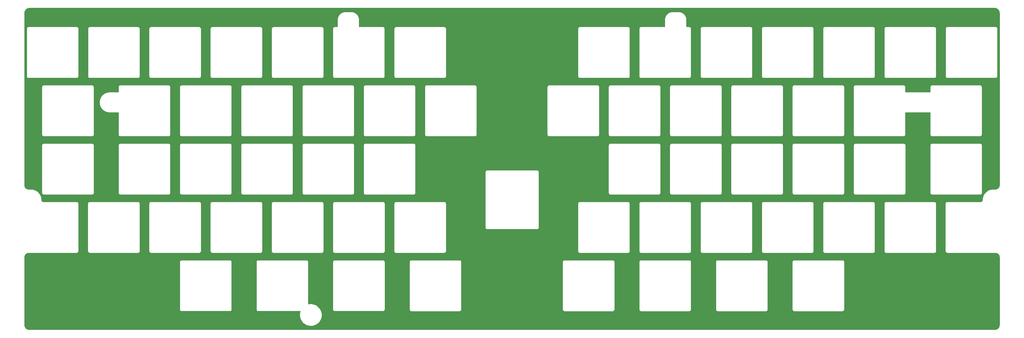
<source format=gtl>
%TF.GenerationSoftware,KiCad,Pcbnew,(6.0.1-0)*%
%TF.CreationDate,2022-03-20T09:18:00+09:00*%
%TF.ProjectId,keyplate,6b657970-6c61-4746-952e-6b696361645f,rev?*%
%TF.SameCoordinates,Original*%
%TF.FileFunction,Copper,L1,Top*%
%TF.FilePolarity,Positive*%
%FSLAX46Y46*%
G04 Gerber Fmt 4.6, Leading zero omitted, Abs format (unit mm)*
G04 Created by KiCad (PCBNEW (6.0.1-0)) date 2022-03-20 09:18:00*
%MOMM*%
%LPD*%
G01*
G04 APERTURE LIST*
G04 APERTURE END LIST*
%TA.AperFunction,NonConductor*%
G36*
X168482408Y-18082433D02*
G01*
X298294235Y-18082921D01*
X298299079Y-18083014D01*
X298418602Y-18087612D01*
X298428200Y-18088349D01*
X298533644Y-18100515D01*
X298544078Y-18102165D01*
X298610865Y-18115615D01*
X298650564Y-18123610D01*
X298659063Y-18125632D01*
X298762416Y-18154033D01*
X298773437Y-18157615D01*
X298871984Y-18194747D01*
X298879872Y-18198030D01*
X298977731Y-18242716D01*
X298987318Y-18247599D01*
X299080805Y-18300368D01*
X299088491Y-18305077D01*
X299177404Y-18364029D01*
X299186283Y-18370490D01*
X299270850Y-18437859D01*
X299277369Y-18443426D01*
X299288162Y-18453298D01*
X299356623Y-18515920D01*
X299364567Y-18523865D01*
X299431183Y-18596717D01*
X299437854Y-18604013D01*
X299442998Y-18610005D01*
X299459647Y-18630679D01*
X299510513Y-18693841D01*
X299517656Y-18703641D01*
X299569637Y-18782692D01*
X299574582Y-18790213D01*
X299579209Y-18797823D01*
X299632500Y-18892919D01*
X299637142Y-18902058D01*
X299681899Y-18999844D01*
X299685337Y-19008120D01*
X299722628Y-19107764D01*
X299726074Y-19118384D01*
X299754640Y-19221816D01*
X299756698Y-19230437D01*
X299778439Y-19338182D01*
X299780003Y-19347864D01*
X299792866Y-19453434D01*
X299793700Y-19463876D01*
X299798219Y-19582464D01*
X299798310Y-19587262D01*
X299798310Y-69781573D01*
X299798271Y-69784695D01*
X299796685Y-69848681D01*
X299796377Y-69854903D01*
X299792236Y-69910586D01*
X299791622Y-69916776D01*
X299784764Y-69971979D01*
X299783849Y-69978106D01*
X299774319Y-70032717D01*
X299773115Y-70038742D01*
X299760936Y-70092748D01*
X299759449Y-70098664D01*
X299744669Y-70151908D01*
X299742886Y-70157769D01*
X299730032Y-70196608D01*
X299725546Y-70210161D01*
X299723470Y-70215954D01*
X299703616Y-70267374D01*
X299701265Y-70273047D01*
X299678925Y-70323441D01*
X299676309Y-70328972D01*
X299651501Y-70378283D01*
X299648611Y-70383696D01*
X299621420Y-70431742D01*
X299618251Y-70437034D01*
X299588695Y-70483764D01*
X299585262Y-70488908D01*
X299553363Y-70534253D01*
X299549679Y-70539226D01*
X299535987Y-70556786D01*
X299515491Y-70583073D01*
X299511548Y-70587880D01*
X299475086Y-70630164D01*
X299470896Y-70634786D01*
X299432081Y-70675533D01*
X299427703Y-70679909D01*
X299386973Y-70718663D01*
X299382344Y-70722854D01*
X299340094Y-70759237D01*
X299335298Y-70763166D01*
X299291436Y-70797314D01*
X299286480Y-70800980D01*
X299241133Y-70832829D01*
X299235983Y-70836260D01*
X299189259Y-70865760D01*
X299183961Y-70868926D01*
X299135887Y-70896081D01*
X299130463Y-70898973D01*
X299081178Y-70923716D01*
X299075637Y-70926330D01*
X299053360Y-70936183D01*
X299025191Y-70948642D01*
X299019524Y-70950984D01*
X298968070Y-70970802D01*
X298962297Y-70972865D01*
X298909894Y-70990162D01*
X298904037Y-70991938D01*
X298850771Y-71006678D01*
X298844803Y-71008173D01*
X298790800Y-71020307D01*
X298784769Y-71021507D01*
X298730126Y-71030998D01*
X298724001Y-71031908D01*
X298668802Y-71038722D01*
X298662618Y-71039331D01*
X298648343Y-71040382D01*
X298606898Y-71043434D01*
X298600690Y-71043737D01*
X298571397Y-71044441D01*
X298536793Y-71045272D01*
X298533625Y-71045308D01*
X298301044Y-71045046D01*
X297949770Y-71044651D01*
X297943323Y-71044478D01*
X297942054Y-71044411D01*
X297937226Y-71043782D01*
X297916244Y-71044302D01*
X297905894Y-71044559D01*
X297902627Y-71044598D01*
X297878826Y-71044571D01*
X297878825Y-71044571D01*
X297874348Y-71044566D01*
X297869914Y-71045196D01*
X297867133Y-71045391D01*
X297861443Y-71045661D01*
X297842473Y-71046131D01*
X297804181Y-71047081D01*
X297790970Y-71046715D01*
X297789944Y-71046633D01*
X297789700Y-71046613D01*
X297789699Y-71046613D01*
X297784859Y-71046224D01*
X297761010Y-71047998D01*
X297754823Y-71048304D01*
X297734030Y-71048820D01*
X297727200Y-71049972D01*
X297715610Y-71051377D01*
X297706296Y-71052070D01*
X297652739Y-71056054D01*
X297639512Y-71056341D01*
X297638310Y-71056304D01*
X297638303Y-71056304D01*
X297633433Y-71056154D01*
X297628596Y-71056755D01*
X297628594Y-71056755D01*
X297609680Y-71059104D01*
X297603501Y-71059717D01*
X297587187Y-71060931D01*
X297587172Y-71060933D01*
X297582712Y-71061265D01*
X297578338Y-71062227D01*
X297578332Y-71062228D01*
X297576004Y-71062740D01*
X297564471Y-71064721D01*
X297502464Y-71072424D01*
X297489244Y-71073363D01*
X297483219Y-71073473D01*
X297478424Y-71074310D01*
X297478422Y-71074310D01*
X297459579Y-71077598D01*
X297453454Y-71078513D01*
X297432729Y-71081087D01*
X297426145Y-71082880D01*
X297414735Y-71085423D01*
X297353607Y-71096090D01*
X297340447Y-71097677D01*
X297334468Y-71098080D01*
X297311007Y-71103370D01*
X297304972Y-71104576D01*
X297300975Y-71105273D01*
X297288759Y-71107405D01*
X297288754Y-71107406D01*
X297284349Y-71108175D01*
X297277907Y-71110274D01*
X297266615Y-71113381D01*
X297206447Y-71126949D01*
X297193365Y-71129181D01*
X297187450Y-71129871D01*
X297164230Y-71136315D01*
X297158281Y-71137810D01*
X297137822Y-71142423D01*
X297131614Y-71144788D01*
X297131534Y-71144819D01*
X297120360Y-71148489D01*
X297061230Y-71164897D01*
X297048248Y-71167772D01*
X297042405Y-71168745D01*
X297019511Y-71176319D01*
X297013645Y-71178102D01*
X296993412Y-71183717D01*
X296989311Y-71185514D01*
X296989310Y-71185514D01*
X296987272Y-71186407D01*
X296976290Y-71190619D01*
X296918184Y-71209844D01*
X296905358Y-71213347D01*
X296899592Y-71214599D01*
X296877083Y-71223286D01*
X296871314Y-71225351D01*
X296855625Y-71230541D01*
X296855616Y-71230545D01*
X296851359Y-71231953D01*
X296847343Y-71233952D01*
X296847335Y-71233955D01*
X296845378Y-71234929D01*
X296834593Y-71239682D01*
X296777597Y-71261675D01*
X296764956Y-71265801D01*
X296759260Y-71267332D01*
X296754810Y-71269303D01*
X296754794Y-71269309D01*
X296737201Y-71277103D01*
X296731533Y-71279451D01*
X296716096Y-71285408D01*
X296716087Y-71285412D01*
X296711918Y-71287021D01*
X296708015Y-71289207D01*
X296708006Y-71289211D01*
X296706081Y-71290289D01*
X296695553Y-71295554D01*
X296639701Y-71320297D01*
X296627271Y-71325036D01*
X296626288Y-71325352D01*
X296626280Y-71325355D01*
X296621654Y-71326844D01*
X296617311Y-71329027D01*
X296617304Y-71329030D01*
X296600111Y-71337673D01*
X296594570Y-71340292D01*
X296575337Y-71348812D01*
X296569672Y-71352358D01*
X296559413Y-71358131D01*
X296504738Y-71385615D01*
X296492560Y-71390951D01*
X296487026Y-71393035D01*
X296482796Y-71395426D01*
X296482793Y-71395428D01*
X296466042Y-71404899D01*
X296460649Y-71407778D01*
X296441856Y-71417225D01*
X296438188Y-71419778D01*
X296438183Y-71419781D01*
X296436368Y-71421045D01*
X296426405Y-71427311D01*
X296372972Y-71457522D01*
X296361069Y-71463445D01*
X296355632Y-71465802D01*
X296351521Y-71468399D01*
X296351516Y-71468402D01*
X296343179Y-71473670D01*
X296335266Y-71478670D01*
X296330016Y-71481810D01*
X296311728Y-71492150D01*
X296306397Y-71496260D01*
X296296770Y-71502991D01*
X296244656Y-71535917D01*
X296233071Y-71542409D01*
X296227714Y-71545050D01*
X296208056Y-71558862D01*
X296202923Y-71562284D01*
X296185201Y-71573481D01*
X296181786Y-71576391D01*
X296181782Y-71576394D01*
X296180046Y-71577873D01*
X296170763Y-71585064D01*
X296120036Y-71620705D01*
X296108800Y-71627747D01*
X296107793Y-71628306D01*
X296107788Y-71628309D01*
X296103539Y-71630670D01*
X296085518Y-71644703D01*
X296084597Y-71645420D01*
X296079616Y-71649105D01*
X296066199Y-71658531D01*
X296066194Y-71658535D01*
X296062522Y-71661115D01*
X296059252Y-71664190D01*
X296059251Y-71664191D01*
X296057569Y-71665773D01*
X296048659Y-71673403D01*
X295999373Y-71711780D01*
X295988515Y-71719353D01*
X295983362Y-71722558D01*
X295979670Y-71725737D01*
X295965199Y-71738197D01*
X295960412Y-71742118D01*
X295943950Y-71754936D01*
X295939192Y-71759873D01*
X295930694Y-71767906D01*
X295882925Y-71809037D01*
X295872481Y-71817116D01*
X295867442Y-71820607D01*
X295863918Y-71823958D01*
X295863916Y-71823960D01*
X295850117Y-71837083D01*
X295845511Y-71841252D01*
X295829739Y-71854832D01*
X295826790Y-71858210D01*
X295826787Y-71858213D01*
X295825196Y-71860035D01*
X295817113Y-71868470D01*
X295770828Y-71912488D01*
X295760856Y-71921027D01*
X295755819Y-71924904D01*
X295751989Y-71928931D01*
X295739507Y-71942055D01*
X295735039Y-71946523D01*
X295723397Y-71957595D01*
X295723394Y-71957599D01*
X295720141Y-71960692D01*
X295717362Y-71964213D01*
X295717359Y-71964216D01*
X295715716Y-71966298D01*
X295708116Y-71975064D01*
X295664101Y-72021344D01*
X295654498Y-72030434D01*
X295653550Y-72031241D01*
X295653544Y-72031247D01*
X295649843Y-72034399D01*
X295634208Y-72052557D01*
X295630083Y-72057113D01*
X295615728Y-72072208D01*
X295611731Y-72077830D01*
X295604522Y-72087034D01*
X295563691Y-72134453D01*
X295563392Y-72134800D01*
X295554236Y-72144367D01*
X295549819Y-72148521D01*
X295546829Y-72152361D01*
X295535095Y-72167429D01*
X295531177Y-72172213D01*
X295517562Y-72188025D01*
X295515151Y-72191798D01*
X295513873Y-72193798D01*
X295507116Y-72203361D01*
X295468733Y-72252653D01*
X295460044Y-72262675D01*
X295455870Y-72267006D01*
X295453073Y-72270986D01*
X295453072Y-72270988D01*
X295442061Y-72286659D01*
X295438380Y-72291633D01*
X295425548Y-72308112D01*
X295423322Y-72312005D01*
X295423321Y-72312007D01*
X295422176Y-72314010D01*
X295415888Y-72323910D01*
X295380226Y-72374665D01*
X295372035Y-72385105D01*
X295368112Y-72389597D01*
X295365512Y-72393712D01*
X295355268Y-72409925D01*
X295351846Y-72415057D01*
X295342379Y-72428531D01*
X295342375Y-72428537D01*
X295339801Y-72432201D01*
X295336732Y-72438239D01*
X295330940Y-72448428D01*
X295299666Y-72497925D01*
X295298011Y-72500545D01*
X295290331Y-72511388D01*
X295286644Y-72516051D01*
X295284250Y-72520285D01*
X295284246Y-72520291D01*
X295274806Y-72536987D01*
X295271646Y-72542271D01*
X295263541Y-72555100D01*
X295260427Y-72560028D01*
X295258600Y-72564106D01*
X295258590Y-72564124D01*
X295257671Y-72566176D01*
X295252371Y-72576664D01*
X295222169Y-72630078D01*
X295215023Y-72641291D01*
X295214407Y-72642153D01*
X295214403Y-72642160D01*
X295211582Y-72646109D01*
X295209401Y-72650447D01*
X295209397Y-72650454D01*
X295200755Y-72667645D01*
X295197863Y-72673066D01*
X295187524Y-72691351D01*
X295185082Y-72697604D01*
X295180300Y-72708337D01*
X295152817Y-72763008D01*
X295146218Y-72774569D01*
X295143030Y-72779527D01*
X295141059Y-72783976D01*
X295133260Y-72801580D01*
X295130634Y-72807136D01*
X295121197Y-72825908D01*
X295119771Y-72830161D01*
X295119767Y-72830170D01*
X295119067Y-72832257D01*
X295114807Y-72843230D01*
X295090065Y-72899076D01*
X295084042Y-72910938D01*
X295083527Y-72911831D01*
X295083521Y-72911843D01*
X295081093Y-72916057D01*
X295073704Y-72935205D01*
X295072414Y-72938547D01*
X295070064Y-72944221D01*
X295063761Y-72958449D01*
X295061545Y-72963451D01*
X295059725Y-72969907D01*
X295056016Y-72981039D01*
X295034014Y-73038056D01*
X295028575Y-73050197D01*
X295025883Y-73055444D01*
X295024353Y-73060067D01*
X295024353Y-73060068D01*
X295018308Y-73078339D01*
X295016237Y-73084121D01*
X295008670Y-73103731D01*
X295007439Y-73109086D01*
X295007173Y-73110243D01*
X295004002Y-73121577D01*
X294984776Y-73179683D01*
X294979939Y-73192067D01*
X294977498Y-73197458D01*
X294976195Y-73202153D01*
X294976194Y-73202156D01*
X294971054Y-73220679D01*
X294969268Y-73226555D01*
X294962672Y-73246490D01*
X294961881Y-73250903D01*
X294961881Y-73250904D01*
X294961487Y-73253100D01*
X294958875Y-73264566D01*
X294942466Y-73323697D01*
X294938243Y-73336295D01*
X294936056Y-73341831D01*
X294934987Y-73346571D01*
X294934985Y-73346578D01*
X294930757Y-73365330D01*
X294929260Y-73371286D01*
X294923652Y-73391496D01*
X294922958Y-73396866D01*
X294922790Y-73398168D01*
X294920743Y-73409737D01*
X294907179Y-73469888D01*
X294903582Y-73482660D01*
X294903228Y-73483704D01*
X294903226Y-73483713D01*
X294901659Y-73488329D01*
X294900821Y-73493130D01*
X294900820Y-73493135D01*
X294897527Y-73512004D01*
X294896317Y-73518059D01*
X294891712Y-73538480D01*
X294891356Y-73542946D01*
X294891356Y-73542947D01*
X294891174Y-73545230D01*
X294889698Y-73556878D01*
X294889587Y-73557514D01*
X294879038Y-73617963D01*
X294876076Y-73630882D01*
X294874419Y-73636687D01*
X294873821Y-73641504D01*
X294873820Y-73641507D01*
X294871460Y-73660505D01*
X294870546Y-73666627D01*
X294866956Y-73687199D01*
X294866819Y-73691688D01*
X294866748Y-73694007D01*
X294865846Y-73705689D01*
X294858143Y-73767698D01*
X294855821Y-73780741D01*
X294854443Y-73786660D01*
X294854082Y-73791513D01*
X294852667Y-73810536D01*
X294852053Y-73816719D01*
X294849484Y-73837392D01*
X294849576Y-73842325D01*
X294849612Y-73844257D01*
X294849287Y-73855954D01*
X294844609Y-73918830D01*
X294842937Y-73931945D01*
X294842713Y-73933179D01*
X294842712Y-73933193D01*
X294841845Y-73937975D01*
X294841724Y-73942837D01*
X294841724Y-73942842D01*
X294841254Y-73961833D01*
X294840945Y-73968065D01*
X294839734Y-73984336D01*
X294839734Y-73984347D01*
X294839402Y-73988808D01*
X294839706Y-73993275D01*
X294839706Y-73993278D01*
X294839872Y-73995717D01*
X294840124Y-74007394D01*
X294838674Y-74065877D01*
X294838338Y-74072468D01*
X294838304Y-74072914D01*
X294837556Y-74077716D01*
X294837556Y-74109447D01*
X294837517Y-74112569D01*
X294836808Y-74141171D01*
X294836871Y-74141701D01*
X294836882Y-74142782D01*
X294836774Y-74147120D01*
X294836466Y-74153326D01*
X294834839Y-74175210D01*
X294834225Y-74181400D01*
X294831535Y-74203055D01*
X294830621Y-74209179D01*
X294826877Y-74230638D01*
X294825665Y-74236701D01*
X294820889Y-74257879D01*
X294819395Y-74263825D01*
X294813587Y-74284749D01*
X294811805Y-74290607D01*
X294804992Y-74311189D01*
X294802932Y-74316939D01*
X294795108Y-74337203D01*
X294792768Y-74342847D01*
X294783992Y-74362644D01*
X294781361Y-74368209D01*
X294771617Y-74387577D01*
X294768719Y-74393003D01*
X294758023Y-74411904D01*
X294754870Y-74417171D01*
X294743636Y-74434935D01*
X294743235Y-74435569D01*
X294739819Y-74440688D01*
X294727256Y-74458553D01*
X294723570Y-74463529D01*
X294710104Y-74480806D01*
X294706171Y-74485604D01*
X294691802Y-74502277D01*
X294687621Y-74506892D01*
X294672280Y-74523009D01*
X294667879Y-74527410D01*
X294651873Y-74542643D01*
X294647263Y-74546818D01*
X294630645Y-74561139D01*
X294625861Y-74565061D01*
X294608628Y-74578488D01*
X294603670Y-74582158D01*
X294594303Y-74588743D01*
X294585866Y-74594674D01*
X294580727Y-74598101D01*
X294562399Y-74609686D01*
X294557114Y-74612848D01*
X294538241Y-74623524D01*
X294532804Y-74626427D01*
X294513458Y-74636154D01*
X294507908Y-74638777D01*
X294495140Y-74644435D01*
X294488115Y-74647548D01*
X294482469Y-74649887D01*
X294462239Y-74657696D01*
X294456472Y-74659761D01*
X294436709Y-74666300D01*
X294435890Y-74666571D01*
X294430008Y-74668359D01*
X294409108Y-74674159D01*
X294403150Y-74675656D01*
X294381939Y-74680438D01*
X294375905Y-74681644D01*
X294354444Y-74685388D01*
X294348337Y-74686300D01*
X294326631Y-74688995D01*
X294320449Y-74689608D01*
X294298568Y-74691235D01*
X294292347Y-74691543D01*
X294264321Y-74692238D01*
X294262408Y-74692285D01*
X294259288Y-74692324D01*
X284551187Y-74692324D01*
X284550417Y-74692322D01*
X284549563Y-74692317D01*
X284472833Y-74691848D01*
X284464204Y-74694314D01*
X284464199Y-74694315D01*
X284444437Y-74699963D01*
X284427676Y-74703541D01*
X284407333Y-74706454D01*
X284407323Y-74706457D01*
X284398440Y-74707729D01*
X284375090Y-74718345D01*
X284357578Y-74724788D01*
X284349542Y-74727085D01*
X284332920Y-74731836D01*
X284307937Y-74747598D01*
X284292871Y-74755728D01*
X284265975Y-74767957D01*
X284246546Y-74784698D01*
X284231538Y-74795803D01*
X284209854Y-74809484D01*
X284193370Y-74828149D01*
X284190304Y-74831620D01*
X284178112Y-74843664D01*
X284155738Y-74862943D01*
X284150859Y-74870471D01*
X284150856Y-74870474D01*
X284141789Y-74884463D01*
X284130499Y-74899337D01*
X284113529Y-74918552D01*
X284100975Y-74945290D01*
X284092661Y-74960259D01*
X284076592Y-74985051D01*
X284074020Y-74993651D01*
X284069246Y-75009614D01*
X284062584Y-75027060D01*
X284051686Y-75050272D01*
X284049245Y-75065950D01*
X284047143Y-75079452D01*
X284043359Y-75096173D01*
X284037471Y-75115860D01*
X284037470Y-75115863D01*
X284034898Y-75124465D01*
X284034696Y-75157599D01*
X284034688Y-75158870D01*
X284034655Y-75159652D01*
X284034485Y-75160747D01*
X284034485Y-75191622D01*
X284034483Y-75192392D01*
X284034009Y-75269976D01*
X284034393Y-75271320D01*
X284034485Y-75272665D01*
X284034485Y-88991549D01*
X284034483Y-88992319D01*
X284034009Y-89069903D01*
X284036475Y-89078532D01*
X284036476Y-89078537D01*
X284042124Y-89098299D01*
X284045702Y-89115060D01*
X284048615Y-89135403D01*
X284048618Y-89135413D01*
X284049890Y-89144296D01*
X284060506Y-89167646D01*
X284066949Y-89185158D01*
X284073997Y-89209816D01*
X284089759Y-89234799D01*
X284097889Y-89249865D01*
X284110118Y-89276761D01*
X284126859Y-89296190D01*
X284137964Y-89311198D01*
X284151645Y-89332882D01*
X284158373Y-89338824D01*
X284173781Y-89352432D01*
X284185825Y-89364624D01*
X284205104Y-89386998D01*
X284212632Y-89391877D01*
X284212635Y-89391880D01*
X284226624Y-89400947D01*
X284241498Y-89412237D01*
X284260713Y-89429207D01*
X284268839Y-89433022D01*
X284268840Y-89433023D01*
X284274506Y-89435683D01*
X284287451Y-89441761D01*
X284302420Y-89450075D01*
X284327212Y-89466144D01*
X284344135Y-89471205D01*
X284351775Y-89473490D01*
X284369221Y-89480152D01*
X284392433Y-89491050D01*
X284421615Y-89495594D01*
X284438334Y-89499377D01*
X284458021Y-89505265D01*
X284458024Y-89505266D01*
X284466626Y-89507838D01*
X284475601Y-89507893D01*
X284475602Y-89507893D01*
X284482295Y-89507934D01*
X284501041Y-89508048D01*
X284501813Y-89508081D01*
X284502908Y-89508251D01*
X284533783Y-89508251D01*
X284534553Y-89508253D01*
X284608201Y-89508703D01*
X284608202Y-89508703D01*
X284612137Y-89508727D01*
X284613481Y-89508343D01*
X284614826Y-89508251D01*
X298534591Y-89508251D01*
X298537705Y-89508290D01*
X298542641Y-89508412D01*
X298601646Y-89509872D01*
X298607864Y-89510179D01*
X298663551Y-89514316D01*
X298669721Y-89514928D01*
X298695984Y-89518186D01*
X298724900Y-89521774D01*
X298731018Y-89522686D01*
X298785629Y-89532203D01*
X298791674Y-89533409D01*
X298845669Y-89545572D01*
X298851603Y-89547062D01*
X298904810Y-89561813D01*
X298910694Y-89563600D01*
X298963056Y-89580909D01*
X298968842Y-89582979D01*
X299020281Y-89602814D01*
X299025931Y-89605152D01*
X299076331Y-89627467D01*
X299081888Y-89630092D01*
X299131172Y-89654855D01*
X299136596Y-89657748D01*
X299184659Y-89684915D01*
X299189933Y-89688070D01*
X299236660Y-89717587D01*
X299241756Y-89720984D01*
X299287144Y-89752875D01*
X299292097Y-89756541D01*
X299335974Y-89790712D01*
X299340754Y-89794628D01*
X299364142Y-89814774D01*
X299383025Y-89831039D01*
X299387649Y-89835225D01*
X299428165Y-89873777D01*
X299432628Y-89878242D01*
X299471172Y-89918787D01*
X299475319Y-89923371D01*
X299507714Y-89961010D01*
X299511729Y-89965675D01*
X299515659Y-89970475D01*
X299549821Y-90014364D01*
X299553500Y-90019338D01*
X299585366Y-90064708D01*
X299588787Y-90069842D01*
X299618336Y-90116626D01*
X299621495Y-90121909D01*
X299648673Y-90169990D01*
X299651567Y-90175415D01*
X299676337Y-90224705D01*
X299678959Y-90230255D01*
X299701308Y-90280713D01*
X299703644Y-90286354D01*
X299723503Y-90337821D01*
X299725573Y-90343602D01*
X299741783Y-90392601D01*
X299742902Y-90395985D01*
X299744680Y-90401832D01*
X299759457Y-90455086D01*
X299760951Y-90461031D01*
X299773122Y-90515004D01*
X299774332Y-90521060D01*
X299783856Y-90575635D01*
X299784771Y-90581760D01*
X299785823Y-90590225D01*
X299788524Y-90611962D01*
X299791626Y-90636931D01*
X299792236Y-90643072D01*
X299796378Y-90698726D01*
X299796686Y-90704949D01*
X299798271Y-90768874D01*
X299798310Y-90771997D01*
X299798310Y-110489415D01*
X299798217Y-110494268D01*
X299793718Y-110610997D01*
X299792882Y-110621417D01*
X299779997Y-110726934D01*
X299778447Y-110736530D01*
X299756710Y-110844495D01*
X299754623Y-110853239D01*
X299725921Y-110956930D01*
X299722596Y-110967206D01*
X299685338Y-111067470D01*
X299681698Y-111076238D01*
X299637489Y-111172342D01*
X299632870Y-111181402D01*
X299579328Y-111276701D01*
X299574771Y-111284189D01*
X299556135Y-111312532D01*
X299516919Y-111372175D01*
X299510104Y-111381567D01*
X299442126Y-111466707D01*
X299436795Y-111472953D01*
X299365778Y-111550848D01*
X299357100Y-111559483D01*
X299278379Y-111630531D01*
X299272498Y-111635519D01*
X299185805Y-111704583D01*
X299177129Y-111710910D01*
X299088681Y-111769791D01*
X299080598Y-111774743D01*
X299047454Y-111793365D01*
X298987678Y-111826951D01*
X298978303Y-111831715D01*
X298878021Y-111877508D01*
X298870910Y-111880494D01*
X298772250Y-111918383D01*
X298760468Y-111922254D01*
X298661086Y-111949566D01*
X298651755Y-111951752D01*
X298545347Y-111972450D01*
X298535729Y-111973938D01*
X298532158Y-111974350D01*
X298428201Y-111986342D01*
X298418607Y-111987079D01*
X298299065Y-111991677D01*
X298294223Y-111991770D01*
X178261894Y-111992675D01*
X16948307Y-111993891D01*
X16941800Y-111993723D01*
X16821190Y-111987486D01*
X16813269Y-111986825D01*
X16742691Y-111978682D01*
X16701583Y-111973939D01*
X16691971Y-111972452D01*
X16586107Y-111951863D01*
X16576552Y-111949615D01*
X16477694Y-111922254D01*
X16477480Y-111922195D01*
X16466211Y-111918496D01*
X16366016Y-111880292D01*
X16358594Y-111877187D01*
X16258993Y-111831712D01*
X16249613Y-111826946D01*
X16194637Y-111796058D01*
X16156702Y-111774745D01*
X16148612Y-111769788D01*
X16060167Y-111710905D01*
X16051493Y-111704581D01*
X15964827Y-111635543D01*
X15958903Y-111630517D01*
X15880205Y-111559473D01*
X15871537Y-111550849D01*
X15871537Y-111550848D01*
X15801635Y-111474199D01*
X15795851Y-111467387D01*
X15727650Y-111381027D01*
X15721649Y-111372760D01*
X15662031Y-111283207D01*
X15657066Y-111275102D01*
X15649377Y-111261416D01*
X15604421Y-111181402D01*
X15599809Y-111172356D01*
X15575903Y-111120388D01*
X15555594Y-111076238D01*
X15551963Y-111067489D01*
X15551901Y-111067321D01*
X15514727Y-110967245D01*
X15511408Y-110956982D01*
X15482700Y-110853242D01*
X15480616Y-110844512D01*
X15464301Y-110763497D01*
X15459284Y-110738581D01*
X15457635Y-110728155D01*
X15452337Y-110682228D01*
X15445215Y-110620499D01*
X15444515Y-110611782D01*
X15439114Y-110492968D01*
X15438984Y-110487246D01*
X15438984Y-106071627D01*
X60813020Y-106071627D01*
X60815486Y-106080256D01*
X60815487Y-106080261D01*
X60821135Y-106100023D01*
X60824713Y-106116784D01*
X60827626Y-106137127D01*
X60827629Y-106137137D01*
X60828901Y-106146020D01*
X60839517Y-106169370D01*
X60845960Y-106186882D01*
X60853008Y-106211540D01*
X60868770Y-106236523D01*
X60876900Y-106251589D01*
X60889129Y-106278485D01*
X60905870Y-106297914D01*
X60916975Y-106312922D01*
X60930656Y-106334606D01*
X60937384Y-106340548D01*
X60952792Y-106354156D01*
X60964836Y-106366348D01*
X60984115Y-106388722D01*
X60991643Y-106393601D01*
X60991646Y-106393604D01*
X61005635Y-106402671D01*
X61020509Y-106413961D01*
X61039724Y-106430931D01*
X61047850Y-106434746D01*
X61047851Y-106434747D01*
X61050742Y-106436104D01*
X61066462Y-106443485D01*
X61081431Y-106451799D01*
X61106223Y-106467868D01*
X61126687Y-106473988D01*
X61130786Y-106475214D01*
X61148232Y-106481876D01*
X61171444Y-106492774D01*
X61200626Y-106497318D01*
X61217345Y-106501101D01*
X61237032Y-106506989D01*
X61237035Y-106506990D01*
X61245637Y-106509562D01*
X61254612Y-106509617D01*
X61254613Y-106509617D01*
X61261306Y-106509658D01*
X61280052Y-106509772D01*
X61280824Y-106509805D01*
X61281919Y-106509975D01*
X61312794Y-106509975D01*
X61313564Y-106509977D01*
X61387212Y-106510427D01*
X61387213Y-106510427D01*
X61391148Y-106510451D01*
X61392492Y-106510067D01*
X61393837Y-106509975D01*
X75312745Y-106509975D01*
X75313516Y-106509977D01*
X75391099Y-106510451D01*
X75399728Y-106507985D01*
X75399733Y-106507984D01*
X75419495Y-106502336D01*
X75436256Y-106498758D01*
X75456599Y-106495845D01*
X75456609Y-106495842D01*
X75465492Y-106494570D01*
X75488842Y-106483954D01*
X75506354Y-106477511D01*
X75522384Y-106472929D01*
X75531012Y-106470463D01*
X75555995Y-106454701D01*
X75571061Y-106446571D01*
X75597957Y-106434342D01*
X75617386Y-106417601D01*
X75632394Y-106406496D01*
X75632870Y-106406196D01*
X75654078Y-106392815D01*
X75673629Y-106370678D01*
X75685821Y-106358634D01*
X75701396Y-106345214D01*
X75701397Y-106345212D01*
X75708194Y-106339356D01*
X75713073Y-106331828D01*
X75713076Y-106331825D01*
X75722143Y-106317836D01*
X75733433Y-106302962D01*
X75744459Y-106290477D01*
X75750403Y-106283747D01*
X75762957Y-106257009D01*
X75771271Y-106242040D01*
X75787340Y-106217248D01*
X75794686Y-106192684D01*
X75801348Y-106175239D01*
X75808430Y-106160154D01*
X75812246Y-106152027D01*
X75816790Y-106122845D01*
X75820573Y-106106126D01*
X75826461Y-106086439D01*
X75826462Y-106086436D01*
X75829034Y-106077834D01*
X75829072Y-106071627D01*
X83134275Y-106071627D01*
X83136741Y-106080256D01*
X83136742Y-106080261D01*
X83142390Y-106100023D01*
X83145968Y-106116784D01*
X83148881Y-106137127D01*
X83148884Y-106137137D01*
X83150156Y-106146020D01*
X83160772Y-106169370D01*
X83167215Y-106186882D01*
X83174263Y-106211540D01*
X83190025Y-106236523D01*
X83198155Y-106251589D01*
X83210384Y-106278485D01*
X83227125Y-106297914D01*
X83238230Y-106312922D01*
X83251911Y-106334606D01*
X83258639Y-106340548D01*
X83274047Y-106354156D01*
X83286091Y-106366348D01*
X83305370Y-106388722D01*
X83312898Y-106393601D01*
X83312901Y-106393604D01*
X83326890Y-106402671D01*
X83341764Y-106413961D01*
X83360979Y-106430931D01*
X83369105Y-106434746D01*
X83369106Y-106434747D01*
X83371997Y-106436104D01*
X83387717Y-106443485D01*
X83402686Y-106451799D01*
X83427478Y-106467868D01*
X83447942Y-106473988D01*
X83452041Y-106475214D01*
X83469487Y-106481876D01*
X83492699Y-106492774D01*
X83521881Y-106497318D01*
X83538600Y-106501101D01*
X83558287Y-106506989D01*
X83558290Y-106506990D01*
X83566892Y-106509562D01*
X83575867Y-106509617D01*
X83575868Y-106509617D01*
X83582561Y-106509658D01*
X83601307Y-106509772D01*
X83602079Y-106509805D01*
X83603174Y-106509975D01*
X83634049Y-106509975D01*
X83634819Y-106509977D01*
X83708467Y-106510427D01*
X83708468Y-106510427D01*
X83712403Y-106510451D01*
X83713747Y-106510067D01*
X83715092Y-106509975D01*
X95838709Y-106509975D01*
X95906830Y-106529977D01*
X95953323Y-106583633D01*
X95963427Y-106653907D01*
X95959583Y-106671548D01*
X95891659Y-106902336D01*
X95830329Y-107250151D01*
X95808153Y-107602634D01*
X95825406Y-107955392D01*
X95825968Y-107958860D01*
X95825968Y-107958863D01*
X95881310Y-108300554D01*
X95881873Y-108304029D01*
X95976850Y-108644199D01*
X96109153Y-108971662D01*
X96110822Y-108974749D01*
X96110824Y-108974753D01*
X96130691Y-109011496D01*
X96277134Y-109282336D01*
X96478699Y-109572350D01*
X96481012Y-109574992D01*
X96481015Y-109574996D01*
X96696104Y-109820690D01*
X96711335Y-109838088D01*
X96972143Y-110076238D01*
X97257872Y-110283832D01*
X97260938Y-110285574D01*
X97260940Y-110285575D01*
X97299535Y-110307500D01*
X97564960Y-110458283D01*
X97688952Y-110511426D01*
X97886348Y-110596030D01*
X97886352Y-110596031D01*
X97889580Y-110597415D01*
X97966045Y-110620501D01*
X98224310Y-110698476D01*
X98224315Y-110698477D01*
X98227686Y-110699495D01*
X98377189Y-110726934D01*
X98571592Y-110762614D01*
X98571596Y-110762615D01*
X98575064Y-110763251D01*
X98765539Y-110776571D01*
X98858425Y-110783066D01*
X98858429Y-110783066D01*
X98860615Y-110783219D01*
X99060573Y-110783219D01*
X99062302Y-110783122D01*
X99062314Y-110783122D01*
X99249835Y-110772638D01*
X99324182Y-110768481D01*
X99398072Y-110755984D01*
X99668949Y-110710169D01*
X99668957Y-110710167D01*
X99672417Y-110709582D01*
X100011915Y-110612232D01*
X100191733Y-110538116D01*
X100335201Y-110478983D01*
X100335208Y-110478979D01*
X100338446Y-110477645D01*
X100529772Y-110372463D01*
X100644861Y-110309193D01*
X100644865Y-110309190D01*
X100647940Y-110307500D01*
X100936540Y-110103915D01*
X101022623Y-110027487D01*
X101198020Y-109871763D01*
X101198026Y-109871757D01*
X101200647Y-109869430D01*
X101436971Y-109606966D01*
X101506174Y-109510304D01*
X101640513Y-109322662D01*
X101640517Y-109322655D01*
X101642565Y-109319795D01*
X101814867Y-109011496D01*
X101951730Y-108685912D01*
X101952720Y-108682549D01*
X101952723Y-108682540D01*
X102050456Y-108350468D01*
X102051447Y-108347102D01*
X102112777Y-107999287D01*
X102134953Y-107646804D01*
X102117700Y-107294046D01*
X102110031Y-107246693D01*
X102061796Y-106948884D01*
X102061795Y-106948881D01*
X102061233Y-106945409D01*
X101966256Y-106605239D01*
X101881462Y-106395366D01*
X101835272Y-106281040D01*
X101835270Y-106281036D01*
X101833953Y-106277776D01*
X101831825Y-106273839D01*
X101748811Y-106120309D01*
X101722489Y-106071627D01*
X105455884Y-106071627D01*
X105458350Y-106080256D01*
X105458351Y-106080261D01*
X105463999Y-106100023D01*
X105467577Y-106116784D01*
X105470490Y-106137127D01*
X105470493Y-106137137D01*
X105471765Y-106146020D01*
X105482381Y-106169370D01*
X105488824Y-106186882D01*
X105495872Y-106211540D01*
X105511634Y-106236523D01*
X105519764Y-106251589D01*
X105531993Y-106278485D01*
X105548734Y-106297914D01*
X105559839Y-106312922D01*
X105573520Y-106334606D01*
X105580248Y-106340548D01*
X105595656Y-106354156D01*
X105607700Y-106366348D01*
X105626979Y-106388722D01*
X105634507Y-106393601D01*
X105634510Y-106393604D01*
X105648499Y-106402671D01*
X105663373Y-106413961D01*
X105682588Y-106430931D01*
X105690714Y-106434746D01*
X105690715Y-106434747D01*
X105693606Y-106436104D01*
X105709326Y-106443485D01*
X105724295Y-106451799D01*
X105749087Y-106467868D01*
X105769551Y-106473988D01*
X105773650Y-106475214D01*
X105791096Y-106481876D01*
X105814308Y-106492774D01*
X105843490Y-106497318D01*
X105860209Y-106501101D01*
X105879896Y-106506989D01*
X105879899Y-106506990D01*
X105888501Y-106509562D01*
X105897476Y-106509617D01*
X105897477Y-106509617D01*
X105904170Y-106509658D01*
X105922916Y-106509772D01*
X105923688Y-106509805D01*
X105924783Y-106509975D01*
X105955658Y-106509975D01*
X105956428Y-106509977D01*
X106030076Y-106510427D01*
X106030077Y-106510427D01*
X106034012Y-106510451D01*
X106035356Y-106510067D01*
X106036701Y-106509975D01*
X119955597Y-106509975D01*
X119956368Y-106509977D01*
X120033951Y-106510451D01*
X120042580Y-106507985D01*
X120042585Y-106507984D01*
X120062347Y-106502336D01*
X120079108Y-106498758D01*
X120099451Y-106495845D01*
X120099461Y-106495842D01*
X120108344Y-106494570D01*
X120131694Y-106483954D01*
X120149206Y-106477511D01*
X120165236Y-106472929D01*
X120173864Y-106470463D01*
X120198847Y-106454701D01*
X120213913Y-106446571D01*
X120240809Y-106434342D01*
X120260238Y-106417601D01*
X120275246Y-106406496D01*
X120275722Y-106406196D01*
X120296930Y-106392815D01*
X120316481Y-106370678D01*
X120328673Y-106358634D01*
X120344248Y-106345214D01*
X120344249Y-106345212D01*
X120351046Y-106339356D01*
X120355925Y-106331828D01*
X120355928Y-106331825D01*
X120364995Y-106317836D01*
X120376285Y-106302962D01*
X120387311Y-106290477D01*
X120393255Y-106283747D01*
X120405809Y-106257009D01*
X120414123Y-106242040D01*
X120430192Y-106217248D01*
X120437538Y-106192684D01*
X120444200Y-106175239D01*
X120451282Y-106160154D01*
X120455098Y-106152027D01*
X120459642Y-106122845D01*
X120463425Y-106106126D01*
X120469313Y-106086439D01*
X120469314Y-106086436D01*
X120471886Y-106077834D01*
X120471913Y-106073389D01*
X127790182Y-106073389D01*
X127792648Y-106082018D01*
X127792649Y-106082023D01*
X127798297Y-106101785D01*
X127801875Y-106118546D01*
X127804788Y-106138889D01*
X127804791Y-106138899D01*
X127806063Y-106147782D01*
X127816679Y-106171132D01*
X127823122Y-106188644D01*
X127830170Y-106213302D01*
X127834956Y-106220887D01*
X127834956Y-106220888D01*
X127836837Y-106223870D01*
X127845932Y-106238285D01*
X127854062Y-106253351D01*
X127866291Y-106280247D01*
X127883032Y-106299676D01*
X127894137Y-106314684D01*
X127907818Y-106336368D01*
X127915193Y-106342881D01*
X127929954Y-106355918D01*
X127941998Y-106368110D01*
X127961277Y-106390484D01*
X127968805Y-106395363D01*
X127968808Y-106395366D01*
X127982797Y-106404433D01*
X127997671Y-106415723D01*
X128001801Y-106419370D01*
X128016886Y-106432693D01*
X128025012Y-106436508D01*
X128025013Y-106436509D01*
X128028768Y-106438272D01*
X128043624Y-106445247D01*
X128058593Y-106453561D01*
X128083385Y-106469630D01*
X128106203Y-106476454D01*
X128107948Y-106476976D01*
X128125394Y-106483638D01*
X128148606Y-106494536D01*
X128177788Y-106499080D01*
X128194507Y-106502863D01*
X128214194Y-106508751D01*
X128214197Y-106508752D01*
X128222799Y-106511324D01*
X128231774Y-106511379D01*
X128231775Y-106511379D01*
X128238468Y-106511420D01*
X128257214Y-106511534D01*
X128257986Y-106511567D01*
X128259081Y-106511737D01*
X128289956Y-106511737D01*
X128290726Y-106511739D01*
X128364374Y-106512189D01*
X128364375Y-106512189D01*
X128368310Y-106512213D01*
X128369654Y-106511829D01*
X128370999Y-106511737D01*
X142289902Y-106511737D01*
X142290673Y-106511739D01*
X142368256Y-106512213D01*
X142376885Y-106509747D01*
X142376890Y-106509746D01*
X142396652Y-106504098D01*
X142413413Y-106500520D01*
X142433756Y-106497607D01*
X142433766Y-106497604D01*
X142442649Y-106496332D01*
X142465999Y-106485716D01*
X142483511Y-106479273D01*
X142499541Y-106474691D01*
X142508169Y-106472225D01*
X142533152Y-106456463D01*
X142548218Y-106448333D01*
X142575114Y-106436104D01*
X142594543Y-106419363D01*
X142609551Y-106408258D01*
X142623643Y-106399367D01*
X142631235Y-106394577D01*
X142650786Y-106372440D01*
X142662978Y-106360396D01*
X142678553Y-106346976D01*
X142678554Y-106346974D01*
X142685351Y-106341118D01*
X142690230Y-106333590D01*
X142690233Y-106333587D01*
X142699300Y-106319598D01*
X142710590Y-106304724D01*
X142721616Y-106292239D01*
X142727560Y-106285509D01*
X142740114Y-106258771D01*
X142748428Y-106243802D01*
X142764497Y-106219010D01*
X142771843Y-106194446D01*
X142778505Y-106177001D01*
X142782094Y-106169356D01*
X142789403Y-106153789D01*
X142793947Y-106124607D01*
X142797730Y-106107888D01*
X142803618Y-106088201D01*
X142803619Y-106088198D01*
X142806191Y-106079596D01*
X142806229Y-106073389D01*
X172435514Y-106073389D01*
X172437980Y-106082018D01*
X172437981Y-106082023D01*
X172443629Y-106101785D01*
X172447207Y-106118546D01*
X172450120Y-106138889D01*
X172450123Y-106138899D01*
X172451395Y-106147782D01*
X172462011Y-106171132D01*
X172468454Y-106188644D01*
X172475502Y-106213302D01*
X172480288Y-106220887D01*
X172480288Y-106220888D01*
X172482169Y-106223870D01*
X172491264Y-106238285D01*
X172499394Y-106253351D01*
X172511623Y-106280247D01*
X172528364Y-106299676D01*
X172539469Y-106314684D01*
X172553150Y-106336368D01*
X172560525Y-106342881D01*
X172575286Y-106355918D01*
X172587330Y-106368110D01*
X172606609Y-106390484D01*
X172614137Y-106395363D01*
X172614140Y-106395366D01*
X172628129Y-106404433D01*
X172643003Y-106415723D01*
X172647133Y-106419370D01*
X172662218Y-106432693D01*
X172670344Y-106436508D01*
X172670345Y-106436509D01*
X172674100Y-106438272D01*
X172688956Y-106445247D01*
X172703925Y-106453561D01*
X172728717Y-106469630D01*
X172751535Y-106476454D01*
X172753280Y-106476976D01*
X172770726Y-106483638D01*
X172793938Y-106494536D01*
X172823120Y-106499080D01*
X172839839Y-106502863D01*
X172859526Y-106508751D01*
X172859529Y-106508752D01*
X172868131Y-106511324D01*
X172877106Y-106511379D01*
X172877107Y-106511379D01*
X172883800Y-106511420D01*
X172902546Y-106511534D01*
X172903318Y-106511567D01*
X172904413Y-106511737D01*
X172935288Y-106511737D01*
X172936058Y-106511739D01*
X173009706Y-106512189D01*
X173009707Y-106512189D01*
X173013642Y-106512213D01*
X173014986Y-106511829D01*
X173016331Y-106511737D01*
X186935242Y-106511737D01*
X186936013Y-106511739D01*
X187013596Y-106512213D01*
X187022225Y-106509747D01*
X187022230Y-106509746D01*
X187041992Y-106504098D01*
X187058753Y-106500520D01*
X187079096Y-106497607D01*
X187079106Y-106497604D01*
X187087989Y-106496332D01*
X187111339Y-106485716D01*
X187128851Y-106479273D01*
X187144881Y-106474691D01*
X187153509Y-106472225D01*
X187178492Y-106456463D01*
X187193558Y-106448333D01*
X187220454Y-106436104D01*
X187239883Y-106419363D01*
X187254891Y-106408258D01*
X187268983Y-106399367D01*
X187276575Y-106394577D01*
X187296126Y-106372440D01*
X187308318Y-106360396D01*
X187323893Y-106346976D01*
X187323894Y-106346974D01*
X187330691Y-106341118D01*
X187335570Y-106333590D01*
X187335573Y-106333587D01*
X187344640Y-106319598D01*
X187355930Y-106304724D01*
X187366956Y-106292239D01*
X187372900Y-106285509D01*
X187385454Y-106258771D01*
X187393768Y-106243802D01*
X187409837Y-106219010D01*
X187417183Y-106194446D01*
X187423845Y-106177001D01*
X187427434Y-106169356D01*
X187434743Y-106153789D01*
X187439287Y-106124607D01*
X187443070Y-106107888D01*
X187448958Y-106088201D01*
X187448959Y-106088198D01*
X187451531Y-106079596D01*
X187451569Y-106073389D01*
X194759580Y-106073389D01*
X194762046Y-106082018D01*
X194762047Y-106082023D01*
X194767695Y-106101785D01*
X194771273Y-106118546D01*
X194774186Y-106138889D01*
X194774189Y-106138899D01*
X194775461Y-106147782D01*
X194786077Y-106171132D01*
X194792520Y-106188644D01*
X194799568Y-106213302D01*
X194804354Y-106220887D01*
X194804354Y-106220888D01*
X194806235Y-106223870D01*
X194815330Y-106238285D01*
X194823460Y-106253351D01*
X194835689Y-106280247D01*
X194852430Y-106299676D01*
X194863535Y-106314684D01*
X194877216Y-106336368D01*
X194884591Y-106342881D01*
X194899352Y-106355918D01*
X194911396Y-106368110D01*
X194930675Y-106390484D01*
X194938203Y-106395363D01*
X194938206Y-106395366D01*
X194952195Y-106404433D01*
X194967069Y-106415723D01*
X194971199Y-106419370D01*
X194986284Y-106432693D01*
X194994410Y-106436508D01*
X194994411Y-106436509D01*
X194998166Y-106438272D01*
X195013022Y-106445247D01*
X195027991Y-106453561D01*
X195052783Y-106469630D01*
X195075601Y-106476454D01*
X195077346Y-106476976D01*
X195094792Y-106483638D01*
X195118004Y-106494536D01*
X195147186Y-106499080D01*
X195163905Y-106502863D01*
X195183592Y-106508751D01*
X195183595Y-106508752D01*
X195192197Y-106511324D01*
X195201172Y-106511379D01*
X195201173Y-106511379D01*
X195207866Y-106511420D01*
X195226612Y-106511534D01*
X195227384Y-106511567D01*
X195228479Y-106511737D01*
X195259354Y-106511737D01*
X195260124Y-106511739D01*
X195333772Y-106512189D01*
X195333773Y-106512189D01*
X195337708Y-106512213D01*
X195339052Y-106511829D01*
X195340397Y-106511737D01*
X209259293Y-106511737D01*
X209260064Y-106511739D01*
X209337647Y-106512213D01*
X209346276Y-106509747D01*
X209346281Y-106509746D01*
X209366043Y-106504098D01*
X209382804Y-106500520D01*
X209403147Y-106497607D01*
X209403157Y-106497604D01*
X209412040Y-106496332D01*
X209435390Y-106485716D01*
X209452902Y-106479273D01*
X209468932Y-106474691D01*
X209477560Y-106472225D01*
X209502543Y-106456463D01*
X209517609Y-106448333D01*
X209544505Y-106436104D01*
X209563934Y-106419363D01*
X209578942Y-106408258D01*
X209593034Y-106399367D01*
X209600626Y-106394577D01*
X209620177Y-106372440D01*
X209632369Y-106360396D01*
X209647944Y-106346976D01*
X209647945Y-106346974D01*
X209654742Y-106341118D01*
X209659621Y-106333590D01*
X209659624Y-106333587D01*
X209668691Y-106319598D01*
X209679981Y-106304724D01*
X209691007Y-106292239D01*
X209696951Y-106285509D01*
X209709505Y-106258771D01*
X209717819Y-106243802D01*
X209733888Y-106219010D01*
X209741234Y-106194446D01*
X209747896Y-106177001D01*
X209751485Y-106169356D01*
X209758794Y-106153789D01*
X209763338Y-106124607D01*
X209767121Y-106107888D01*
X209773009Y-106088201D01*
X209773010Y-106088198D01*
X209775582Y-106079596D01*
X209775609Y-106075152D01*
X217088590Y-106075152D01*
X217091056Y-106083781D01*
X217091057Y-106083786D01*
X217096705Y-106103548D01*
X217100283Y-106120309D01*
X217103196Y-106140652D01*
X217103199Y-106140662D01*
X217104471Y-106149545D01*
X217115087Y-106172895D01*
X217121530Y-106190407D01*
X217128578Y-106215065D01*
X217144340Y-106240048D01*
X217152470Y-106255114D01*
X217164699Y-106282010D01*
X217181440Y-106301439D01*
X217192545Y-106316447D01*
X217206226Y-106338131D01*
X217212954Y-106344073D01*
X217228362Y-106357681D01*
X217240406Y-106369873D01*
X217259685Y-106392247D01*
X217267213Y-106397126D01*
X217267216Y-106397129D01*
X217281205Y-106406196D01*
X217296079Y-106417486D01*
X217315294Y-106434456D01*
X217323420Y-106438271D01*
X217323421Y-106438272D01*
X217326716Y-106439819D01*
X217342032Y-106447010D01*
X217357001Y-106455324D01*
X217381793Y-106471393D01*
X217403541Y-106477897D01*
X217406356Y-106478739D01*
X217423802Y-106485401D01*
X217447014Y-106496299D01*
X217476196Y-106500843D01*
X217492915Y-106504626D01*
X217512602Y-106510514D01*
X217512605Y-106510515D01*
X217521207Y-106513087D01*
X217530182Y-106513142D01*
X217530183Y-106513142D01*
X217536876Y-106513183D01*
X217555622Y-106513297D01*
X217556394Y-106513330D01*
X217557489Y-106513500D01*
X217588364Y-106513500D01*
X217589134Y-106513502D01*
X217662782Y-106513952D01*
X217662783Y-106513952D01*
X217666718Y-106513976D01*
X217668062Y-106513592D01*
X217669407Y-106513500D01*
X231588334Y-106513500D01*
X231589105Y-106513502D01*
X231666688Y-106513976D01*
X231675317Y-106511510D01*
X231675322Y-106511509D01*
X231695084Y-106505861D01*
X231711845Y-106502283D01*
X231732188Y-106499370D01*
X231732198Y-106499367D01*
X231741081Y-106498095D01*
X231764431Y-106487479D01*
X231781943Y-106481036D01*
X231797973Y-106476454D01*
X231806601Y-106473988D01*
X231831584Y-106458226D01*
X231846650Y-106450096D01*
X231873546Y-106437867D01*
X231892975Y-106421126D01*
X231907983Y-106410021D01*
X231922075Y-106401130D01*
X231929667Y-106396340D01*
X231949218Y-106374203D01*
X231961410Y-106362159D01*
X231976985Y-106348739D01*
X231976986Y-106348737D01*
X231983783Y-106342881D01*
X231988662Y-106335353D01*
X231988665Y-106335350D01*
X231997732Y-106321361D01*
X232009022Y-106306487D01*
X232020048Y-106294002D01*
X232025992Y-106287272D01*
X232030636Y-106277382D01*
X232033954Y-106270314D01*
X232038546Y-106260534D01*
X232046860Y-106245565D01*
X232062929Y-106220773D01*
X232070275Y-106196209D01*
X232076937Y-106178764D01*
X232084019Y-106163679D01*
X232087835Y-106155552D01*
X232092379Y-106126370D01*
X232096162Y-106109651D01*
X232102050Y-106089964D01*
X232102051Y-106089961D01*
X232104623Y-106081359D01*
X232104672Y-106073389D01*
X239404905Y-106073389D01*
X239407371Y-106082018D01*
X239407372Y-106082023D01*
X239413020Y-106101785D01*
X239416598Y-106118546D01*
X239419511Y-106138889D01*
X239419514Y-106138899D01*
X239420786Y-106147782D01*
X239431402Y-106171132D01*
X239437845Y-106188644D01*
X239444893Y-106213302D01*
X239449679Y-106220887D01*
X239449679Y-106220888D01*
X239451560Y-106223870D01*
X239460655Y-106238285D01*
X239468785Y-106253351D01*
X239481014Y-106280247D01*
X239497755Y-106299676D01*
X239508860Y-106314684D01*
X239522541Y-106336368D01*
X239529916Y-106342881D01*
X239544677Y-106355918D01*
X239556721Y-106368110D01*
X239576000Y-106390484D01*
X239583528Y-106395363D01*
X239583531Y-106395366D01*
X239597520Y-106404433D01*
X239612394Y-106415723D01*
X239616524Y-106419370D01*
X239631609Y-106432693D01*
X239639735Y-106436508D01*
X239639736Y-106436509D01*
X239643491Y-106438272D01*
X239658347Y-106445247D01*
X239673316Y-106453561D01*
X239698108Y-106469630D01*
X239720926Y-106476454D01*
X239722671Y-106476976D01*
X239740117Y-106483638D01*
X239763329Y-106494536D01*
X239792511Y-106499080D01*
X239809230Y-106502863D01*
X239828917Y-106508751D01*
X239828920Y-106508752D01*
X239837522Y-106511324D01*
X239846497Y-106511379D01*
X239846498Y-106511379D01*
X239853191Y-106511420D01*
X239871937Y-106511534D01*
X239872709Y-106511567D01*
X239873804Y-106511737D01*
X239904679Y-106511737D01*
X239905449Y-106511739D01*
X239979097Y-106512189D01*
X239979098Y-106512189D01*
X239983033Y-106512213D01*
X239984377Y-106511829D01*
X239985722Y-106511737D01*
X253904633Y-106511737D01*
X253905404Y-106511739D01*
X253982987Y-106512213D01*
X253991616Y-106509747D01*
X253991621Y-106509746D01*
X254011383Y-106504098D01*
X254028144Y-106500520D01*
X254048487Y-106497607D01*
X254048497Y-106497604D01*
X254057380Y-106496332D01*
X254080730Y-106485716D01*
X254098242Y-106479273D01*
X254114272Y-106474691D01*
X254122900Y-106472225D01*
X254147883Y-106456463D01*
X254162949Y-106448333D01*
X254189845Y-106436104D01*
X254209274Y-106419363D01*
X254224282Y-106408258D01*
X254238374Y-106399367D01*
X254245966Y-106394577D01*
X254265517Y-106372440D01*
X254277709Y-106360396D01*
X254293284Y-106346976D01*
X254293285Y-106346974D01*
X254300082Y-106341118D01*
X254304961Y-106333590D01*
X254304964Y-106333587D01*
X254314031Y-106319598D01*
X254325321Y-106304724D01*
X254336347Y-106292239D01*
X254342291Y-106285509D01*
X254354845Y-106258771D01*
X254363159Y-106243802D01*
X254379228Y-106219010D01*
X254386574Y-106194446D01*
X254393236Y-106177001D01*
X254396825Y-106169356D01*
X254404134Y-106153789D01*
X254408678Y-106124607D01*
X254412461Y-106107888D01*
X254418349Y-106088201D01*
X254418350Y-106088198D01*
X254420922Y-106079596D01*
X254421132Y-106045181D01*
X254421165Y-106044409D01*
X254421335Y-106043314D01*
X254421335Y-106012439D01*
X254421337Y-106011669D01*
X254421787Y-105938021D01*
X254421787Y-105938020D01*
X254421811Y-105934085D01*
X254421427Y-105932741D01*
X254421335Y-105931396D01*
X254421335Y-92212871D01*
X254421337Y-92212101D01*
X254421646Y-92161543D01*
X254421811Y-92134517D01*
X254419345Y-92125888D01*
X254419344Y-92125883D01*
X254413696Y-92106121D01*
X254410118Y-92089360D01*
X254407205Y-92069017D01*
X254407202Y-92069007D01*
X254405930Y-92060124D01*
X254395314Y-92036774D01*
X254388871Y-92019262D01*
X254384289Y-92003232D01*
X254381823Y-91994604D01*
X254366061Y-91969621D01*
X254357931Y-91954555D01*
X254345702Y-91927659D01*
X254328961Y-91908230D01*
X254317856Y-91893222D01*
X254308965Y-91879130D01*
X254304175Y-91871538D01*
X254282038Y-91851987D01*
X254269994Y-91839795D01*
X254256574Y-91824220D01*
X254256572Y-91824219D01*
X254250716Y-91817422D01*
X254243188Y-91812543D01*
X254243185Y-91812540D01*
X254229196Y-91803473D01*
X254214322Y-91792183D01*
X254208188Y-91786766D01*
X254195107Y-91775213D01*
X254186981Y-91771398D01*
X254186980Y-91771397D01*
X254181314Y-91768737D01*
X254168369Y-91762659D01*
X254153400Y-91754345D01*
X254128608Y-91738276D01*
X254104044Y-91730930D01*
X254086599Y-91724268D01*
X254078392Y-91720415D01*
X254063387Y-91713370D01*
X254034205Y-91708826D01*
X254017486Y-91705043D01*
X253997799Y-91699155D01*
X253997796Y-91699154D01*
X253989194Y-91696582D01*
X253980219Y-91696527D01*
X253980218Y-91696527D01*
X253973525Y-91696486D01*
X253954779Y-91696372D01*
X253954007Y-91696339D01*
X253952912Y-91696169D01*
X253922037Y-91696169D01*
X253921267Y-91696167D01*
X253847619Y-91695717D01*
X253847618Y-91695717D01*
X253843683Y-91695693D01*
X253842339Y-91696077D01*
X253840994Y-91696169D01*
X239922083Y-91696169D01*
X239921313Y-91696167D01*
X239920459Y-91696162D01*
X239843729Y-91695693D01*
X239835100Y-91698159D01*
X239835095Y-91698160D01*
X239815333Y-91703808D01*
X239798572Y-91707386D01*
X239778229Y-91710299D01*
X239778219Y-91710302D01*
X239769336Y-91711574D01*
X239745986Y-91722190D01*
X239728474Y-91728633D01*
X239720438Y-91730930D01*
X239703816Y-91735681D01*
X239678833Y-91751443D01*
X239663767Y-91759573D01*
X239636871Y-91771802D01*
X239617442Y-91788543D01*
X239602434Y-91799648D01*
X239580750Y-91813329D01*
X239574808Y-91820057D01*
X239561200Y-91835465D01*
X239549007Y-91847510D01*
X239535487Y-91859160D01*
X239526634Y-91866788D01*
X239521755Y-91874316D01*
X239521752Y-91874319D01*
X239512685Y-91888308D01*
X239501395Y-91903182D01*
X239484425Y-91922397D01*
X239480610Y-91930523D01*
X239480609Y-91930524D01*
X239478949Y-91934060D01*
X239471871Y-91949135D01*
X239463557Y-91964104D01*
X239447488Y-91988896D01*
X239444916Y-91997496D01*
X239440142Y-92013459D01*
X239433480Y-92030905D01*
X239422582Y-92054117D01*
X239418039Y-92083297D01*
X239414255Y-92100018D01*
X239408367Y-92119705D01*
X239408366Y-92119708D01*
X239405794Y-92128310D01*
X239405595Y-92160945D01*
X239405584Y-92162715D01*
X239405551Y-92163497D01*
X239405381Y-92164592D01*
X239405381Y-92195467D01*
X239405379Y-92196237D01*
X239404905Y-92273821D01*
X239405289Y-92275165D01*
X239405381Y-92276510D01*
X239405381Y-105995035D01*
X239405379Y-105995805D01*
X239404905Y-106073389D01*
X232104672Y-106073389D01*
X232104683Y-106071627D01*
X232104833Y-106046954D01*
X232104866Y-106046172D01*
X232105036Y-106045077D01*
X232105036Y-106014202D01*
X232105038Y-106013432D01*
X232105488Y-105939784D01*
X232105488Y-105939783D01*
X232105512Y-105935848D01*
X232105128Y-105934504D01*
X232105036Y-105933159D01*
X232105036Y-92214634D01*
X232105038Y-92213864D01*
X232105150Y-92195467D01*
X232105512Y-92136280D01*
X232103046Y-92127651D01*
X232103045Y-92127646D01*
X232097397Y-92107884D01*
X232093819Y-92091123D01*
X232090906Y-92070780D01*
X232090903Y-92070770D01*
X232089631Y-92061887D01*
X232079015Y-92038537D01*
X232072572Y-92021025D01*
X232067990Y-92004995D01*
X232065524Y-91996367D01*
X232059626Y-91987018D01*
X232057172Y-91983129D01*
X232049762Y-91971384D01*
X232041632Y-91956318D01*
X232029403Y-91929422D01*
X232012662Y-91909993D01*
X232001557Y-91894985D01*
X231992666Y-91880893D01*
X231987876Y-91873301D01*
X231965739Y-91853750D01*
X231953695Y-91841558D01*
X231940275Y-91825983D01*
X231940273Y-91825982D01*
X231934417Y-91819185D01*
X231926889Y-91814306D01*
X231926886Y-91814303D01*
X231912897Y-91805236D01*
X231898023Y-91793946D01*
X231885538Y-91782920D01*
X231878808Y-91776976D01*
X231870682Y-91773161D01*
X231870681Y-91773160D01*
X231864018Y-91770032D01*
X231852070Y-91764422D01*
X231837101Y-91756108D01*
X231812309Y-91740039D01*
X231787745Y-91732693D01*
X231770300Y-91726031D01*
X231758338Y-91720415D01*
X231747088Y-91715133D01*
X231717906Y-91710589D01*
X231701187Y-91706806D01*
X231681500Y-91700918D01*
X231681497Y-91700917D01*
X231672895Y-91698345D01*
X231663920Y-91698290D01*
X231663919Y-91698290D01*
X231657226Y-91698249D01*
X231638480Y-91698135D01*
X231637708Y-91698102D01*
X231636613Y-91697932D01*
X231605738Y-91697932D01*
X231604968Y-91697930D01*
X231531320Y-91697480D01*
X231531319Y-91697480D01*
X231527384Y-91697456D01*
X231526040Y-91697840D01*
X231524695Y-91697932D01*
X217605768Y-91697932D01*
X217604998Y-91697930D01*
X217604144Y-91697925D01*
X217527414Y-91697456D01*
X217518785Y-91699922D01*
X217518780Y-91699923D01*
X217499018Y-91705571D01*
X217482257Y-91709149D01*
X217461914Y-91712062D01*
X217461904Y-91712065D01*
X217453021Y-91713337D01*
X217429671Y-91723953D01*
X217412159Y-91730396D01*
X217404123Y-91732693D01*
X217387501Y-91737444D01*
X217362518Y-91753206D01*
X217347452Y-91761336D01*
X217320556Y-91773565D01*
X217301127Y-91790306D01*
X217286119Y-91801411D01*
X217264435Y-91815092D01*
X217258493Y-91821820D01*
X217244885Y-91837228D01*
X217232692Y-91849273D01*
X217221218Y-91859160D01*
X217210319Y-91868551D01*
X217205440Y-91876079D01*
X217205437Y-91876082D01*
X217196370Y-91890071D01*
X217185080Y-91904945D01*
X217168110Y-91924160D01*
X217155556Y-91950898D01*
X217147242Y-91965867D01*
X217131173Y-91990659D01*
X217128601Y-91999259D01*
X217123827Y-92015222D01*
X217117165Y-92032668D01*
X217106267Y-92055880D01*
X217101724Y-92085060D01*
X217097940Y-92101781D01*
X217092052Y-92121468D01*
X217092051Y-92121471D01*
X217089479Y-92130073D01*
X217089280Y-92162715D01*
X217089269Y-92164478D01*
X217089236Y-92165260D01*
X217089066Y-92166355D01*
X217089066Y-92197230D01*
X217089064Y-92198000D01*
X217088590Y-92275584D01*
X217088974Y-92276928D01*
X217089066Y-92278273D01*
X217089066Y-105996798D01*
X217089064Y-105997568D01*
X217088590Y-106075152D01*
X209775609Y-106075152D01*
X209775792Y-106045181D01*
X209775825Y-106044409D01*
X209775995Y-106043314D01*
X209775995Y-106012439D01*
X209775997Y-106011669D01*
X209776447Y-105938021D01*
X209776447Y-105938020D01*
X209776471Y-105934085D01*
X209776087Y-105932741D01*
X209775995Y-105931396D01*
X209775995Y-92212871D01*
X209775997Y-92212101D01*
X209776306Y-92161543D01*
X209776471Y-92134517D01*
X209774005Y-92125888D01*
X209774004Y-92125883D01*
X209768356Y-92106121D01*
X209764778Y-92089360D01*
X209761865Y-92069017D01*
X209761862Y-92069007D01*
X209760590Y-92060124D01*
X209749974Y-92036774D01*
X209743531Y-92019262D01*
X209738949Y-92003232D01*
X209736483Y-91994604D01*
X209720721Y-91969621D01*
X209712591Y-91954555D01*
X209700362Y-91927659D01*
X209683621Y-91908230D01*
X209672516Y-91893222D01*
X209663625Y-91879130D01*
X209658835Y-91871538D01*
X209636698Y-91851987D01*
X209624654Y-91839795D01*
X209611234Y-91824220D01*
X209611232Y-91824219D01*
X209605376Y-91817422D01*
X209597848Y-91812543D01*
X209597845Y-91812540D01*
X209583856Y-91803473D01*
X209568982Y-91792183D01*
X209562848Y-91786766D01*
X209549767Y-91775213D01*
X209541641Y-91771398D01*
X209541640Y-91771397D01*
X209535974Y-91768737D01*
X209523029Y-91762659D01*
X209508060Y-91754345D01*
X209483268Y-91738276D01*
X209458704Y-91730930D01*
X209441259Y-91724268D01*
X209433052Y-91720415D01*
X209418047Y-91713370D01*
X209388865Y-91708826D01*
X209372146Y-91705043D01*
X209352459Y-91699155D01*
X209352456Y-91699154D01*
X209343854Y-91696582D01*
X209334879Y-91696527D01*
X209334878Y-91696527D01*
X209328185Y-91696486D01*
X209309439Y-91696372D01*
X209308667Y-91696339D01*
X209307572Y-91696169D01*
X209276697Y-91696169D01*
X209275927Y-91696167D01*
X209202279Y-91695717D01*
X209202278Y-91695717D01*
X209198343Y-91695693D01*
X209196999Y-91696077D01*
X209195654Y-91696169D01*
X195276758Y-91696169D01*
X195275988Y-91696167D01*
X195275134Y-91696162D01*
X195198404Y-91695693D01*
X195189775Y-91698159D01*
X195189770Y-91698160D01*
X195170008Y-91703808D01*
X195153247Y-91707386D01*
X195132904Y-91710299D01*
X195132894Y-91710302D01*
X195124011Y-91711574D01*
X195100661Y-91722190D01*
X195083149Y-91728633D01*
X195075113Y-91730930D01*
X195058491Y-91735681D01*
X195033508Y-91751443D01*
X195018442Y-91759573D01*
X194991546Y-91771802D01*
X194972117Y-91788543D01*
X194957109Y-91799648D01*
X194935425Y-91813329D01*
X194929483Y-91820057D01*
X194915875Y-91835465D01*
X194903682Y-91847510D01*
X194890162Y-91859160D01*
X194881309Y-91866788D01*
X194876430Y-91874316D01*
X194876427Y-91874319D01*
X194867360Y-91888308D01*
X194856070Y-91903182D01*
X194839100Y-91922397D01*
X194835285Y-91930523D01*
X194835284Y-91930524D01*
X194833624Y-91934060D01*
X194826546Y-91949135D01*
X194818232Y-91964104D01*
X194802163Y-91988896D01*
X194799591Y-91997496D01*
X194794817Y-92013459D01*
X194788155Y-92030905D01*
X194777257Y-92054117D01*
X194772714Y-92083297D01*
X194768930Y-92100018D01*
X194763042Y-92119705D01*
X194763041Y-92119708D01*
X194760469Y-92128310D01*
X194760270Y-92160945D01*
X194760259Y-92162715D01*
X194760226Y-92163497D01*
X194760056Y-92164592D01*
X194760056Y-92195467D01*
X194760054Y-92196237D01*
X194759580Y-92273821D01*
X194759964Y-92275165D01*
X194760056Y-92276510D01*
X194760056Y-105995035D01*
X194760054Y-105995805D01*
X194759580Y-106073389D01*
X187451569Y-106073389D01*
X187451741Y-106045181D01*
X187451774Y-106044409D01*
X187451944Y-106043314D01*
X187451944Y-106012439D01*
X187451946Y-106011669D01*
X187452396Y-105938021D01*
X187452396Y-105938020D01*
X187452420Y-105934085D01*
X187452036Y-105932741D01*
X187451944Y-105931396D01*
X187451944Y-92212871D01*
X187451946Y-92212101D01*
X187452255Y-92161543D01*
X187452420Y-92134517D01*
X187449954Y-92125888D01*
X187449953Y-92125883D01*
X187444305Y-92106121D01*
X187440727Y-92089360D01*
X187437814Y-92069017D01*
X187437811Y-92069007D01*
X187436539Y-92060124D01*
X187425923Y-92036774D01*
X187419480Y-92019262D01*
X187414898Y-92003232D01*
X187412432Y-91994604D01*
X187396670Y-91969621D01*
X187388540Y-91954555D01*
X187376311Y-91927659D01*
X187359570Y-91908230D01*
X187348465Y-91893222D01*
X187339574Y-91879130D01*
X187334784Y-91871538D01*
X187312647Y-91851987D01*
X187300603Y-91839795D01*
X187287183Y-91824220D01*
X187287181Y-91824219D01*
X187281325Y-91817422D01*
X187273797Y-91812543D01*
X187273794Y-91812540D01*
X187259805Y-91803473D01*
X187244931Y-91792183D01*
X187238797Y-91786766D01*
X187225716Y-91775213D01*
X187217590Y-91771398D01*
X187217589Y-91771397D01*
X187211923Y-91768737D01*
X187198978Y-91762659D01*
X187184009Y-91754345D01*
X187159217Y-91738276D01*
X187134653Y-91730930D01*
X187117208Y-91724268D01*
X187109001Y-91720415D01*
X187093996Y-91713370D01*
X187064814Y-91708826D01*
X187048095Y-91705043D01*
X187028408Y-91699155D01*
X187028405Y-91699154D01*
X187019803Y-91696582D01*
X187010828Y-91696527D01*
X187010827Y-91696527D01*
X187004134Y-91696486D01*
X186985388Y-91696372D01*
X186984616Y-91696339D01*
X186983521Y-91696169D01*
X186952646Y-91696169D01*
X186951876Y-91696167D01*
X186878228Y-91695717D01*
X186878227Y-91695717D01*
X186874292Y-91695693D01*
X186872948Y-91696077D01*
X186871603Y-91696169D01*
X172952692Y-91696169D01*
X172951922Y-91696167D01*
X172951068Y-91696162D01*
X172874338Y-91695693D01*
X172865709Y-91698159D01*
X172865704Y-91698160D01*
X172845942Y-91703808D01*
X172829181Y-91707386D01*
X172808838Y-91710299D01*
X172808828Y-91710302D01*
X172799945Y-91711574D01*
X172776595Y-91722190D01*
X172759083Y-91728633D01*
X172751047Y-91730930D01*
X172734425Y-91735681D01*
X172709442Y-91751443D01*
X172694376Y-91759573D01*
X172667480Y-91771802D01*
X172648051Y-91788543D01*
X172633043Y-91799648D01*
X172611359Y-91813329D01*
X172605417Y-91820057D01*
X172591809Y-91835465D01*
X172579616Y-91847510D01*
X172566096Y-91859160D01*
X172557243Y-91866788D01*
X172552364Y-91874316D01*
X172552361Y-91874319D01*
X172543294Y-91888308D01*
X172532004Y-91903182D01*
X172515034Y-91922397D01*
X172511219Y-91930523D01*
X172511218Y-91930524D01*
X172509558Y-91934060D01*
X172502480Y-91949135D01*
X172494166Y-91964104D01*
X172478097Y-91988896D01*
X172475525Y-91997496D01*
X172470751Y-92013459D01*
X172464089Y-92030905D01*
X172453191Y-92054117D01*
X172448648Y-92083297D01*
X172444864Y-92100018D01*
X172438976Y-92119705D01*
X172438975Y-92119708D01*
X172436403Y-92128310D01*
X172436204Y-92160945D01*
X172436193Y-92162715D01*
X172436160Y-92163497D01*
X172435990Y-92164592D01*
X172435990Y-92195467D01*
X172435988Y-92196237D01*
X172435514Y-92273821D01*
X172435898Y-92275165D01*
X172435990Y-92276510D01*
X172435990Y-105995035D01*
X172435988Y-105995805D01*
X172435514Y-106073389D01*
X142806229Y-106073389D01*
X142806401Y-106045181D01*
X142806434Y-106044409D01*
X142806604Y-106043314D01*
X142806604Y-106012439D01*
X142806606Y-106011669D01*
X142807056Y-105938021D01*
X142807056Y-105938020D01*
X142807080Y-105934085D01*
X142806696Y-105932741D01*
X142806604Y-105931396D01*
X142806604Y-92212871D01*
X142806606Y-92212101D01*
X142806915Y-92161543D01*
X142807080Y-92134517D01*
X142804614Y-92125888D01*
X142804613Y-92125883D01*
X142798965Y-92106121D01*
X142795387Y-92089360D01*
X142792474Y-92069017D01*
X142792471Y-92069007D01*
X142791199Y-92060124D01*
X142780583Y-92036774D01*
X142774140Y-92019262D01*
X142769558Y-92003232D01*
X142767092Y-91994604D01*
X142751330Y-91969621D01*
X142743200Y-91954555D01*
X142730971Y-91927659D01*
X142714230Y-91908230D01*
X142703125Y-91893222D01*
X142694234Y-91879130D01*
X142689444Y-91871538D01*
X142667307Y-91851987D01*
X142655263Y-91839795D01*
X142641843Y-91824220D01*
X142641841Y-91824219D01*
X142635985Y-91817422D01*
X142628457Y-91812543D01*
X142628454Y-91812540D01*
X142614465Y-91803473D01*
X142599591Y-91792183D01*
X142593457Y-91786766D01*
X142580376Y-91775213D01*
X142572250Y-91771398D01*
X142572249Y-91771397D01*
X142566583Y-91768737D01*
X142553638Y-91762659D01*
X142538669Y-91754345D01*
X142513877Y-91738276D01*
X142489313Y-91730930D01*
X142471868Y-91724268D01*
X142463661Y-91720415D01*
X142448656Y-91713370D01*
X142419474Y-91708826D01*
X142402755Y-91705043D01*
X142383068Y-91699155D01*
X142383065Y-91699154D01*
X142374463Y-91696582D01*
X142365488Y-91696527D01*
X142365487Y-91696527D01*
X142358794Y-91696486D01*
X142340048Y-91696372D01*
X142339276Y-91696339D01*
X142338181Y-91696169D01*
X142307306Y-91696169D01*
X142306536Y-91696167D01*
X142232888Y-91695717D01*
X142232887Y-91695717D01*
X142228952Y-91695693D01*
X142227608Y-91696077D01*
X142226263Y-91696169D01*
X128307360Y-91696169D01*
X128306590Y-91696167D01*
X128305736Y-91696162D01*
X128229006Y-91695693D01*
X128220377Y-91698159D01*
X128220372Y-91698160D01*
X128200610Y-91703808D01*
X128183849Y-91707386D01*
X128163506Y-91710299D01*
X128163496Y-91710302D01*
X128154613Y-91711574D01*
X128131263Y-91722190D01*
X128113751Y-91728633D01*
X128105715Y-91730930D01*
X128089093Y-91735681D01*
X128064110Y-91751443D01*
X128049044Y-91759573D01*
X128022148Y-91771802D01*
X128002719Y-91788543D01*
X127987711Y-91799648D01*
X127966027Y-91813329D01*
X127960085Y-91820057D01*
X127946477Y-91835465D01*
X127934284Y-91847510D01*
X127920764Y-91859160D01*
X127911911Y-91866788D01*
X127907032Y-91874316D01*
X127907029Y-91874319D01*
X127897962Y-91888308D01*
X127886672Y-91903182D01*
X127869702Y-91922397D01*
X127865887Y-91930523D01*
X127865886Y-91930524D01*
X127864226Y-91934060D01*
X127857148Y-91949135D01*
X127848834Y-91964104D01*
X127832765Y-91988896D01*
X127830193Y-91997496D01*
X127825419Y-92013459D01*
X127818757Y-92030905D01*
X127807859Y-92054117D01*
X127803316Y-92083297D01*
X127799532Y-92100018D01*
X127793644Y-92119705D01*
X127793643Y-92119708D01*
X127791071Y-92128310D01*
X127790872Y-92160945D01*
X127790861Y-92162715D01*
X127790828Y-92163497D01*
X127790658Y-92164592D01*
X127790658Y-92195467D01*
X127790656Y-92196237D01*
X127790182Y-92273821D01*
X127790566Y-92275165D01*
X127790658Y-92276510D01*
X127790658Y-105995035D01*
X127790656Y-105995805D01*
X127790182Y-106073389D01*
X120471913Y-106073389D01*
X120472096Y-106043419D01*
X120472129Y-106042647D01*
X120472299Y-106041552D01*
X120472299Y-106010677D01*
X120472301Y-106009907D01*
X120472751Y-105936259D01*
X120472751Y-105936258D01*
X120472775Y-105932323D01*
X120472391Y-105930979D01*
X120472299Y-105929634D01*
X120472299Y-92211101D01*
X120472301Y-92210331D01*
X120472603Y-92160945D01*
X120472775Y-92132747D01*
X120470309Y-92124118D01*
X120470308Y-92124113D01*
X120464660Y-92104351D01*
X120461082Y-92087590D01*
X120458169Y-92067247D01*
X120458166Y-92067237D01*
X120456894Y-92058354D01*
X120446278Y-92035004D01*
X120439835Y-92017492D01*
X120435253Y-92001462D01*
X120432787Y-91992834D01*
X120417025Y-91967851D01*
X120408895Y-91952785D01*
X120396666Y-91925889D01*
X120379925Y-91906460D01*
X120368820Y-91891452D01*
X120359929Y-91877360D01*
X120355139Y-91869768D01*
X120333002Y-91850217D01*
X120320958Y-91838025D01*
X120307538Y-91822450D01*
X120307536Y-91822449D01*
X120301680Y-91815652D01*
X120294152Y-91810773D01*
X120294149Y-91810770D01*
X120280160Y-91801703D01*
X120265286Y-91790413D01*
X120260939Y-91786574D01*
X120246071Y-91773443D01*
X120237945Y-91769628D01*
X120237944Y-91769627D01*
X120232278Y-91766967D01*
X120219333Y-91760889D01*
X120204364Y-91752575D01*
X120179572Y-91736506D01*
X120155008Y-91729160D01*
X120137563Y-91722498D01*
X120133126Y-91720415D01*
X120114351Y-91711600D01*
X120085169Y-91707056D01*
X120068450Y-91703273D01*
X120048763Y-91697385D01*
X120048760Y-91697384D01*
X120040158Y-91694812D01*
X120031183Y-91694757D01*
X120031182Y-91694757D01*
X120024489Y-91694716D01*
X120005743Y-91694602D01*
X120004971Y-91694569D01*
X120003876Y-91694399D01*
X119973001Y-91694399D01*
X119972231Y-91694397D01*
X119898583Y-91693947D01*
X119898582Y-91693947D01*
X119894647Y-91693923D01*
X119893303Y-91694307D01*
X119891958Y-91694399D01*
X105973062Y-91694399D01*
X105972292Y-91694397D01*
X105971438Y-91694392D01*
X105894708Y-91693923D01*
X105886079Y-91696389D01*
X105886074Y-91696390D01*
X105866312Y-91702038D01*
X105849551Y-91705616D01*
X105829208Y-91708529D01*
X105829198Y-91708532D01*
X105820315Y-91709804D01*
X105796965Y-91720420D01*
X105779453Y-91726863D01*
X105773261Y-91728633D01*
X105754795Y-91733911D01*
X105729812Y-91749673D01*
X105714746Y-91757803D01*
X105687850Y-91770032D01*
X105668421Y-91786773D01*
X105653413Y-91797878D01*
X105631729Y-91811559D01*
X105625787Y-91818287D01*
X105612179Y-91833695D01*
X105599987Y-91845739D01*
X105577613Y-91865018D01*
X105572734Y-91872546D01*
X105572731Y-91872549D01*
X105563664Y-91886538D01*
X105552374Y-91901412D01*
X105550811Y-91903182D01*
X105535404Y-91920627D01*
X105531589Y-91928753D01*
X105531588Y-91928754D01*
X105530757Y-91930524D01*
X105522850Y-91947365D01*
X105514536Y-91962334D01*
X105498467Y-91987126D01*
X105495895Y-91995726D01*
X105491121Y-92011689D01*
X105484459Y-92029135D01*
X105473561Y-92052347D01*
X105470966Y-92069017D01*
X105469018Y-92081527D01*
X105465234Y-92098248D01*
X105459346Y-92117935D01*
X105459345Y-92117938D01*
X105456773Y-92126540D01*
X105456718Y-92135515D01*
X105456718Y-92135516D01*
X105456563Y-92160945D01*
X105456530Y-92161727D01*
X105456360Y-92162822D01*
X105456360Y-92193697D01*
X105456358Y-92194467D01*
X105455884Y-92272051D01*
X105456268Y-92273395D01*
X105456360Y-92274740D01*
X105456360Y-105993273D01*
X105456358Y-105994043D01*
X105455884Y-106071627D01*
X101722489Y-106071627D01*
X101665972Y-105967102D01*
X101464407Y-105677088D01*
X101231771Y-105411350D01*
X100970963Y-105173200D01*
X100685234Y-104965606D01*
X100378146Y-104791155D01*
X100215765Y-104721559D01*
X100056758Y-104653408D01*
X100056754Y-104653407D01*
X100053526Y-104652023D01*
X99795972Y-104574263D01*
X99718796Y-104550962D01*
X99718791Y-104550961D01*
X99715420Y-104549943D01*
X99516205Y-104513380D01*
X99371514Y-104486824D01*
X99371510Y-104486823D01*
X99368042Y-104486187D01*
X99177567Y-104472867D01*
X99084681Y-104466372D01*
X99084677Y-104466372D01*
X99082491Y-104466219D01*
X98882533Y-104466219D01*
X98880804Y-104466316D01*
X98880792Y-104466316D01*
X98693271Y-104476800D01*
X98618924Y-104480957D01*
X98297710Y-104535286D01*
X98227208Y-104526924D01*
X98172418Y-104481773D01*
X98150698Y-104411050D01*
X98150698Y-92211101D01*
X98150700Y-92210331D01*
X98151002Y-92160945D01*
X98151174Y-92132747D01*
X98148708Y-92124118D01*
X98148707Y-92124113D01*
X98143059Y-92104351D01*
X98139481Y-92087590D01*
X98136568Y-92067247D01*
X98136565Y-92067237D01*
X98135293Y-92058354D01*
X98124677Y-92035004D01*
X98118234Y-92017492D01*
X98113652Y-92001462D01*
X98111186Y-91992834D01*
X98095424Y-91967851D01*
X98087294Y-91952785D01*
X98075065Y-91925889D01*
X98058324Y-91906460D01*
X98047219Y-91891452D01*
X98038328Y-91877360D01*
X98033538Y-91869768D01*
X98011401Y-91850217D01*
X97999357Y-91838025D01*
X97985937Y-91822450D01*
X97985935Y-91822449D01*
X97980079Y-91815652D01*
X97972551Y-91810773D01*
X97972548Y-91810770D01*
X97958559Y-91801703D01*
X97943685Y-91790413D01*
X97939338Y-91786574D01*
X97924470Y-91773443D01*
X97916344Y-91769628D01*
X97916343Y-91769627D01*
X97910677Y-91766967D01*
X97897732Y-91760889D01*
X97882763Y-91752575D01*
X97857971Y-91736506D01*
X97833407Y-91729160D01*
X97815962Y-91722498D01*
X97811525Y-91720415D01*
X97792750Y-91711600D01*
X97763568Y-91707056D01*
X97746849Y-91703273D01*
X97727162Y-91697385D01*
X97727159Y-91697384D01*
X97718557Y-91694812D01*
X97709582Y-91694757D01*
X97709581Y-91694757D01*
X97702888Y-91694716D01*
X97684142Y-91694602D01*
X97683370Y-91694569D01*
X97682275Y-91694399D01*
X97651400Y-91694399D01*
X97650630Y-91694397D01*
X97576982Y-91693947D01*
X97576981Y-91693947D01*
X97573046Y-91693923D01*
X97571702Y-91694307D01*
X97570357Y-91694399D01*
X83651453Y-91694399D01*
X83650683Y-91694397D01*
X83649829Y-91694392D01*
X83573099Y-91693923D01*
X83564470Y-91696389D01*
X83564465Y-91696390D01*
X83544703Y-91702038D01*
X83527942Y-91705616D01*
X83507599Y-91708529D01*
X83507589Y-91708532D01*
X83498706Y-91709804D01*
X83475356Y-91720420D01*
X83457844Y-91726863D01*
X83451652Y-91728633D01*
X83433186Y-91733911D01*
X83408203Y-91749673D01*
X83393137Y-91757803D01*
X83366241Y-91770032D01*
X83346812Y-91786773D01*
X83331804Y-91797878D01*
X83310120Y-91811559D01*
X83304178Y-91818287D01*
X83290570Y-91833695D01*
X83278378Y-91845739D01*
X83256004Y-91865018D01*
X83251125Y-91872546D01*
X83251122Y-91872549D01*
X83242055Y-91886538D01*
X83230765Y-91901412D01*
X83229202Y-91903182D01*
X83213795Y-91920627D01*
X83209980Y-91928753D01*
X83209979Y-91928754D01*
X83209148Y-91930524D01*
X83201241Y-91947365D01*
X83192927Y-91962334D01*
X83176858Y-91987126D01*
X83174286Y-91995726D01*
X83169512Y-92011689D01*
X83162850Y-92029135D01*
X83151952Y-92052347D01*
X83149357Y-92069017D01*
X83147409Y-92081527D01*
X83143625Y-92098248D01*
X83137737Y-92117935D01*
X83137736Y-92117938D01*
X83135164Y-92126540D01*
X83135109Y-92135515D01*
X83135109Y-92135516D01*
X83134954Y-92160945D01*
X83134921Y-92161727D01*
X83134751Y-92162822D01*
X83134751Y-92193697D01*
X83134749Y-92194467D01*
X83134275Y-92272051D01*
X83134659Y-92273395D01*
X83134751Y-92274740D01*
X83134751Y-105993273D01*
X83134749Y-105994043D01*
X83134275Y-106071627D01*
X75829072Y-106071627D01*
X75829244Y-106043419D01*
X75829277Y-106042647D01*
X75829447Y-106041552D01*
X75829447Y-106010677D01*
X75829449Y-106009907D01*
X75829899Y-105936259D01*
X75829899Y-105936258D01*
X75829923Y-105932323D01*
X75829539Y-105930979D01*
X75829447Y-105929634D01*
X75829447Y-92211101D01*
X75829449Y-92210331D01*
X75829751Y-92160945D01*
X75829923Y-92132747D01*
X75827457Y-92124118D01*
X75827456Y-92124113D01*
X75821808Y-92104351D01*
X75818230Y-92087590D01*
X75815317Y-92067247D01*
X75815314Y-92067237D01*
X75814042Y-92058354D01*
X75803426Y-92035004D01*
X75796983Y-92017492D01*
X75792401Y-92001462D01*
X75789935Y-91992834D01*
X75774173Y-91967851D01*
X75766043Y-91952785D01*
X75753814Y-91925889D01*
X75737073Y-91906460D01*
X75725968Y-91891452D01*
X75717077Y-91877360D01*
X75712287Y-91869768D01*
X75690150Y-91850217D01*
X75678106Y-91838025D01*
X75664686Y-91822450D01*
X75664684Y-91822449D01*
X75658828Y-91815652D01*
X75651300Y-91810773D01*
X75651297Y-91810770D01*
X75637308Y-91801703D01*
X75622434Y-91790413D01*
X75618087Y-91786574D01*
X75603219Y-91773443D01*
X75595093Y-91769628D01*
X75595092Y-91769627D01*
X75589426Y-91766967D01*
X75576481Y-91760889D01*
X75561512Y-91752575D01*
X75536720Y-91736506D01*
X75512156Y-91729160D01*
X75494711Y-91722498D01*
X75490274Y-91720415D01*
X75471499Y-91711600D01*
X75442317Y-91707056D01*
X75425598Y-91703273D01*
X75405911Y-91697385D01*
X75405908Y-91697384D01*
X75397306Y-91694812D01*
X75388331Y-91694757D01*
X75388330Y-91694757D01*
X75381637Y-91694716D01*
X75362891Y-91694602D01*
X75362119Y-91694569D01*
X75361024Y-91694399D01*
X75330149Y-91694399D01*
X75329379Y-91694397D01*
X75255731Y-91693947D01*
X75255730Y-91693947D01*
X75251795Y-91693923D01*
X75250451Y-91694307D01*
X75249106Y-91694399D01*
X61330198Y-91694399D01*
X61329428Y-91694397D01*
X61328574Y-91694392D01*
X61251844Y-91693923D01*
X61243215Y-91696389D01*
X61243210Y-91696390D01*
X61223448Y-91702038D01*
X61206687Y-91705616D01*
X61186344Y-91708529D01*
X61186334Y-91708532D01*
X61177451Y-91709804D01*
X61154101Y-91720420D01*
X61136589Y-91726863D01*
X61130397Y-91728633D01*
X61111931Y-91733911D01*
X61086948Y-91749673D01*
X61071882Y-91757803D01*
X61044986Y-91770032D01*
X61025557Y-91786773D01*
X61010549Y-91797878D01*
X60988865Y-91811559D01*
X60982923Y-91818287D01*
X60969315Y-91833695D01*
X60957123Y-91845739D01*
X60934749Y-91865018D01*
X60929870Y-91872546D01*
X60929867Y-91872549D01*
X60920800Y-91886538D01*
X60909510Y-91901412D01*
X60907947Y-91903182D01*
X60892540Y-91920627D01*
X60888725Y-91928753D01*
X60888724Y-91928754D01*
X60887893Y-91930524D01*
X60879986Y-91947365D01*
X60871672Y-91962334D01*
X60855603Y-91987126D01*
X60853031Y-91995726D01*
X60848257Y-92011689D01*
X60841595Y-92029135D01*
X60830697Y-92052347D01*
X60828102Y-92069017D01*
X60826154Y-92081527D01*
X60822370Y-92098248D01*
X60816482Y-92117935D01*
X60816481Y-92117938D01*
X60813909Y-92126540D01*
X60813854Y-92135515D01*
X60813854Y-92135516D01*
X60813699Y-92160945D01*
X60813666Y-92161727D01*
X60813496Y-92162822D01*
X60813496Y-92193697D01*
X60813494Y-92194467D01*
X60813020Y-92272051D01*
X60813404Y-92273395D01*
X60813496Y-92274740D01*
X60813496Y-105993273D01*
X60813494Y-105994043D01*
X60813020Y-106071627D01*
X15438984Y-106071627D01*
X15438984Y-90771991D01*
X15439023Y-90768867D01*
X15440608Y-90704953D01*
X15440915Y-90698754D01*
X15445060Y-90643059D01*
X15445668Y-90636942D01*
X15452521Y-90581792D01*
X15453434Y-90575676D01*
X15462964Y-90521076D01*
X15464175Y-90515015D01*
X15464178Y-90515004D01*
X15476340Y-90461087D01*
X15477842Y-90455114D01*
X15492611Y-90401909D01*
X15494401Y-90396023D01*
X15511721Y-90343689D01*
X15513794Y-90337902D01*
X15533652Y-90286459D01*
X15536003Y-90280783D01*
X15550090Y-90248997D01*
X15558355Y-90230348D01*
X15560967Y-90224823D01*
X15561027Y-90224705D01*
X15585750Y-90175539D01*
X15588647Y-90170113D01*
X15615841Y-90122038D01*
X15619005Y-90116751D01*
X15648546Y-90070017D01*
X15651970Y-90064882D01*
X15683855Y-90019521D01*
X15687541Y-90014543D01*
X15721718Y-89970674D01*
X15725656Y-89965868D01*
X15725823Y-89965675D01*
X15762084Y-89923587D01*
X15766262Y-89918973D01*
X15805084Y-89878179D01*
X15809454Y-89873807D01*
X15825683Y-89858348D01*
X15850130Y-89835062D01*
X15854737Y-89830887D01*
X15896924Y-89794517D01*
X15901740Y-89790568D01*
X15945504Y-89756460D01*
X15950493Y-89752766D01*
X15995747Y-89720951D01*
X16000896Y-89717517D01*
X16047578Y-89688013D01*
X16052855Y-89684855D01*
X16100885Y-89657697D01*
X16106269Y-89654824D01*
X16155510Y-89630075D01*
X16161045Y-89627459D01*
X16211466Y-89605131D01*
X16217095Y-89602801D01*
X16268515Y-89582969D01*
X16274307Y-89580896D01*
X16326635Y-89563597D01*
X16332521Y-89561809D01*
X16385726Y-89547058D01*
X16391701Y-89545558D01*
X16445618Y-89533413D01*
X16451663Y-89532206D01*
X16506301Y-89522683D01*
X16512398Y-89521775D01*
X16521249Y-89520676D01*
X16567574Y-89514929D01*
X16573748Y-89514317D01*
X16629426Y-89510179D01*
X16635631Y-89509872D01*
X16695318Y-89508395D01*
X16699572Y-89508290D01*
X16702687Y-89508251D01*
X30634259Y-89508251D01*
X30635030Y-89508253D01*
X30712613Y-89508727D01*
X30721242Y-89506261D01*
X30721247Y-89506260D01*
X30741009Y-89500612D01*
X30757770Y-89497034D01*
X30778113Y-89494121D01*
X30778123Y-89494118D01*
X30787006Y-89492846D01*
X30810356Y-89482230D01*
X30827868Y-89475787D01*
X30843898Y-89471205D01*
X30852526Y-89468739D01*
X30877509Y-89452977D01*
X30892575Y-89444847D01*
X30919471Y-89432618D01*
X30938900Y-89415877D01*
X30953908Y-89404772D01*
X30968000Y-89395881D01*
X30975592Y-89391091D01*
X30995143Y-89368954D01*
X31007335Y-89356910D01*
X31022910Y-89343490D01*
X31022911Y-89343488D01*
X31029708Y-89337632D01*
X31034587Y-89330104D01*
X31034590Y-89330101D01*
X31043657Y-89316112D01*
X31054947Y-89301238D01*
X31065973Y-89288753D01*
X31071917Y-89282023D01*
X31077909Y-89269262D01*
X31079094Y-89266737D01*
X31084471Y-89255285D01*
X31092785Y-89240316D01*
X31108854Y-89215524D01*
X31116200Y-89190960D01*
X31122862Y-89173515D01*
X31129944Y-89158430D01*
X31133760Y-89150303D01*
X31138304Y-89121121D01*
X31142087Y-89104402D01*
X31147975Y-89084715D01*
X31147976Y-89084712D01*
X31150548Y-89076110D01*
X31150586Y-89069903D01*
X34018558Y-89069903D01*
X34021024Y-89078532D01*
X34021025Y-89078537D01*
X34026673Y-89098299D01*
X34030251Y-89115060D01*
X34033164Y-89135403D01*
X34033167Y-89135413D01*
X34034439Y-89144296D01*
X34045055Y-89167646D01*
X34051498Y-89185158D01*
X34058546Y-89209816D01*
X34074308Y-89234799D01*
X34082438Y-89249865D01*
X34094667Y-89276761D01*
X34111408Y-89296190D01*
X34122513Y-89311198D01*
X34136194Y-89332882D01*
X34142922Y-89338824D01*
X34158330Y-89352432D01*
X34170374Y-89364624D01*
X34189653Y-89386998D01*
X34197181Y-89391877D01*
X34197184Y-89391880D01*
X34211173Y-89400947D01*
X34226047Y-89412237D01*
X34245262Y-89429207D01*
X34253388Y-89433022D01*
X34253389Y-89433023D01*
X34259055Y-89435683D01*
X34272000Y-89441761D01*
X34286969Y-89450075D01*
X34311761Y-89466144D01*
X34328684Y-89471205D01*
X34336324Y-89473490D01*
X34353770Y-89480152D01*
X34376982Y-89491050D01*
X34406164Y-89495594D01*
X34422883Y-89499377D01*
X34442570Y-89505265D01*
X34442573Y-89505266D01*
X34451175Y-89507838D01*
X34460150Y-89507893D01*
X34460151Y-89507893D01*
X34466844Y-89507934D01*
X34485590Y-89508048D01*
X34486362Y-89508081D01*
X34487457Y-89508251D01*
X34518332Y-89508251D01*
X34519102Y-89508253D01*
X34592750Y-89508703D01*
X34592751Y-89508703D01*
X34596686Y-89508727D01*
X34598030Y-89508343D01*
X34599375Y-89508251D01*
X48518284Y-89508251D01*
X48519055Y-89508253D01*
X48596638Y-89508727D01*
X48605267Y-89506261D01*
X48605272Y-89506260D01*
X48625034Y-89500612D01*
X48641795Y-89497034D01*
X48662138Y-89494121D01*
X48662148Y-89494118D01*
X48671031Y-89492846D01*
X48694381Y-89482230D01*
X48711893Y-89475787D01*
X48727923Y-89471205D01*
X48736551Y-89468739D01*
X48761534Y-89452977D01*
X48776600Y-89444847D01*
X48803496Y-89432618D01*
X48822925Y-89415877D01*
X48837933Y-89404772D01*
X48852025Y-89395881D01*
X48859617Y-89391091D01*
X48879168Y-89368954D01*
X48891360Y-89356910D01*
X48906935Y-89343490D01*
X48906936Y-89343488D01*
X48913733Y-89337632D01*
X48918612Y-89330104D01*
X48918615Y-89330101D01*
X48927682Y-89316112D01*
X48938972Y-89301238D01*
X48949998Y-89288753D01*
X48955942Y-89282023D01*
X48961934Y-89269262D01*
X48963119Y-89266737D01*
X48968496Y-89255285D01*
X48976810Y-89240316D01*
X48992879Y-89215524D01*
X49000225Y-89190960D01*
X49006887Y-89173515D01*
X49013969Y-89158430D01*
X49017785Y-89150303D01*
X49022329Y-89121121D01*
X49026112Y-89104402D01*
X49032000Y-89084715D01*
X49032001Y-89084712D01*
X49034573Y-89076110D01*
X49034611Y-89069903D01*
X51882474Y-89069903D01*
X51884940Y-89078532D01*
X51884941Y-89078537D01*
X51890589Y-89098299D01*
X51894167Y-89115060D01*
X51897080Y-89135403D01*
X51897083Y-89135413D01*
X51898355Y-89144296D01*
X51908971Y-89167646D01*
X51915414Y-89185158D01*
X51922462Y-89209816D01*
X51938224Y-89234799D01*
X51946354Y-89249865D01*
X51958583Y-89276761D01*
X51975324Y-89296190D01*
X51986429Y-89311198D01*
X52000110Y-89332882D01*
X52006838Y-89338824D01*
X52022246Y-89352432D01*
X52034290Y-89364624D01*
X52053569Y-89386998D01*
X52061097Y-89391877D01*
X52061100Y-89391880D01*
X52075089Y-89400947D01*
X52089963Y-89412237D01*
X52109178Y-89429207D01*
X52117304Y-89433022D01*
X52117305Y-89433023D01*
X52122971Y-89435683D01*
X52135916Y-89441761D01*
X52150885Y-89450075D01*
X52175677Y-89466144D01*
X52192600Y-89471205D01*
X52200240Y-89473490D01*
X52217686Y-89480152D01*
X52240898Y-89491050D01*
X52270080Y-89495594D01*
X52286799Y-89499377D01*
X52306486Y-89505265D01*
X52306489Y-89505266D01*
X52315091Y-89507838D01*
X52324066Y-89507893D01*
X52324067Y-89507893D01*
X52330760Y-89507934D01*
X52349506Y-89508048D01*
X52350278Y-89508081D01*
X52351373Y-89508251D01*
X52382248Y-89508251D01*
X52383018Y-89508253D01*
X52456666Y-89508703D01*
X52456667Y-89508703D01*
X52460602Y-89508727D01*
X52461946Y-89508343D01*
X52463291Y-89508251D01*
X66382195Y-89508251D01*
X66382966Y-89508253D01*
X66460549Y-89508727D01*
X66469178Y-89506261D01*
X66469183Y-89506260D01*
X66488945Y-89500612D01*
X66505706Y-89497034D01*
X66526049Y-89494121D01*
X66526059Y-89494118D01*
X66534942Y-89492846D01*
X66558292Y-89482230D01*
X66575804Y-89475787D01*
X66591834Y-89471205D01*
X66600462Y-89468739D01*
X66625445Y-89452977D01*
X66640511Y-89444847D01*
X66667407Y-89432618D01*
X66686836Y-89415877D01*
X66701844Y-89404772D01*
X66715936Y-89395881D01*
X66723528Y-89391091D01*
X66743079Y-89368954D01*
X66755271Y-89356910D01*
X66770846Y-89343490D01*
X66770847Y-89343488D01*
X66777644Y-89337632D01*
X66782523Y-89330104D01*
X66782526Y-89330101D01*
X66791593Y-89316112D01*
X66802883Y-89301238D01*
X66813909Y-89288753D01*
X66819853Y-89282023D01*
X66825845Y-89269262D01*
X66827030Y-89266737D01*
X66832407Y-89255285D01*
X66840721Y-89240316D01*
X66856790Y-89215524D01*
X66864136Y-89190960D01*
X66870798Y-89173515D01*
X66877880Y-89158430D01*
X66881696Y-89150303D01*
X66886240Y-89121121D01*
X66890023Y-89104402D01*
X66895911Y-89084715D01*
X66895912Y-89084712D01*
X66898484Y-89076110D01*
X66898522Y-89069903D01*
X69741098Y-89069903D01*
X69743564Y-89078532D01*
X69743565Y-89078537D01*
X69749213Y-89098299D01*
X69752791Y-89115060D01*
X69755704Y-89135403D01*
X69755707Y-89135413D01*
X69756979Y-89144296D01*
X69767595Y-89167646D01*
X69774038Y-89185158D01*
X69781086Y-89209816D01*
X69796848Y-89234799D01*
X69804978Y-89249865D01*
X69817207Y-89276761D01*
X69833948Y-89296190D01*
X69845053Y-89311198D01*
X69858734Y-89332882D01*
X69865462Y-89338824D01*
X69880870Y-89352432D01*
X69892914Y-89364624D01*
X69912193Y-89386998D01*
X69919721Y-89391877D01*
X69919724Y-89391880D01*
X69933713Y-89400947D01*
X69948587Y-89412237D01*
X69967802Y-89429207D01*
X69975928Y-89433022D01*
X69975929Y-89433023D01*
X69981595Y-89435683D01*
X69994540Y-89441761D01*
X70009509Y-89450075D01*
X70034301Y-89466144D01*
X70051224Y-89471205D01*
X70058864Y-89473490D01*
X70076310Y-89480152D01*
X70099522Y-89491050D01*
X70128704Y-89495594D01*
X70145423Y-89499377D01*
X70165110Y-89505265D01*
X70165113Y-89505266D01*
X70173715Y-89507838D01*
X70182690Y-89507893D01*
X70182691Y-89507893D01*
X70189384Y-89507934D01*
X70208130Y-89508048D01*
X70208902Y-89508081D01*
X70209997Y-89508251D01*
X70240872Y-89508251D01*
X70241642Y-89508253D01*
X70315290Y-89508703D01*
X70315291Y-89508703D01*
X70319226Y-89508727D01*
X70320570Y-89508343D01*
X70321915Y-89508251D01*
X84240822Y-89508251D01*
X84241593Y-89508253D01*
X84319176Y-89508727D01*
X84327805Y-89506261D01*
X84327810Y-89506260D01*
X84347572Y-89500612D01*
X84364333Y-89497034D01*
X84384676Y-89494121D01*
X84384686Y-89494118D01*
X84393569Y-89492846D01*
X84416919Y-89482230D01*
X84434431Y-89475787D01*
X84450461Y-89471205D01*
X84459089Y-89468739D01*
X84484072Y-89452977D01*
X84499138Y-89444847D01*
X84526034Y-89432618D01*
X84545463Y-89415877D01*
X84560471Y-89404772D01*
X84574563Y-89395881D01*
X84582155Y-89391091D01*
X84601706Y-89368954D01*
X84613898Y-89356910D01*
X84629473Y-89343490D01*
X84629474Y-89343488D01*
X84636271Y-89337632D01*
X84641150Y-89330104D01*
X84641153Y-89330101D01*
X84650220Y-89316112D01*
X84661510Y-89301238D01*
X84672536Y-89288753D01*
X84678480Y-89282023D01*
X84684472Y-89269262D01*
X84685657Y-89266737D01*
X84691034Y-89255285D01*
X84699348Y-89240316D01*
X84715417Y-89215524D01*
X84722763Y-89190960D01*
X84729425Y-89173515D01*
X84736507Y-89158430D01*
X84740323Y-89150303D01*
X84744867Y-89121121D01*
X84748650Y-89104402D01*
X84754538Y-89084715D01*
X84754539Y-89084712D01*
X84757111Y-89076110D01*
X84757149Y-89069903D01*
X87599721Y-89069903D01*
X87602187Y-89078532D01*
X87602188Y-89078537D01*
X87607836Y-89098299D01*
X87611414Y-89115060D01*
X87614327Y-89135403D01*
X87614330Y-89135413D01*
X87615602Y-89144296D01*
X87626218Y-89167646D01*
X87632661Y-89185158D01*
X87639709Y-89209816D01*
X87655471Y-89234799D01*
X87663601Y-89249865D01*
X87675830Y-89276761D01*
X87692571Y-89296190D01*
X87703676Y-89311198D01*
X87717357Y-89332882D01*
X87724085Y-89338824D01*
X87739493Y-89352432D01*
X87751537Y-89364624D01*
X87770816Y-89386998D01*
X87778344Y-89391877D01*
X87778347Y-89391880D01*
X87792336Y-89400947D01*
X87807210Y-89412237D01*
X87826425Y-89429207D01*
X87834551Y-89433022D01*
X87834552Y-89433023D01*
X87840218Y-89435683D01*
X87853163Y-89441761D01*
X87868132Y-89450075D01*
X87892924Y-89466144D01*
X87909847Y-89471205D01*
X87917487Y-89473490D01*
X87934933Y-89480152D01*
X87958145Y-89491050D01*
X87987327Y-89495594D01*
X88004046Y-89499377D01*
X88023733Y-89505265D01*
X88023736Y-89505266D01*
X88032338Y-89507838D01*
X88041313Y-89507893D01*
X88041314Y-89507893D01*
X88048007Y-89507934D01*
X88066753Y-89508048D01*
X88067525Y-89508081D01*
X88068620Y-89508251D01*
X88099495Y-89508251D01*
X88100265Y-89508253D01*
X88173913Y-89508703D01*
X88173914Y-89508703D01*
X88177849Y-89508727D01*
X88179193Y-89508343D01*
X88180538Y-89508251D01*
X102099450Y-89508251D01*
X102100221Y-89508253D01*
X102177804Y-89508727D01*
X102186433Y-89506261D01*
X102186438Y-89506260D01*
X102206200Y-89500612D01*
X102222961Y-89497034D01*
X102243304Y-89494121D01*
X102243314Y-89494118D01*
X102252197Y-89492846D01*
X102275547Y-89482230D01*
X102293059Y-89475787D01*
X102309089Y-89471205D01*
X102317717Y-89468739D01*
X102342700Y-89452977D01*
X102357766Y-89444847D01*
X102384662Y-89432618D01*
X102404091Y-89415877D01*
X102419099Y-89404772D01*
X102433191Y-89395881D01*
X102440783Y-89391091D01*
X102460334Y-89368954D01*
X102472526Y-89356910D01*
X102488101Y-89343490D01*
X102488102Y-89343488D01*
X102494899Y-89337632D01*
X102499778Y-89330104D01*
X102499781Y-89330101D01*
X102508848Y-89316112D01*
X102520138Y-89301238D01*
X102531164Y-89288753D01*
X102537108Y-89282023D01*
X102543100Y-89269262D01*
X102544285Y-89266737D01*
X102549662Y-89255285D01*
X102557976Y-89240316D01*
X102574045Y-89215524D01*
X102581391Y-89190960D01*
X102588053Y-89173515D01*
X102595135Y-89158430D01*
X102598951Y-89150303D01*
X102603495Y-89121121D01*
X102607278Y-89104402D01*
X102613166Y-89084715D01*
X102613167Y-89084712D01*
X102615739Y-89076110D01*
X102615777Y-89069903D01*
X105458341Y-89069903D01*
X105460807Y-89078532D01*
X105460808Y-89078537D01*
X105466456Y-89098299D01*
X105470034Y-89115060D01*
X105472947Y-89135403D01*
X105472950Y-89135413D01*
X105474222Y-89144296D01*
X105484838Y-89167646D01*
X105491281Y-89185158D01*
X105498329Y-89209816D01*
X105514091Y-89234799D01*
X105522221Y-89249865D01*
X105534450Y-89276761D01*
X105551191Y-89296190D01*
X105562296Y-89311198D01*
X105575977Y-89332882D01*
X105582705Y-89338824D01*
X105598113Y-89352432D01*
X105610157Y-89364624D01*
X105629436Y-89386998D01*
X105636964Y-89391877D01*
X105636967Y-89391880D01*
X105650956Y-89400947D01*
X105665830Y-89412237D01*
X105685045Y-89429207D01*
X105693171Y-89433022D01*
X105693172Y-89433023D01*
X105698838Y-89435683D01*
X105711783Y-89441761D01*
X105726752Y-89450075D01*
X105751544Y-89466144D01*
X105768467Y-89471205D01*
X105776107Y-89473490D01*
X105793553Y-89480152D01*
X105816765Y-89491050D01*
X105845947Y-89495594D01*
X105862666Y-89499377D01*
X105882353Y-89505265D01*
X105882356Y-89505266D01*
X105890958Y-89507838D01*
X105899933Y-89507893D01*
X105899934Y-89507893D01*
X105906627Y-89507934D01*
X105925373Y-89508048D01*
X105926145Y-89508081D01*
X105927240Y-89508251D01*
X105958115Y-89508251D01*
X105958885Y-89508253D01*
X106032533Y-89508703D01*
X106032534Y-89508703D01*
X106036469Y-89508727D01*
X106037813Y-89508343D01*
X106039158Y-89508251D01*
X119958077Y-89508251D01*
X119958848Y-89508253D01*
X120036431Y-89508727D01*
X120045060Y-89506261D01*
X120045065Y-89506260D01*
X120064827Y-89500612D01*
X120081588Y-89497034D01*
X120101931Y-89494121D01*
X120101941Y-89494118D01*
X120110824Y-89492846D01*
X120134174Y-89482230D01*
X120151686Y-89475787D01*
X120167716Y-89471205D01*
X120176344Y-89468739D01*
X120201327Y-89452977D01*
X120216393Y-89444847D01*
X120243289Y-89432618D01*
X120262718Y-89415877D01*
X120277726Y-89404772D01*
X120291818Y-89395881D01*
X120299410Y-89391091D01*
X120318961Y-89368954D01*
X120331153Y-89356910D01*
X120346728Y-89343490D01*
X120346729Y-89343488D01*
X120353526Y-89337632D01*
X120358405Y-89330104D01*
X120358408Y-89330101D01*
X120367475Y-89316112D01*
X120378765Y-89301238D01*
X120389791Y-89288753D01*
X120395735Y-89282023D01*
X120401727Y-89269262D01*
X120402912Y-89266737D01*
X120408289Y-89255285D01*
X120416603Y-89240316D01*
X120432672Y-89215524D01*
X120440018Y-89190960D01*
X120446680Y-89173515D01*
X120453762Y-89158430D01*
X120457578Y-89150303D01*
X120462122Y-89121121D01*
X120465905Y-89104402D01*
X120471793Y-89084715D01*
X120471794Y-89084712D01*
X120474366Y-89076110D01*
X120474404Y-89069903D01*
X123319791Y-89069903D01*
X123322257Y-89078532D01*
X123322258Y-89078537D01*
X123327906Y-89098299D01*
X123331484Y-89115060D01*
X123334397Y-89135403D01*
X123334400Y-89135413D01*
X123335672Y-89144296D01*
X123346288Y-89167646D01*
X123352731Y-89185158D01*
X123359779Y-89209816D01*
X123375541Y-89234799D01*
X123383671Y-89249865D01*
X123395900Y-89276761D01*
X123412641Y-89296190D01*
X123423746Y-89311198D01*
X123437427Y-89332882D01*
X123444155Y-89338824D01*
X123459563Y-89352432D01*
X123471607Y-89364624D01*
X123490886Y-89386998D01*
X123498414Y-89391877D01*
X123498417Y-89391880D01*
X123512406Y-89400947D01*
X123527280Y-89412237D01*
X123546495Y-89429207D01*
X123554621Y-89433022D01*
X123554622Y-89433023D01*
X123560288Y-89435683D01*
X123573233Y-89441761D01*
X123588202Y-89450075D01*
X123612994Y-89466144D01*
X123629917Y-89471205D01*
X123637557Y-89473490D01*
X123655003Y-89480152D01*
X123678215Y-89491050D01*
X123707397Y-89495594D01*
X123724116Y-89499377D01*
X123743803Y-89505265D01*
X123743806Y-89505266D01*
X123752408Y-89507838D01*
X123761383Y-89507893D01*
X123761384Y-89507893D01*
X123768077Y-89507934D01*
X123786823Y-89508048D01*
X123787595Y-89508081D01*
X123788690Y-89508251D01*
X123819565Y-89508251D01*
X123820335Y-89508253D01*
X123893983Y-89508703D01*
X123893984Y-89508703D01*
X123897919Y-89508727D01*
X123899263Y-89508343D01*
X123900608Y-89508251D01*
X137819520Y-89508251D01*
X137820291Y-89508253D01*
X137897874Y-89508727D01*
X137906503Y-89506261D01*
X137906508Y-89506260D01*
X137926270Y-89500612D01*
X137943031Y-89497034D01*
X137963374Y-89494121D01*
X137963384Y-89494118D01*
X137972267Y-89492846D01*
X137995617Y-89482230D01*
X138013129Y-89475787D01*
X138029159Y-89471205D01*
X138037787Y-89468739D01*
X138062770Y-89452977D01*
X138077836Y-89444847D01*
X138104732Y-89432618D01*
X138124161Y-89415877D01*
X138139169Y-89404772D01*
X138153261Y-89395881D01*
X138160853Y-89391091D01*
X138180404Y-89368954D01*
X138192596Y-89356910D01*
X138208171Y-89343490D01*
X138208172Y-89343488D01*
X138214969Y-89337632D01*
X138219848Y-89330104D01*
X138219851Y-89330101D01*
X138228918Y-89316112D01*
X138240208Y-89301238D01*
X138251234Y-89288753D01*
X138257178Y-89282023D01*
X138263170Y-89269262D01*
X138264355Y-89266737D01*
X138269732Y-89255285D01*
X138278046Y-89240316D01*
X138294115Y-89215524D01*
X138301461Y-89190960D01*
X138308123Y-89173515D01*
X138315205Y-89158430D01*
X138319021Y-89150303D01*
X138323565Y-89121121D01*
X138327348Y-89104402D01*
X138333236Y-89084715D01*
X138333237Y-89084712D01*
X138335809Y-89076110D01*
X138335847Y-89069903D01*
X176895658Y-89069903D01*
X176898124Y-89078532D01*
X176898125Y-89078537D01*
X176903773Y-89098299D01*
X176907351Y-89115060D01*
X176910264Y-89135403D01*
X176910267Y-89135413D01*
X176911539Y-89144296D01*
X176922155Y-89167646D01*
X176928598Y-89185158D01*
X176935646Y-89209816D01*
X176951408Y-89234799D01*
X176959538Y-89249865D01*
X176971767Y-89276761D01*
X176988508Y-89296190D01*
X176999613Y-89311198D01*
X177013294Y-89332882D01*
X177020022Y-89338824D01*
X177035430Y-89352432D01*
X177047474Y-89364624D01*
X177066753Y-89386998D01*
X177074281Y-89391877D01*
X177074284Y-89391880D01*
X177088273Y-89400947D01*
X177103147Y-89412237D01*
X177122362Y-89429207D01*
X177130488Y-89433022D01*
X177130489Y-89433023D01*
X177136155Y-89435683D01*
X177149100Y-89441761D01*
X177164069Y-89450075D01*
X177188861Y-89466144D01*
X177205784Y-89471205D01*
X177213424Y-89473490D01*
X177230870Y-89480152D01*
X177254082Y-89491050D01*
X177283264Y-89495594D01*
X177299983Y-89499377D01*
X177319670Y-89505265D01*
X177319673Y-89505266D01*
X177328275Y-89507838D01*
X177337250Y-89507893D01*
X177337251Y-89507893D01*
X177343944Y-89507934D01*
X177362690Y-89508048D01*
X177363462Y-89508081D01*
X177364557Y-89508251D01*
X177395432Y-89508251D01*
X177396202Y-89508253D01*
X177469850Y-89508703D01*
X177469851Y-89508703D01*
X177473786Y-89508727D01*
X177475130Y-89508343D01*
X177476475Y-89508251D01*
X191397858Y-89508251D01*
X191398629Y-89508253D01*
X191476212Y-89508727D01*
X191484841Y-89506261D01*
X191484846Y-89506260D01*
X191504608Y-89500612D01*
X191521369Y-89497034D01*
X191541712Y-89494121D01*
X191541722Y-89494118D01*
X191550605Y-89492846D01*
X191573955Y-89482230D01*
X191591467Y-89475787D01*
X191607497Y-89471205D01*
X191616125Y-89468739D01*
X191641108Y-89452977D01*
X191656174Y-89444847D01*
X191683070Y-89432618D01*
X191702499Y-89415877D01*
X191717507Y-89404772D01*
X191731599Y-89395881D01*
X191739191Y-89391091D01*
X191758742Y-89368954D01*
X191770934Y-89356910D01*
X191786509Y-89343490D01*
X191786510Y-89343488D01*
X191793307Y-89337632D01*
X191798186Y-89330104D01*
X191798189Y-89330101D01*
X191807256Y-89316112D01*
X191818546Y-89301238D01*
X191829572Y-89288753D01*
X191835516Y-89282023D01*
X191841508Y-89269262D01*
X191842693Y-89266737D01*
X191848070Y-89255285D01*
X191856384Y-89240316D01*
X191872453Y-89215524D01*
X191879799Y-89190960D01*
X191886461Y-89173515D01*
X191893543Y-89158430D01*
X191897359Y-89150303D01*
X191901903Y-89121121D01*
X191905686Y-89104402D01*
X191911574Y-89084715D01*
X191911575Y-89084712D01*
X191914147Y-89076110D01*
X191914185Y-89069903D01*
X194757123Y-89069903D01*
X194759589Y-89078532D01*
X194759590Y-89078537D01*
X194765238Y-89098299D01*
X194768816Y-89115060D01*
X194771729Y-89135403D01*
X194771732Y-89135413D01*
X194773004Y-89144296D01*
X194783620Y-89167646D01*
X194790063Y-89185158D01*
X194797111Y-89209816D01*
X194812873Y-89234799D01*
X194821003Y-89249865D01*
X194833232Y-89276761D01*
X194849973Y-89296190D01*
X194861078Y-89311198D01*
X194874759Y-89332882D01*
X194881487Y-89338824D01*
X194896895Y-89352432D01*
X194908939Y-89364624D01*
X194928218Y-89386998D01*
X194935746Y-89391877D01*
X194935749Y-89391880D01*
X194949738Y-89400947D01*
X194964612Y-89412237D01*
X194983827Y-89429207D01*
X194991953Y-89433022D01*
X194991954Y-89433023D01*
X194997620Y-89435683D01*
X195010565Y-89441761D01*
X195025534Y-89450075D01*
X195050326Y-89466144D01*
X195067249Y-89471205D01*
X195074889Y-89473490D01*
X195092335Y-89480152D01*
X195115547Y-89491050D01*
X195144729Y-89495594D01*
X195161448Y-89499377D01*
X195181135Y-89505265D01*
X195181138Y-89505266D01*
X195189740Y-89507838D01*
X195198715Y-89507893D01*
X195198716Y-89507893D01*
X195205409Y-89507934D01*
X195224155Y-89508048D01*
X195224927Y-89508081D01*
X195226022Y-89508251D01*
X195256897Y-89508251D01*
X195257667Y-89508253D01*
X195331315Y-89508703D01*
X195331316Y-89508703D01*
X195335251Y-89508727D01*
X195336595Y-89508343D01*
X195337940Y-89508251D01*
X209256852Y-89508251D01*
X209257623Y-89508253D01*
X209335206Y-89508727D01*
X209343835Y-89506261D01*
X209343840Y-89506260D01*
X209363602Y-89500612D01*
X209380363Y-89497034D01*
X209400706Y-89494121D01*
X209400716Y-89494118D01*
X209409599Y-89492846D01*
X209432949Y-89482230D01*
X209450461Y-89475787D01*
X209466491Y-89471205D01*
X209475119Y-89468739D01*
X209500102Y-89452977D01*
X209515168Y-89444847D01*
X209542064Y-89432618D01*
X209561493Y-89415877D01*
X209576501Y-89404772D01*
X209590593Y-89395881D01*
X209598185Y-89391091D01*
X209617736Y-89368954D01*
X209629928Y-89356910D01*
X209645503Y-89343490D01*
X209645504Y-89343488D01*
X209652301Y-89337632D01*
X209657180Y-89330104D01*
X209657183Y-89330101D01*
X209666250Y-89316112D01*
X209677540Y-89301238D01*
X209688566Y-89288753D01*
X209694510Y-89282023D01*
X209700502Y-89269262D01*
X209701687Y-89266737D01*
X209707064Y-89255285D01*
X209715378Y-89240316D01*
X209731447Y-89215524D01*
X209738793Y-89190960D01*
X209745455Y-89173515D01*
X209752537Y-89158430D01*
X209756353Y-89150303D01*
X209760897Y-89121121D01*
X209764680Y-89104402D01*
X209770568Y-89084715D01*
X209770569Y-89084712D01*
X209773141Y-89076110D01*
X209773179Y-89069903D01*
X212615751Y-89069903D01*
X212618217Y-89078532D01*
X212618218Y-89078537D01*
X212623866Y-89098299D01*
X212627444Y-89115060D01*
X212630357Y-89135403D01*
X212630360Y-89135413D01*
X212631632Y-89144296D01*
X212642248Y-89167646D01*
X212648691Y-89185158D01*
X212655739Y-89209816D01*
X212671501Y-89234799D01*
X212679631Y-89249865D01*
X212691860Y-89276761D01*
X212708601Y-89296190D01*
X212719706Y-89311198D01*
X212733387Y-89332882D01*
X212740115Y-89338824D01*
X212755523Y-89352432D01*
X212767567Y-89364624D01*
X212786846Y-89386998D01*
X212794374Y-89391877D01*
X212794377Y-89391880D01*
X212808366Y-89400947D01*
X212823240Y-89412237D01*
X212842455Y-89429207D01*
X212850581Y-89433022D01*
X212850582Y-89433023D01*
X212856248Y-89435683D01*
X212869193Y-89441761D01*
X212884162Y-89450075D01*
X212908954Y-89466144D01*
X212925877Y-89471205D01*
X212933517Y-89473490D01*
X212950963Y-89480152D01*
X212974175Y-89491050D01*
X213003357Y-89495594D01*
X213020076Y-89499377D01*
X213039763Y-89505265D01*
X213039766Y-89505266D01*
X213048368Y-89507838D01*
X213057343Y-89507893D01*
X213057344Y-89507893D01*
X213064037Y-89507934D01*
X213082783Y-89508048D01*
X213083555Y-89508081D01*
X213084650Y-89508251D01*
X213115525Y-89508251D01*
X213116295Y-89508253D01*
X213189943Y-89508703D01*
X213189944Y-89508703D01*
X213193879Y-89508727D01*
X213195223Y-89508343D01*
X213196568Y-89508251D01*
X227115464Y-89508251D01*
X227116235Y-89508253D01*
X227193818Y-89508727D01*
X227202447Y-89506261D01*
X227202452Y-89506260D01*
X227222214Y-89500612D01*
X227238975Y-89497034D01*
X227259318Y-89494121D01*
X227259328Y-89494118D01*
X227268211Y-89492846D01*
X227291561Y-89482230D01*
X227309073Y-89475787D01*
X227325103Y-89471205D01*
X227333731Y-89468739D01*
X227358714Y-89452977D01*
X227373780Y-89444847D01*
X227400676Y-89432618D01*
X227420105Y-89415877D01*
X227435113Y-89404772D01*
X227449205Y-89395881D01*
X227456797Y-89391091D01*
X227476348Y-89368954D01*
X227488540Y-89356910D01*
X227504115Y-89343490D01*
X227504116Y-89343488D01*
X227510913Y-89337632D01*
X227515792Y-89330104D01*
X227515795Y-89330101D01*
X227524862Y-89316112D01*
X227536152Y-89301238D01*
X227547178Y-89288753D01*
X227553122Y-89282023D01*
X227559114Y-89269262D01*
X227560299Y-89266737D01*
X227565676Y-89255285D01*
X227573990Y-89240316D01*
X227590059Y-89215524D01*
X227597405Y-89190960D01*
X227604067Y-89173515D01*
X227611149Y-89158430D01*
X227614965Y-89150303D01*
X227619509Y-89121121D01*
X227623292Y-89104402D01*
X227629180Y-89084715D01*
X227629181Y-89084712D01*
X227631753Y-89076110D01*
X227631791Y-89069903D01*
X230471876Y-89069903D01*
X230474342Y-89078532D01*
X230474343Y-89078537D01*
X230479991Y-89098299D01*
X230483569Y-89115060D01*
X230486482Y-89135403D01*
X230486485Y-89135413D01*
X230487757Y-89144296D01*
X230498373Y-89167646D01*
X230504816Y-89185158D01*
X230511864Y-89209816D01*
X230527626Y-89234799D01*
X230535756Y-89249865D01*
X230547985Y-89276761D01*
X230564726Y-89296190D01*
X230575831Y-89311198D01*
X230589512Y-89332882D01*
X230596240Y-89338824D01*
X230611648Y-89352432D01*
X230623692Y-89364624D01*
X230642971Y-89386998D01*
X230650499Y-89391877D01*
X230650502Y-89391880D01*
X230664491Y-89400947D01*
X230679365Y-89412237D01*
X230698580Y-89429207D01*
X230706706Y-89433022D01*
X230706707Y-89433023D01*
X230712373Y-89435683D01*
X230725318Y-89441761D01*
X230740287Y-89450075D01*
X230765079Y-89466144D01*
X230782002Y-89471205D01*
X230789642Y-89473490D01*
X230807088Y-89480152D01*
X230830300Y-89491050D01*
X230859482Y-89495594D01*
X230876201Y-89499377D01*
X230895888Y-89505265D01*
X230895891Y-89505266D01*
X230904493Y-89507838D01*
X230913468Y-89507893D01*
X230913469Y-89507893D01*
X230920162Y-89507934D01*
X230938908Y-89508048D01*
X230939680Y-89508081D01*
X230940775Y-89508251D01*
X230971650Y-89508251D01*
X230972420Y-89508253D01*
X231046068Y-89508703D01*
X231046069Y-89508703D01*
X231050004Y-89508727D01*
X231051348Y-89508343D01*
X231052693Y-89508251D01*
X244974091Y-89508251D01*
X244974862Y-89508253D01*
X245052445Y-89508727D01*
X245061074Y-89506261D01*
X245061079Y-89506260D01*
X245080841Y-89500612D01*
X245097602Y-89497034D01*
X245117945Y-89494121D01*
X245117955Y-89494118D01*
X245126838Y-89492846D01*
X245150188Y-89482230D01*
X245167700Y-89475787D01*
X245183730Y-89471205D01*
X245192358Y-89468739D01*
X245217341Y-89452977D01*
X245232407Y-89444847D01*
X245259303Y-89432618D01*
X245278732Y-89415877D01*
X245293740Y-89404772D01*
X245307832Y-89395881D01*
X245315424Y-89391091D01*
X245334975Y-89368954D01*
X245347167Y-89356910D01*
X245362742Y-89343490D01*
X245362743Y-89343488D01*
X245369540Y-89337632D01*
X245374419Y-89330104D01*
X245374422Y-89330101D01*
X245383489Y-89316112D01*
X245394779Y-89301238D01*
X245405805Y-89288753D01*
X245411749Y-89282023D01*
X245417741Y-89269262D01*
X245418926Y-89266737D01*
X245424303Y-89255285D01*
X245432617Y-89240316D01*
X245448686Y-89215524D01*
X245456032Y-89190960D01*
X245462694Y-89173515D01*
X245469776Y-89158430D01*
X245473592Y-89150303D01*
X245478136Y-89121121D01*
X245481919Y-89104402D01*
X245487807Y-89084715D01*
X245487808Y-89084712D01*
X245490380Y-89076110D01*
X245490418Y-89069903D01*
X248343198Y-89069903D01*
X248345664Y-89078532D01*
X248345665Y-89078537D01*
X248351313Y-89098299D01*
X248354891Y-89115060D01*
X248357804Y-89135403D01*
X248357807Y-89135413D01*
X248359079Y-89144296D01*
X248369695Y-89167646D01*
X248376138Y-89185158D01*
X248383186Y-89209816D01*
X248398948Y-89234799D01*
X248407078Y-89249865D01*
X248419307Y-89276761D01*
X248436048Y-89296190D01*
X248447153Y-89311198D01*
X248460834Y-89332882D01*
X248467562Y-89338824D01*
X248482970Y-89352432D01*
X248495014Y-89364624D01*
X248514293Y-89386998D01*
X248521821Y-89391877D01*
X248521824Y-89391880D01*
X248535813Y-89400947D01*
X248550687Y-89412237D01*
X248569902Y-89429207D01*
X248578028Y-89433022D01*
X248578029Y-89433023D01*
X248583695Y-89435683D01*
X248596640Y-89441761D01*
X248611609Y-89450075D01*
X248636401Y-89466144D01*
X248653324Y-89471205D01*
X248660964Y-89473490D01*
X248678410Y-89480152D01*
X248701622Y-89491050D01*
X248730804Y-89495594D01*
X248747523Y-89499377D01*
X248767210Y-89505265D01*
X248767213Y-89505266D01*
X248775815Y-89507838D01*
X248784790Y-89507893D01*
X248784791Y-89507893D01*
X248791484Y-89507934D01*
X248810230Y-89508048D01*
X248811002Y-89508081D01*
X248812097Y-89508251D01*
X248842972Y-89508251D01*
X248843742Y-89508253D01*
X248917390Y-89508703D01*
X248917391Y-89508703D01*
X248921326Y-89508727D01*
X248922670Y-89508343D01*
X248924015Y-89508251D01*
X262842927Y-89508251D01*
X262843698Y-89508253D01*
X262921281Y-89508727D01*
X262929910Y-89506261D01*
X262929915Y-89506260D01*
X262949677Y-89500612D01*
X262966438Y-89497034D01*
X262986781Y-89494121D01*
X262986791Y-89494118D01*
X262995674Y-89492846D01*
X263019024Y-89482230D01*
X263036536Y-89475787D01*
X263052566Y-89471205D01*
X263061194Y-89468739D01*
X263086177Y-89452977D01*
X263101243Y-89444847D01*
X263128139Y-89432618D01*
X263147568Y-89415877D01*
X263162576Y-89404772D01*
X263176668Y-89395881D01*
X263184260Y-89391091D01*
X263203811Y-89368954D01*
X263216003Y-89356910D01*
X263231578Y-89343490D01*
X263231579Y-89343488D01*
X263238376Y-89337632D01*
X263243255Y-89330104D01*
X263243258Y-89330101D01*
X263252325Y-89316112D01*
X263263615Y-89301238D01*
X263274641Y-89288753D01*
X263280585Y-89282023D01*
X263286577Y-89269262D01*
X263287762Y-89266737D01*
X263293139Y-89255285D01*
X263301453Y-89240316D01*
X263317522Y-89215524D01*
X263324868Y-89190960D01*
X263331530Y-89173515D01*
X263338612Y-89158430D01*
X263342428Y-89150303D01*
X263346972Y-89121121D01*
X263350755Y-89104402D01*
X263356643Y-89084715D01*
X263356644Y-89084712D01*
X263359216Y-89076110D01*
X263359254Y-89069903D01*
X266201856Y-89069903D01*
X266204322Y-89078532D01*
X266204323Y-89078537D01*
X266209971Y-89098299D01*
X266213549Y-89115060D01*
X266216462Y-89135403D01*
X266216465Y-89135413D01*
X266217737Y-89144296D01*
X266228353Y-89167646D01*
X266234796Y-89185158D01*
X266241844Y-89209816D01*
X266257606Y-89234799D01*
X266265736Y-89249865D01*
X266277965Y-89276761D01*
X266294706Y-89296190D01*
X266305811Y-89311198D01*
X266319492Y-89332882D01*
X266326220Y-89338824D01*
X266341628Y-89352432D01*
X266353672Y-89364624D01*
X266372951Y-89386998D01*
X266380479Y-89391877D01*
X266380482Y-89391880D01*
X266394471Y-89400947D01*
X266409345Y-89412237D01*
X266428560Y-89429207D01*
X266436686Y-89433022D01*
X266436687Y-89433023D01*
X266442353Y-89435683D01*
X266455298Y-89441761D01*
X266470267Y-89450075D01*
X266495059Y-89466144D01*
X266511982Y-89471205D01*
X266519622Y-89473490D01*
X266537068Y-89480152D01*
X266560280Y-89491050D01*
X266589462Y-89495594D01*
X266606181Y-89499377D01*
X266625868Y-89505265D01*
X266625871Y-89505266D01*
X266634473Y-89507838D01*
X266643448Y-89507893D01*
X266643449Y-89507893D01*
X266650142Y-89507934D01*
X266668888Y-89508048D01*
X266669660Y-89508081D01*
X266670755Y-89508251D01*
X266701630Y-89508251D01*
X266702400Y-89508253D01*
X266776048Y-89508703D01*
X266776049Y-89508703D01*
X266779984Y-89508727D01*
X266781328Y-89508343D01*
X266782673Y-89508251D01*
X280701569Y-89508251D01*
X280702340Y-89508253D01*
X280779923Y-89508727D01*
X280788552Y-89506261D01*
X280788557Y-89506260D01*
X280808319Y-89500612D01*
X280825080Y-89497034D01*
X280845423Y-89494121D01*
X280845433Y-89494118D01*
X280854316Y-89492846D01*
X280877666Y-89482230D01*
X280895178Y-89475787D01*
X280911208Y-89471205D01*
X280919836Y-89468739D01*
X280944819Y-89452977D01*
X280959885Y-89444847D01*
X280986781Y-89432618D01*
X281006210Y-89415877D01*
X281021218Y-89404772D01*
X281035310Y-89395881D01*
X281042902Y-89391091D01*
X281062453Y-89368954D01*
X281074645Y-89356910D01*
X281090220Y-89343490D01*
X281090221Y-89343488D01*
X281097018Y-89337632D01*
X281101897Y-89330104D01*
X281101900Y-89330101D01*
X281110967Y-89316112D01*
X281122257Y-89301238D01*
X281133283Y-89288753D01*
X281139227Y-89282023D01*
X281145219Y-89269262D01*
X281146404Y-89266737D01*
X281151781Y-89255285D01*
X281160095Y-89240316D01*
X281176164Y-89215524D01*
X281183510Y-89190960D01*
X281190172Y-89173515D01*
X281197254Y-89158430D01*
X281201070Y-89150303D01*
X281205614Y-89121121D01*
X281209397Y-89104402D01*
X281215285Y-89084715D01*
X281215286Y-89084712D01*
X281217858Y-89076110D01*
X281218068Y-89041695D01*
X281218101Y-89040923D01*
X281218271Y-89039828D01*
X281218271Y-89008953D01*
X281218273Y-89008183D01*
X281218723Y-88934535D01*
X281218723Y-88934534D01*
X281218747Y-88930599D01*
X281218363Y-88929255D01*
X281218271Y-88927910D01*
X281218271Y-75209026D01*
X281218273Y-75208256D01*
X281218571Y-75159468D01*
X281218747Y-75130672D01*
X281216281Y-75122043D01*
X281216280Y-75122038D01*
X281210632Y-75102276D01*
X281207054Y-75085515D01*
X281204141Y-75065172D01*
X281204138Y-75065162D01*
X281202866Y-75056279D01*
X281192250Y-75032929D01*
X281185807Y-75015417D01*
X281181225Y-74999387D01*
X281178759Y-74990759D01*
X281162997Y-74965776D01*
X281154867Y-74950710D01*
X281142638Y-74923814D01*
X281125897Y-74904385D01*
X281114792Y-74889377D01*
X281105901Y-74875285D01*
X281101111Y-74867693D01*
X281078974Y-74848142D01*
X281066930Y-74835950D01*
X281053510Y-74820375D01*
X281053508Y-74820374D01*
X281047652Y-74813577D01*
X281040124Y-74808698D01*
X281040121Y-74808695D01*
X281026132Y-74799628D01*
X281011258Y-74788338D01*
X281004072Y-74781992D01*
X280992043Y-74771368D01*
X280983917Y-74767553D01*
X280983916Y-74767552D01*
X280978250Y-74764892D01*
X280965305Y-74758814D01*
X280950336Y-74750500D01*
X280925544Y-74734431D01*
X280900980Y-74727085D01*
X280883535Y-74720423D01*
X280879098Y-74718340D01*
X280860323Y-74709525D01*
X280831141Y-74704981D01*
X280814422Y-74701198D01*
X280794735Y-74695310D01*
X280794732Y-74695309D01*
X280786130Y-74692737D01*
X280777155Y-74692682D01*
X280777154Y-74692682D01*
X280770461Y-74692641D01*
X280751715Y-74692527D01*
X280750943Y-74692494D01*
X280749848Y-74692324D01*
X280718973Y-74692324D01*
X280718203Y-74692322D01*
X280644555Y-74691872D01*
X280644554Y-74691872D01*
X280640619Y-74691848D01*
X280639275Y-74692232D01*
X280637930Y-74692324D01*
X266719034Y-74692324D01*
X266718264Y-74692322D01*
X266717410Y-74692317D01*
X266640680Y-74691848D01*
X266632051Y-74694314D01*
X266632046Y-74694315D01*
X266612284Y-74699963D01*
X266595523Y-74703541D01*
X266575180Y-74706454D01*
X266575170Y-74706457D01*
X266566287Y-74707729D01*
X266542937Y-74718345D01*
X266525425Y-74724788D01*
X266517389Y-74727085D01*
X266500767Y-74731836D01*
X266475784Y-74747598D01*
X266460718Y-74755728D01*
X266433822Y-74767957D01*
X266414393Y-74784698D01*
X266399385Y-74795803D01*
X266377701Y-74809484D01*
X266361217Y-74828149D01*
X266358151Y-74831620D01*
X266345959Y-74843664D01*
X266323585Y-74862943D01*
X266318706Y-74870471D01*
X266318703Y-74870474D01*
X266309636Y-74884463D01*
X266298346Y-74899337D01*
X266281376Y-74918552D01*
X266268822Y-74945290D01*
X266260508Y-74960259D01*
X266244439Y-74985051D01*
X266241867Y-74993651D01*
X266237093Y-75009614D01*
X266230431Y-75027060D01*
X266219533Y-75050272D01*
X266217092Y-75065950D01*
X266214990Y-75079452D01*
X266211206Y-75096173D01*
X266205318Y-75115860D01*
X266205317Y-75115863D01*
X266202745Y-75124465D01*
X266202543Y-75157599D01*
X266202535Y-75158870D01*
X266202502Y-75159652D01*
X266202332Y-75160747D01*
X266202332Y-75191622D01*
X266202330Y-75192392D01*
X266201856Y-75269976D01*
X266202240Y-75271320D01*
X266202332Y-75272665D01*
X266202332Y-88991549D01*
X266202330Y-88992319D01*
X266201856Y-89069903D01*
X263359254Y-89069903D01*
X263359426Y-89041695D01*
X263359459Y-89040923D01*
X263359629Y-89039828D01*
X263359629Y-89008953D01*
X263359631Y-89008183D01*
X263360081Y-88934535D01*
X263360081Y-88934534D01*
X263360105Y-88930599D01*
X263359721Y-88929255D01*
X263359629Y-88927910D01*
X263359629Y-75209026D01*
X263359631Y-75208256D01*
X263359929Y-75159468D01*
X263360105Y-75130672D01*
X263357639Y-75122043D01*
X263357638Y-75122038D01*
X263351990Y-75102276D01*
X263348412Y-75085515D01*
X263345499Y-75065172D01*
X263345496Y-75065162D01*
X263344224Y-75056279D01*
X263333608Y-75032929D01*
X263327165Y-75015417D01*
X263322583Y-74999387D01*
X263320117Y-74990759D01*
X263304355Y-74965776D01*
X263296225Y-74950710D01*
X263283996Y-74923814D01*
X263267255Y-74904385D01*
X263256150Y-74889377D01*
X263247259Y-74875285D01*
X263242469Y-74867693D01*
X263220332Y-74848142D01*
X263208288Y-74835950D01*
X263194868Y-74820375D01*
X263194866Y-74820374D01*
X263189010Y-74813577D01*
X263181482Y-74808698D01*
X263181479Y-74808695D01*
X263167490Y-74799628D01*
X263152616Y-74788338D01*
X263145430Y-74781992D01*
X263133401Y-74771368D01*
X263125275Y-74767553D01*
X263125274Y-74767552D01*
X263119608Y-74764892D01*
X263106663Y-74758814D01*
X263091694Y-74750500D01*
X263066902Y-74734431D01*
X263042338Y-74727085D01*
X263024893Y-74720423D01*
X263020456Y-74718340D01*
X263001681Y-74709525D01*
X262972499Y-74704981D01*
X262955780Y-74701198D01*
X262936093Y-74695310D01*
X262936090Y-74695309D01*
X262927488Y-74692737D01*
X262918513Y-74692682D01*
X262918512Y-74692682D01*
X262911819Y-74692641D01*
X262893073Y-74692527D01*
X262892301Y-74692494D01*
X262891206Y-74692324D01*
X262860331Y-74692324D01*
X262859561Y-74692322D01*
X262785913Y-74691872D01*
X262785912Y-74691872D01*
X262781977Y-74691848D01*
X262780633Y-74692232D01*
X262779288Y-74692324D01*
X248860376Y-74692324D01*
X248859606Y-74692322D01*
X248858752Y-74692317D01*
X248782022Y-74691848D01*
X248773393Y-74694314D01*
X248773388Y-74694315D01*
X248753626Y-74699963D01*
X248736865Y-74703541D01*
X248716522Y-74706454D01*
X248716512Y-74706457D01*
X248707629Y-74707729D01*
X248684279Y-74718345D01*
X248666767Y-74724788D01*
X248658731Y-74727085D01*
X248642109Y-74731836D01*
X248617126Y-74747598D01*
X248602060Y-74755728D01*
X248575164Y-74767957D01*
X248555735Y-74784698D01*
X248540727Y-74795803D01*
X248519043Y-74809484D01*
X248502559Y-74828149D01*
X248499493Y-74831620D01*
X248487301Y-74843664D01*
X248464927Y-74862943D01*
X248460048Y-74870471D01*
X248460045Y-74870474D01*
X248450978Y-74884463D01*
X248439688Y-74899337D01*
X248422718Y-74918552D01*
X248410164Y-74945290D01*
X248401850Y-74960259D01*
X248385781Y-74985051D01*
X248383209Y-74993651D01*
X248378435Y-75009614D01*
X248371773Y-75027060D01*
X248360875Y-75050272D01*
X248358434Y-75065950D01*
X248356332Y-75079452D01*
X248352548Y-75096173D01*
X248346660Y-75115860D01*
X248346659Y-75115863D01*
X248344087Y-75124465D01*
X248343885Y-75157599D01*
X248343877Y-75158870D01*
X248343844Y-75159652D01*
X248343674Y-75160747D01*
X248343674Y-75191622D01*
X248343672Y-75192392D01*
X248343198Y-75269976D01*
X248343582Y-75271320D01*
X248343674Y-75272665D01*
X248343674Y-88991549D01*
X248343672Y-88992319D01*
X248343198Y-89069903D01*
X245490418Y-89069903D01*
X245490590Y-89041695D01*
X245490623Y-89040923D01*
X245490793Y-89039828D01*
X245490793Y-89008953D01*
X245490795Y-89008183D01*
X245491245Y-88934535D01*
X245491245Y-88934534D01*
X245491269Y-88930599D01*
X245490885Y-88929255D01*
X245490793Y-88927910D01*
X245490793Y-75209026D01*
X245490795Y-75208256D01*
X245491093Y-75159468D01*
X245491269Y-75130672D01*
X245488803Y-75122043D01*
X245488802Y-75122038D01*
X245483154Y-75102276D01*
X245479576Y-75085515D01*
X245476663Y-75065172D01*
X245476660Y-75065162D01*
X245475388Y-75056279D01*
X245464772Y-75032929D01*
X245458329Y-75015417D01*
X245453747Y-74999387D01*
X245451281Y-74990759D01*
X245435519Y-74965776D01*
X245427389Y-74950710D01*
X245415160Y-74923814D01*
X245398419Y-74904385D01*
X245387314Y-74889377D01*
X245378423Y-74875285D01*
X245373633Y-74867693D01*
X245351496Y-74848142D01*
X245339452Y-74835950D01*
X245326032Y-74820375D01*
X245326030Y-74820374D01*
X245320174Y-74813577D01*
X245312646Y-74808698D01*
X245312643Y-74808695D01*
X245298654Y-74799628D01*
X245283780Y-74788338D01*
X245276594Y-74781992D01*
X245264565Y-74771368D01*
X245256439Y-74767553D01*
X245256438Y-74767552D01*
X245250772Y-74764892D01*
X245237827Y-74758814D01*
X245222858Y-74750500D01*
X245198066Y-74734431D01*
X245173502Y-74727085D01*
X245156057Y-74720423D01*
X245151620Y-74718340D01*
X245132845Y-74709525D01*
X245103663Y-74704981D01*
X245086944Y-74701198D01*
X245067257Y-74695310D01*
X245067254Y-74695309D01*
X245058652Y-74692737D01*
X245049677Y-74692682D01*
X245049676Y-74692682D01*
X245042983Y-74692641D01*
X245024237Y-74692527D01*
X245023465Y-74692494D01*
X245022370Y-74692324D01*
X244991495Y-74692324D01*
X244990725Y-74692322D01*
X244917077Y-74691872D01*
X244917076Y-74691872D01*
X244913141Y-74691848D01*
X244911797Y-74692232D01*
X244910452Y-74692324D01*
X230989054Y-74692324D01*
X230988284Y-74692322D01*
X230987430Y-74692317D01*
X230910700Y-74691848D01*
X230902071Y-74694314D01*
X230902066Y-74694315D01*
X230882304Y-74699963D01*
X230865543Y-74703541D01*
X230845200Y-74706454D01*
X230845190Y-74706457D01*
X230836307Y-74707729D01*
X230812957Y-74718345D01*
X230795445Y-74724788D01*
X230787409Y-74727085D01*
X230770787Y-74731836D01*
X230745804Y-74747598D01*
X230730738Y-74755728D01*
X230703842Y-74767957D01*
X230684413Y-74784698D01*
X230669405Y-74795803D01*
X230647721Y-74809484D01*
X230631237Y-74828149D01*
X230628171Y-74831620D01*
X230615979Y-74843664D01*
X230593605Y-74862943D01*
X230588726Y-74870471D01*
X230588723Y-74870474D01*
X230579656Y-74884463D01*
X230568366Y-74899337D01*
X230551396Y-74918552D01*
X230538842Y-74945290D01*
X230530528Y-74960259D01*
X230514459Y-74985051D01*
X230511887Y-74993651D01*
X230507113Y-75009614D01*
X230500451Y-75027060D01*
X230489553Y-75050272D01*
X230487112Y-75065950D01*
X230485010Y-75079452D01*
X230481226Y-75096173D01*
X230475338Y-75115860D01*
X230475337Y-75115863D01*
X230472765Y-75124465D01*
X230472563Y-75157599D01*
X230472555Y-75158870D01*
X230472522Y-75159652D01*
X230472352Y-75160747D01*
X230472352Y-75191622D01*
X230472350Y-75192392D01*
X230471876Y-75269976D01*
X230472260Y-75271320D01*
X230472352Y-75272665D01*
X230472352Y-88991549D01*
X230472350Y-88992319D01*
X230471876Y-89069903D01*
X227631791Y-89069903D01*
X227631963Y-89041695D01*
X227631996Y-89040923D01*
X227632166Y-89039828D01*
X227632166Y-89008953D01*
X227632168Y-89008183D01*
X227632618Y-88934535D01*
X227632618Y-88934534D01*
X227632642Y-88930599D01*
X227632258Y-88929255D01*
X227632166Y-88927910D01*
X227632166Y-75209026D01*
X227632168Y-75208256D01*
X227632466Y-75159468D01*
X227632642Y-75130672D01*
X227630176Y-75122043D01*
X227630175Y-75122038D01*
X227624527Y-75102276D01*
X227620949Y-75085515D01*
X227618036Y-75065172D01*
X227618033Y-75065162D01*
X227616761Y-75056279D01*
X227606145Y-75032929D01*
X227599702Y-75015417D01*
X227595120Y-74999387D01*
X227592654Y-74990759D01*
X227576892Y-74965776D01*
X227568762Y-74950710D01*
X227556533Y-74923814D01*
X227539792Y-74904385D01*
X227528687Y-74889377D01*
X227519796Y-74875285D01*
X227515006Y-74867693D01*
X227492869Y-74848142D01*
X227480825Y-74835950D01*
X227467405Y-74820375D01*
X227467403Y-74820374D01*
X227461547Y-74813577D01*
X227454019Y-74808698D01*
X227454016Y-74808695D01*
X227440027Y-74799628D01*
X227425153Y-74788338D01*
X227417967Y-74781992D01*
X227405938Y-74771368D01*
X227397812Y-74767553D01*
X227397811Y-74767552D01*
X227392145Y-74764892D01*
X227379200Y-74758814D01*
X227364231Y-74750500D01*
X227339439Y-74734431D01*
X227314875Y-74727085D01*
X227297430Y-74720423D01*
X227292993Y-74718340D01*
X227274218Y-74709525D01*
X227245036Y-74704981D01*
X227228317Y-74701198D01*
X227208630Y-74695310D01*
X227208627Y-74695309D01*
X227200025Y-74692737D01*
X227191050Y-74692682D01*
X227191049Y-74692682D01*
X227184356Y-74692641D01*
X227165610Y-74692527D01*
X227164838Y-74692494D01*
X227163743Y-74692324D01*
X227132868Y-74692324D01*
X227132098Y-74692322D01*
X227058450Y-74691872D01*
X227058449Y-74691872D01*
X227054514Y-74691848D01*
X227053170Y-74692232D01*
X227051825Y-74692324D01*
X213132929Y-74692324D01*
X213132159Y-74692322D01*
X213131305Y-74692317D01*
X213054575Y-74691848D01*
X213045946Y-74694314D01*
X213045941Y-74694315D01*
X213026179Y-74699963D01*
X213009418Y-74703541D01*
X212989075Y-74706454D01*
X212989065Y-74706457D01*
X212980182Y-74707729D01*
X212956832Y-74718345D01*
X212939320Y-74724788D01*
X212931284Y-74727085D01*
X212914662Y-74731836D01*
X212889679Y-74747598D01*
X212874613Y-74755728D01*
X212847717Y-74767957D01*
X212828288Y-74784698D01*
X212813280Y-74795803D01*
X212791596Y-74809484D01*
X212775112Y-74828149D01*
X212772046Y-74831620D01*
X212759854Y-74843664D01*
X212737480Y-74862943D01*
X212732601Y-74870471D01*
X212732598Y-74870474D01*
X212723531Y-74884463D01*
X212712241Y-74899337D01*
X212695271Y-74918552D01*
X212682717Y-74945290D01*
X212674403Y-74960259D01*
X212658334Y-74985051D01*
X212655762Y-74993651D01*
X212650988Y-75009614D01*
X212644326Y-75027060D01*
X212633428Y-75050272D01*
X212630987Y-75065950D01*
X212628885Y-75079452D01*
X212625101Y-75096173D01*
X212619213Y-75115860D01*
X212619212Y-75115863D01*
X212616640Y-75124465D01*
X212616438Y-75157599D01*
X212616430Y-75158870D01*
X212616397Y-75159652D01*
X212616227Y-75160747D01*
X212616227Y-75191622D01*
X212616225Y-75192392D01*
X212615751Y-75269976D01*
X212616135Y-75271320D01*
X212616227Y-75272665D01*
X212616227Y-88991549D01*
X212616225Y-88992319D01*
X212615751Y-89069903D01*
X209773179Y-89069903D01*
X209773351Y-89041695D01*
X209773384Y-89040923D01*
X209773554Y-89039828D01*
X209773554Y-89008953D01*
X209773556Y-89008183D01*
X209774006Y-88934535D01*
X209774006Y-88934534D01*
X209774030Y-88930599D01*
X209773646Y-88929255D01*
X209773554Y-88927910D01*
X209773554Y-75209026D01*
X209773556Y-75208256D01*
X209773854Y-75159468D01*
X209774030Y-75130672D01*
X209771564Y-75122043D01*
X209771563Y-75122038D01*
X209765915Y-75102276D01*
X209762337Y-75085515D01*
X209759424Y-75065172D01*
X209759421Y-75065162D01*
X209758149Y-75056279D01*
X209747533Y-75032929D01*
X209741090Y-75015417D01*
X209736508Y-74999387D01*
X209734042Y-74990759D01*
X209718280Y-74965776D01*
X209710150Y-74950710D01*
X209697921Y-74923814D01*
X209681180Y-74904385D01*
X209670075Y-74889377D01*
X209661184Y-74875285D01*
X209656394Y-74867693D01*
X209634257Y-74848142D01*
X209622213Y-74835950D01*
X209608793Y-74820375D01*
X209608791Y-74820374D01*
X209602935Y-74813577D01*
X209595407Y-74808698D01*
X209595404Y-74808695D01*
X209581415Y-74799628D01*
X209566541Y-74788338D01*
X209559355Y-74781992D01*
X209547326Y-74771368D01*
X209539200Y-74767553D01*
X209539199Y-74767552D01*
X209533533Y-74764892D01*
X209520588Y-74758814D01*
X209505619Y-74750500D01*
X209480827Y-74734431D01*
X209456263Y-74727085D01*
X209438818Y-74720423D01*
X209434381Y-74718340D01*
X209415606Y-74709525D01*
X209386424Y-74704981D01*
X209369705Y-74701198D01*
X209350018Y-74695310D01*
X209350015Y-74695309D01*
X209341413Y-74692737D01*
X209332438Y-74692682D01*
X209332437Y-74692682D01*
X209325744Y-74692641D01*
X209306998Y-74692527D01*
X209306226Y-74692494D01*
X209305131Y-74692324D01*
X209274256Y-74692324D01*
X209273486Y-74692322D01*
X209199838Y-74691872D01*
X209199837Y-74691872D01*
X209195902Y-74691848D01*
X209194558Y-74692232D01*
X209193213Y-74692324D01*
X195274301Y-74692324D01*
X195273531Y-74692322D01*
X195272677Y-74692317D01*
X195195947Y-74691848D01*
X195187318Y-74694314D01*
X195187313Y-74694315D01*
X195167551Y-74699963D01*
X195150790Y-74703541D01*
X195130447Y-74706454D01*
X195130437Y-74706457D01*
X195121554Y-74707729D01*
X195098204Y-74718345D01*
X195080692Y-74724788D01*
X195072656Y-74727085D01*
X195056034Y-74731836D01*
X195031051Y-74747598D01*
X195015985Y-74755728D01*
X194989089Y-74767957D01*
X194969660Y-74784698D01*
X194954652Y-74795803D01*
X194932968Y-74809484D01*
X194916484Y-74828149D01*
X194913418Y-74831620D01*
X194901226Y-74843664D01*
X194878852Y-74862943D01*
X194873973Y-74870471D01*
X194873970Y-74870474D01*
X194864903Y-74884463D01*
X194853613Y-74899337D01*
X194836643Y-74918552D01*
X194824089Y-74945290D01*
X194815775Y-74960259D01*
X194799706Y-74985051D01*
X194797134Y-74993651D01*
X194792360Y-75009614D01*
X194785698Y-75027060D01*
X194774800Y-75050272D01*
X194772359Y-75065950D01*
X194770257Y-75079452D01*
X194766473Y-75096173D01*
X194760585Y-75115860D01*
X194760584Y-75115863D01*
X194758012Y-75124465D01*
X194757810Y-75157599D01*
X194757802Y-75158870D01*
X194757769Y-75159652D01*
X194757599Y-75160747D01*
X194757599Y-75191622D01*
X194757597Y-75192392D01*
X194757123Y-75269976D01*
X194757507Y-75271320D01*
X194757599Y-75272665D01*
X194757599Y-88991549D01*
X194757597Y-88992319D01*
X194757123Y-89069903D01*
X191914185Y-89069903D01*
X191914357Y-89041695D01*
X191914390Y-89040923D01*
X191914560Y-89039828D01*
X191914560Y-89008953D01*
X191914562Y-89008183D01*
X191915012Y-88934535D01*
X191915012Y-88934534D01*
X191915036Y-88930599D01*
X191914652Y-88929255D01*
X191914560Y-88927910D01*
X191914560Y-75209026D01*
X191914562Y-75208256D01*
X191914860Y-75159468D01*
X191915036Y-75130672D01*
X191912570Y-75122043D01*
X191912569Y-75122038D01*
X191906921Y-75102276D01*
X191903343Y-75085515D01*
X191900430Y-75065172D01*
X191900427Y-75065162D01*
X191899155Y-75056279D01*
X191888539Y-75032929D01*
X191882096Y-75015417D01*
X191877514Y-74999387D01*
X191875048Y-74990759D01*
X191859286Y-74965776D01*
X191851156Y-74950710D01*
X191838927Y-74923814D01*
X191822186Y-74904385D01*
X191811081Y-74889377D01*
X191802190Y-74875285D01*
X191797400Y-74867693D01*
X191775263Y-74848142D01*
X191763219Y-74835950D01*
X191749799Y-74820375D01*
X191749797Y-74820374D01*
X191743941Y-74813577D01*
X191736413Y-74808698D01*
X191736410Y-74808695D01*
X191722421Y-74799628D01*
X191707547Y-74788338D01*
X191700361Y-74781992D01*
X191688332Y-74771368D01*
X191680206Y-74767553D01*
X191680205Y-74767552D01*
X191674539Y-74764892D01*
X191661594Y-74758814D01*
X191646625Y-74750500D01*
X191621833Y-74734431D01*
X191597269Y-74727085D01*
X191579824Y-74720423D01*
X191575387Y-74718340D01*
X191556612Y-74709525D01*
X191527430Y-74704981D01*
X191510711Y-74701198D01*
X191491024Y-74695310D01*
X191491021Y-74695309D01*
X191482419Y-74692737D01*
X191473444Y-74692682D01*
X191473443Y-74692682D01*
X191466750Y-74692641D01*
X191448004Y-74692527D01*
X191447232Y-74692494D01*
X191446137Y-74692324D01*
X191415262Y-74692324D01*
X191414492Y-74692322D01*
X191340844Y-74691872D01*
X191340843Y-74691872D01*
X191336908Y-74691848D01*
X191335564Y-74692232D01*
X191334219Y-74692324D01*
X177412836Y-74692324D01*
X177412066Y-74692322D01*
X177411212Y-74692317D01*
X177334482Y-74691848D01*
X177325853Y-74694314D01*
X177325848Y-74694315D01*
X177306086Y-74699963D01*
X177289325Y-74703541D01*
X177268982Y-74706454D01*
X177268972Y-74706457D01*
X177260089Y-74707729D01*
X177236739Y-74718345D01*
X177219227Y-74724788D01*
X177211191Y-74727085D01*
X177194569Y-74731836D01*
X177169586Y-74747598D01*
X177154520Y-74755728D01*
X177127624Y-74767957D01*
X177108195Y-74784698D01*
X177093187Y-74795803D01*
X177071503Y-74809484D01*
X177055019Y-74828149D01*
X177051953Y-74831620D01*
X177039761Y-74843664D01*
X177017387Y-74862943D01*
X177012508Y-74870471D01*
X177012505Y-74870474D01*
X177003438Y-74884463D01*
X176992148Y-74899337D01*
X176975178Y-74918552D01*
X176962624Y-74945290D01*
X176954310Y-74960259D01*
X176938241Y-74985051D01*
X176935669Y-74993651D01*
X176930895Y-75009614D01*
X176924233Y-75027060D01*
X176913335Y-75050272D01*
X176910894Y-75065950D01*
X176908792Y-75079452D01*
X176905008Y-75096173D01*
X176899120Y-75115860D01*
X176899119Y-75115863D01*
X176896547Y-75124465D01*
X176896345Y-75157599D01*
X176896337Y-75158870D01*
X176896304Y-75159652D01*
X176896134Y-75160747D01*
X176896134Y-75191622D01*
X176896132Y-75192392D01*
X176895658Y-75269976D01*
X176896042Y-75271320D01*
X176896134Y-75272665D01*
X176896134Y-88991549D01*
X176896132Y-88992319D01*
X176895658Y-89069903D01*
X138335847Y-89069903D01*
X138336019Y-89041695D01*
X138336052Y-89040923D01*
X138336222Y-89039828D01*
X138336222Y-89008953D01*
X138336224Y-89008183D01*
X138336674Y-88934535D01*
X138336674Y-88934534D01*
X138336698Y-88930599D01*
X138336314Y-88929255D01*
X138336222Y-88927910D01*
X138336222Y-82181574D01*
X149885313Y-82181574D01*
X149887779Y-82190203D01*
X149887780Y-82190208D01*
X149893428Y-82209970D01*
X149897006Y-82226731D01*
X149899919Y-82247074D01*
X149899922Y-82247084D01*
X149901194Y-82255967D01*
X149911810Y-82279317D01*
X149918253Y-82296829D01*
X149925301Y-82321487D01*
X149941063Y-82346470D01*
X149949193Y-82361536D01*
X149961422Y-82388432D01*
X149978163Y-82407861D01*
X149989268Y-82422869D01*
X150002949Y-82444553D01*
X150009677Y-82450495D01*
X150025085Y-82464103D01*
X150037129Y-82476295D01*
X150056408Y-82498669D01*
X150063936Y-82503548D01*
X150063939Y-82503551D01*
X150077928Y-82512618D01*
X150092802Y-82523908D01*
X150112017Y-82540878D01*
X150120143Y-82544693D01*
X150120144Y-82544694D01*
X150125810Y-82547354D01*
X150138755Y-82553432D01*
X150153724Y-82561746D01*
X150178516Y-82577815D01*
X150195439Y-82582876D01*
X150203079Y-82585161D01*
X150220525Y-82591823D01*
X150243737Y-82602721D01*
X150272919Y-82607265D01*
X150289638Y-82611048D01*
X150309325Y-82616936D01*
X150309328Y-82616937D01*
X150317930Y-82619509D01*
X150326905Y-82619564D01*
X150326906Y-82619564D01*
X150333599Y-82619605D01*
X150352345Y-82619719D01*
X150353117Y-82619752D01*
X150354212Y-82619922D01*
X150385087Y-82619922D01*
X150385857Y-82619924D01*
X150459505Y-82620374D01*
X150459506Y-82620374D01*
X150463441Y-82620398D01*
X150464785Y-82620014D01*
X150466130Y-82619922D01*
X164884919Y-82619922D01*
X164885690Y-82619924D01*
X164963273Y-82620398D01*
X164971902Y-82617932D01*
X164971907Y-82617931D01*
X164991669Y-82612283D01*
X165008430Y-82608705D01*
X165028773Y-82605792D01*
X165028783Y-82605789D01*
X165037666Y-82604517D01*
X165061016Y-82593901D01*
X165078528Y-82587458D01*
X165094558Y-82582876D01*
X165103186Y-82580410D01*
X165128169Y-82564648D01*
X165143235Y-82556518D01*
X165170131Y-82544289D01*
X165189560Y-82527548D01*
X165204568Y-82516443D01*
X165218660Y-82507552D01*
X165226252Y-82502762D01*
X165245803Y-82480625D01*
X165257995Y-82468581D01*
X165273570Y-82455161D01*
X165273571Y-82455159D01*
X165280368Y-82449303D01*
X165285247Y-82441775D01*
X165285250Y-82441772D01*
X165294317Y-82427783D01*
X165305607Y-82412909D01*
X165316633Y-82400424D01*
X165322577Y-82393694D01*
X165335131Y-82366956D01*
X165343445Y-82351987D01*
X165359514Y-82327195D01*
X165366860Y-82302631D01*
X165373522Y-82285186D01*
X165380604Y-82270101D01*
X165384420Y-82261974D01*
X165388964Y-82232792D01*
X165392747Y-82216073D01*
X165398635Y-82196386D01*
X165398636Y-82196383D01*
X165401208Y-82187781D01*
X165401418Y-82153366D01*
X165401451Y-82152594D01*
X165401621Y-82151499D01*
X165401621Y-82120624D01*
X165401623Y-82119854D01*
X165402073Y-82046206D01*
X165402073Y-82046205D01*
X165402097Y-82042270D01*
X165401713Y-82040926D01*
X165401621Y-82039581D01*
X165401621Y-72069578D01*
X185829053Y-72069578D01*
X185831519Y-72078207D01*
X185831520Y-72078212D01*
X185837168Y-72097974D01*
X185840746Y-72114735D01*
X185843659Y-72135078D01*
X185843662Y-72135088D01*
X185844934Y-72143971D01*
X185855550Y-72167321D01*
X185861993Y-72184833D01*
X185863652Y-72190636D01*
X185869041Y-72209491D01*
X185884803Y-72234474D01*
X185892933Y-72249540D01*
X185905162Y-72276436D01*
X185921903Y-72295865D01*
X185933008Y-72310873D01*
X185946689Y-72332557D01*
X185953417Y-72338499D01*
X185968825Y-72352107D01*
X185980869Y-72364299D01*
X186000148Y-72386673D01*
X186007676Y-72391552D01*
X186007679Y-72391555D01*
X186021668Y-72400622D01*
X186036542Y-72411912D01*
X186055757Y-72428882D01*
X186063883Y-72432697D01*
X186063884Y-72432698D01*
X186069550Y-72435358D01*
X186082495Y-72441436D01*
X186097464Y-72449750D01*
X186122256Y-72465819D01*
X186139179Y-72470880D01*
X186146819Y-72473165D01*
X186164265Y-72479827D01*
X186187477Y-72490725D01*
X186216659Y-72495269D01*
X186233378Y-72499052D01*
X186253065Y-72504940D01*
X186253068Y-72504941D01*
X186261670Y-72507513D01*
X186270645Y-72507568D01*
X186270646Y-72507568D01*
X186277339Y-72507609D01*
X186296085Y-72507723D01*
X186296857Y-72507756D01*
X186297952Y-72507926D01*
X186328827Y-72507926D01*
X186329597Y-72507928D01*
X186403245Y-72508378D01*
X186403246Y-72508378D01*
X186407181Y-72508402D01*
X186408525Y-72508018D01*
X186409870Y-72507926D01*
X200328751Y-72507926D01*
X200329522Y-72507928D01*
X200407105Y-72508402D01*
X200415734Y-72505936D01*
X200415739Y-72505935D01*
X200435501Y-72500287D01*
X200452262Y-72496709D01*
X200472605Y-72493796D01*
X200472615Y-72493793D01*
X200481498Y-72492521D01*
X200504848Y-72481905D01*
X200522360Y-72475462D01*
X200538390Y-72470880D01*
X200547018Y-72468414D01*
X200572001Y-72452652D01*
X200587067Y-72444522D01*
X200613963Y-72432293D01*
X200633392Y-72415552D01*
X200648400Y-72404447D01*
X200662492Y-72395556D01*
X200670084Y-72390766D01*
X200689635Y-72368629D01*
X200701827Y-72356585D01*
X200717402Y-72343165D01*
X200717403Y-72343163D01*
X200724200Y-72337307D01*
X200729079Y-72329779D01*
X200729082Y-72329776D01*
X200738149Y-72315787D01*
X200749439Y-72300913D01*
X200760465Y-72288428D01*
X200766409Y-72281698D01*
X200771438Y-72270988D01*
X200775196Y-72262983D01*
X200778963Y-72254960D01*
X200787277Y-72239991D01*
X200803346Y-72215199D01*
X200810692Y-72190635D01*
X200817354Y-72173190D01*
X200824436Y-72158105D01*
X200828252Y-72149978D01*
X200832796Y-72120796D01*
X200836579Y-72104077D01*
X200842467Y-72084390D01*
X200842468Y-72084387D01*
X200845040Y-72075785D01*
X200845078Y-72069578D01*
X203687650Y-72069578D01*
X203690116Y-72078207D01*
X203690117Y-72078212D01*
X203695765Y-72097974D01*
X203699343Y-72114735D01*
X203702256Y-72135078D01*
X203702259Y-72135088D01*
X203703531Y-72143971D01*
X203714147Y-72167321D01*
X203720590Y-72184833D01*
X203722249Y-72190636D01*
X203727638Y-72209491D01*
X203743400Y-72234474D01*
X203751530Y-72249540D01*
X203763759Y-72276436D01*
X203780500Y-72295865D01*
X203791605Y-72310873D01*
X203805286Y-72332557D01*
X203812014Y-72338499D01*
X203827422Y-72352107D01*
X203839466Y-72364299D01*
X203858745Y-72386673D01*
X203866273Y-72391552D01*
X203866276Y-72391555D01*
X203880265Y-72400622D01*
X203895139Y-72411912D01*
X203914354Y-72428882D01*
X203922480Y-72432697D01*
X203922481Y-72432698D01*
X203928147Y-72435358D01*
X203941092Y-72441436D01*
X203956061Y-72449750D01*
X203980853Y-72465819D01*
X203997776Y-72470880D01*
X204005416Y-72473165D01*
X204022862Y-72479827D01*
X204046074Y-72490725D01*
X204075256Y-72495269D01*
X204091975Y-72499052D01*
X204111662Y-72504940D01*
X204111665Y-72504941D01*
X204120267Y-72507513D01*
X204129242Y-72507568D01*
X204129243Y-72507568D01*
X204135936Y-72507609D01*
X204154682Y-72507723D01*
X204155454Y-72507756D01*
X204156549Y-72507926D01*
X204187424Y-72507926D01*
X204188194Y-72507928D01*
X204261842Y-72508378D01*
X204261843Y-72508378D01*
X204265778Y-72508402D01*
X204267122Y-72508018D01*
X204268467Y-72507926D01*
X218187394Y-72507926D01*
X218188165Y-72507928D01*
X218265748Y-72508402D01*
X218274377Y-72505936D01*
X218274382Y-72505935D01*
X218294144Y-72500287D01*
X218310905Y-72496709D01*
X218331248Y-72493796D01*
X218331258Y-72493793D01*
X218340141Y-72492521D01*
X218363491Y-72481905D01*
X218381003Y-72475462D01*
X218397033Y-72470880D01*
X218405661Y-72468414D01*
X218430644Y-72452652D01*
X218445710Y-72444522D01*
X218472606Y-72432293D01*
X218492035Y-72415552D01*
X218507043Y-72404447D01*
X218521135Y-72395556D01*
X218528727Y-72390766D01*
X218548278Y-72368629D01*
X218560470Y-72356585D01*
X218576045Y-72343165D01*
X218576046Y-72343163D01*
X218582843Y-72337307D01*
X218587722Y-72329779D01*
X218587725Y-72329776D01*
X218596792Y-72315787D01*
X218608082Y-72300913D01*
X218619108Y-72288428D01*
X218625052Y-72281698D01*
X218630081Y-72270988D01*
X218633839Y-72262983D01*
X218637606Y-72254960D01*
X218645920Y-72239991D01*
X218661989Y-72215199D01*
X218669335Y-72190635D01*
X218675997Y-72173190D01*
X218683079Y-72158105D01*
X218686895Y-72149978D01*
X218691439Y-72120796D01*
X218695222Y-72104077D01*
X218701110Y-72084390D01*
X218701111Y-72084387D01*
X218703683Y-72075785D01*
X218703721Y-72069578D01*
X221548749Y-72069578D01*
X221551215Y-72078207D01*
X221551216Y-72078212D01*
X221556864Y-72097974D01*
X221560442Y-72114735D01*
X221563355Y-72135078D01*
X221563358Y-72135088D01*
X221564630Y-72143971D01*
X221575246Y-72167321D01*
X221581689Y-72184833D01*
X221583348Y-72190636D01*
X221588737Y-72209491D01*
X221604499Y-72234474D01*
X221612629Y-72249540D01*
X221624858Y-72276436D01*
X221641599Y-72295865D01*
X221652704Y-72310873D01*
X221666385Y-72332557D01*
X221673113Y-72338499D01*
X221688521Y-72352107D01*
X221700565Y-72364299D01*
X221719844Y-72386673D01*
X221727372Y-72391552D01*
X221727375Y-72391555D01*
X221741364Y-72400622D01*
X221756238Y-72411912D01*
X221775453Y-72428882D01*
X221783579Y-72432697D01*
X221783580Y-72432698D01*
X221789246Y-72435358D01*
X221802191Y-72441436D01*
X221817160Y-72449750D01*
X221841952Y-72465819D01*
X221858875Y-72470880D01*
X221866515Y-72473165D01*
X221883961Y-72479827D01*
X221907173Y-72490725D01*
X221936355Y-72495269D01*
X221953074Y-72499052D01*
X221972761Y-72504940D01*
X221972764Y-72504941D01*
X221981366Y-72507513D01*
X221990341Y-72507568D01*
X221990342Y-72507568D01*
X221997035Y-72507609D01*
X222015781Y-72507723D01*
X222016553Y-72507756D01*
X222017648Y-72507926D01*
X222048523Y-72507926D01*
X222049293Y-72507928D01*
X222122941Y-72508378D01*
X222122942Y-72508378D01*
X222126877Y-72508402D01*
X222128221Y-72508018D01*
X222129566Y-72507926D01*
X236048478Y-72507926D01*
X236049249Y-72507928D01*
X236126832Y-72508402D01*
X236135461Y-72505936D01*
X236135466Y-72505935D01*
X236155228Y-72500287D01*
X236171989Y-72496709D01*
X236192332Y-72493796D01*
X236192342Y-72493793D01*
X236201225Y-72492521D01*
X236224575Y-72481905D01*
X236242087Y-72475462D01*
X236258117Y-72470880D01*
X236266745Y-72468414D01*
X236291728Y-72452652D01*
X236306794Y-72444522D01*
X236333690Y-72432293D01*
X236353119Y-72415552D01*
X236368127Y-72404447D01*
X236382219Y-72395556D01*
X236389811Y-72390766D01*
X236409362Y-72368629D01*
X236421554Y-72356585D01*
X236437129Y-72343165D01*
X236437130Y-72343163D01*
X236443927Y-72337307D01*
X236448806Y-72329779D01*
X236448809Y-72329776D01*
X236457876Y-72315787D01*
X236469166Y-72300913D01*
X236480192Y-72288428D01*
X236486136Y-72281698D01*
X236491165Y-72270988D01*
X236494923Y-72262983D01*
X236498690Y-72254960D01*
X236507004Y-72239991D01*
X236523073Y-72215199D01*
X236530419Y-72190635D01*
X236537081Y-72173190D01*
X236544163Y-72158105D01*
X236547979Y-72149978D01*
X236552523Y-72120796D01*
X236556306Y-72104077D01*
X236562194Y-72084390D01*
X236562195Y-72084387D01*
X236564767Y-72075785D01*
X236564805Y-72069578D01*
X239413740Y-72069578D01*
X239416206Y-72078207D01*
X239416207Y-72078212D01*
X239421855Y-72097974D01*
X239425433Y-72114735D01*
X239428346Y-72135078D01*
X239428349Y-72135088D01*
X239429621Y-72143971D01*
X239440237Y-72167321D01*
X239446680Y-72184833D01*
X239448339Y-72190636D01*
X239453728Y-72209491D01*
X239469490Y-72234474D01*
X239477620Y-72249540D01*
X239489849Y-72276436D01*
X239506590Y-72295865D01*
X239517695Y-72310873D01*
X239531376Y-72332557D01*
X239538104Y-72338499D01*
X239553512Y-72352107D01*
X239565556Y-72364299D01*
X239584835Y-72386673D01*
X239592363Y-72391552D01*
X239592366Y-72391555D01*
X239606355Y-72400622D01*
X239621229Y-72411912D01*
X239640444Y-72428882D01*
X239648570Y-72432697D01*
X239648571Y-72432698D01*
X239654237Y-72435358D01*
X239667182Y-72441436D01*
X239682151Y-72449750D01*
X239706943Y-72465819D01*
X239723866Y-72470880D01*
X239731506Y-72473165D01*
X239748952Y-72479827D01*
X239772164Y-72490725D01*
X239801346Y-72495269D01*
X239818065Y-72499052D01*
X239837752Y-72504940D01*
X239837755Y-72504941D01*
X239846357Y-72507513D01*
X239855332Y-72507568D01*
X239855333Y-72507568D01*
X239862026Y-72507609D01*
X239880772Y-72507723D01*
X239881544Y-72507756D01*
X239882639Y-72507926D01*
X239913514Y-72507926D01*
X239914284Y-72507928D01*
X239987932Y-72508378D01*
X239987933Y-72508378D01*
X239991868Y-72508402D01*
X239993212Y-72508018D01*
X239994557Y-72507926D01*
X253913468Y-72507926D01*
X253914239Y-72507928D01*
X253991822Y-72508402D01*
X254000451Y-72505936D01*
X254000456Y-72505935D01*
X254020218Y-72500287D01*
X254036979Y-72496709D01*
X254057322Y-72493796D01*
X254057332Y-72493793D01*
X254066215Y-72492521D01*
X254089565Y-72481905D01*
X254107077Y-72475462D01*
X254123107Y-72470880D01*
X254131735Y-72468414D01*
X254156718Y-72452652D01*
X254171784Y-72444522D01*
X254198680Y-72432293D01*
X254218109Y-72415552D01*
X254233117Y-72404447D01*
X254247209Y-72395556D01*
X254254801Y-72390766D01*
X254274352Y-72368629D01*
X254286544Y-72356585D01*
X254302119Y-72343165D01*
X254302120Y-72343163D01*
X254308917Y-72337307D01*
X254313796Y-72329779D01*
X254313799Y-72329776D01*
X254322866Y-72315787D01*
X254334156Y-72300913D01*
X254345182Y-72288428D01*
X254351126Y-72281698D01*
X254356155Y-72270988D01*
X254359913Y-72262983D01*
X254363680Y-72254960D01*
X254371994Y-72239991D01*
X254388063Y-72215199D01*
X254395409Y-72190635D01*
X254402071Y-72173190D01*
X254409153Y-72158105D01*
X254412969Y-72149978D01*
X254417513Y-72120796D01*
X254421296Y-72104077D01*
X254427184Y-72084390D01*
X254427185Y-72084387D01*
X254429757Y-72075785D01*
X254429795Y-72069578D01*
X257272703Y-72069578D01*
X257275169Y-72078207D01*
X257275170Y-72078212D01*
X257280818Y-72097974D01*
X257284396Y-72114735D01*
X257287309Y-72135078D01*
X257287312Y-72135088D01*
X257288584Y-72143971D01*
X257299200Y-72167321D01*
X257305643Y-72184833D01*
X257307302Y-72190636D01*
X257312691Y-72209491D01*
X257328453Y-72234474D01*
X257336583Y-72249540D01*
X257348812Y-72276436D01*
X257365553Y-72295865D01*
X257376658Y-72310873D01*
X257390339Y-72332557D01*
X257397067Y-72338499D01*
X257412475Y-72352107D01*
X257424519Y-72364299D01*
X257443798Y-72386673D01*
X257451326Y-72391552D01*
X257451329Y-72391555D01*
X257465318Y-72400622D01*
X257480192Y-72411912D01*
X257499407Y-72428882D01*
X257507533Y-72432697D01*
X257507534Y-72432698D01*
X257513200Y-72435358D01*
X257526145Y-72441436D01*
X257541114Y-72449750D01*
X257565906Y-72465819D01*
X257582829Y-72470880D01*
X257590469Y-72473165D01*
X257607915Y-72479827D01*
X257631127Y-72490725D01*
X257660309Y-72495269D01*
X257677028Y-72499052D01*
X257696715Y-72504940D01*
X257696718Y-72504941D01*
X257705320Y-72507513D01*
X257714295Y-72507568D01*
X257714296Y-72507568D01*
X257720989Y-72507609D01*
X257739735Y-72507723D01*
X257740507Y-72507756D01*
X257741602Y-72507926D01*
X257772477Y-72507926D01*
X257773247Y-72507928D01*
X257846895Y-72508378D01*
X257846896Y-72508378D01*
X257850831Y-72508402D01*
X257852175Y-72508018D01*
X257853520Y-72507926D01*
X271772431Y-72507926D01*
X271773202Y-72507928D01*
X271850785Y-72508402D01*
X271859414Y-72505936D01*
X271859419Y-72505935D01*
X271879181Y-72500287D01*
X271895942Y-72496709D01*
X271916285Y-72493796D01*
X271916295Y-72493793D01*
X271925178Y-72492521D01*
X271948528Y-72481905D01*
X271966040Y-72475462D01*
X271982070Y-72470880D01*
X271990698Y-72468414D01*
X272015681Y-72452652D01*
X272030747Y-72444522D01*
X272057643Y-72432293D01*
X272077072Y-72415552D01*
X272092080Y-72404447D01*
X272106172Y-72395556D01*
X272113764Y-72390766D01*
X272133315Y-72368629D01*
X272145507Y-72356585D01*
X272161082Y-72343165D01*
X272161083Y-72343163D01*
X272167880Y-72337307D01*
X272172759Y-72329779D01*
X272172762Y-72329776D01*
X272181829Y-72315787D01*
X272193119Y-72300913D01*
X272204145Y-72288428D01*
X272210089Y-72281698D01*
X272215118Y-72270988D01*
X272218876Y-72262983D01*
X272222643Y-72254960D01*
X272230957Y-72239991D01*
X272247026Y-72215199D01*
X272254372Y-72190635D01*
X272261034Y-72173190D01*
X272268116Y-72158105D01*
X272271932Y-72149978D01*
X272276476Y-72120796D01*
X272280259Y-72104077D01*
X272286147Y-72084390D01*
X272286148Y-72084387D01*
X272288720Y-72075785D01*
X272288758Y-72069578D01*
X279580915Y-72069578D01*
X279583381Y-72078207D01*
X279583382Y-72078212D01*
X279589030Y-72097974D01*
X279592608Y-72114735D01*
X279595521Y-72135078D01*
X279595524Y-72135088D01*
X279596796Y-72143971D01*
X279607412Y-72167321D01*
X279613855Y-72184833D01*
X279615514Y-72190636D01*
X279620903Y-72209491D01*
X279636665Y-72234474D01*
X279644795Y-72249540D01*
X279657024Y-72276436D01*
X279673765Y-72295865D01*
X279684870Y-72310873D01*
X279698551Y-72332557D01*
X279705279Y-72338499D01*
X279720687Y-72352107D01*
X279732731Y-72364299D01*
X279752010Y-72386673D01*
X279759538Y-72391552D01*
X279759541Y-72391555D01*
X279773530Y-72400622D01*
X279788404Y-72411912D01*
X279807619Y-72428882D01*
X279815745Y-72432697D01*
X279815746Y-72432698D01*
X279821412Y-72435358D01*
X279834357Y-72441436D01*
X279849326Y-72449750D01*
X279874118Y-72465819D01*
X279891041Y-72470880D01*
X279898681Y-72473165D01*
X279916127Y-72479827D01*
X279939339Y-72490725D01*
X279968521Y-72495269D01*
X279985240Y-72499052D01*
X280004927Y-72504940D01*
X280004930Y-72504941D01*
X280013532Y-72507513D01*
X280022507Y-72507568D01*
X280022508Y-72507568D01*
X280029201Y-72507609D01*
X280047947Y-72507723D01*
X280048719Y-72507756D01*
X280049814Y-72507926D01*
X280080689Y-72507926D01*
X280081459Y-72507928D01*
X280155107Y-72508378D01*
X280155108Y-72508378D01*
X280159043Y-72508402D01*
X280160387Y-72508018D01*
X280161732Y-72507926D01*
X294080628Y-72507926D01*
X294081399Y-72507928D01*
X294158982Y-72508402D01*
X294167611Y-72505936D01*
X294167616Y-72505935D01*
X294187378Y-72500287D01*
X294204139Y-72496709D01*
X294224482Y-72493796D01*
X294224492Y-72493793D01*
X294233375Y-72492521D01*
X294256725Y-72481905D01*
X294274237Y-72475462D01*
X294290267Y-72470880D01*
X294298895Y-72468414D01*
X294323878Y-72452652D01*
X294338944Y-72444522D01*
X294365840Y-72432293D01*
X294385269Y-72415552D01*
X294400277Y-72404447D01*
X294414369Y-72395556D01*
X294421961Y-72390766D01*
X294441512Y-72368629D01*
X294453704Y-72356585D01*
X294469279Y-72343165D01*
X294469280Y-72343163D01*
X294476077Y-72337307D01*
X294480956Y-72329779D01*
X294480959Y-72329776D01*
X294490026Y-72315787D01*
X294501316Y-72300913D01*
X294512342Y-72288428D01*
X294518286Y-72281698D01*
X294523315Y-72270988D01*
X294527073Y-72262983D01*
X294530840Y-72254960D01*
X294539154Y-72239991D01*
X294555223Y-72215199D01*
X294562569Y-72190635D01*
X294569231Y-72173190D01*
X294576313Y-72158105D01*
X294580129Y-72149978D01*
X294584673Y-72120796D01*
X294588456Y-72104077D01*
X294594344Y-72084390D01*
X294594345Y-72084387D01*
X294596917Y-72075785D01*
X294597127Y-72041370D01*
X294597160Y-72040598D01*
X294597330Y-72039503D01*
X294597330Y-72008575D01*
X294597332Y-72007805D01*
X294597782Y-71934210D01*
X294597782Y-71934209D01*
X294597806Y-71930274D01*
X294597422Y-71928930D01*
X294597330Y-71927585D01*
X294597330Y-58208702D01*
X294597332Y-58207932D01*
X294597751Y-58139322D01*
X294597806Y-58130348D01*
X294595340Y-58121719D01*
X294595339Y-58121714D01*
X294589691Y-58101952D01*
X294586113Y-58085191D01*
X294583200Y-58064848D01*
X294583197Y-58064838D01*
X294581925Y-58055955D01*
X294571309Y-58032605D01*
X294564866Y-58015093D01*
X294560284Y-57999063D01*
X294557818Y-57990435D01*
X294542056Y-57965452D01*
X294533926Y-57950386D01*
X294521697Y-57923490D01*
X294504956Y-57904061D01*
X294493851Y-57889053D01*
X294484960Y-57874961D01*
X294480170Y-57867369D01*
X294458033Y-57847818D01*
X294445989Y-57835626D01*
X294432569Y-57820051D01*
X294432567Y-57820050D01*
X294426711Y-57813253D01*
X294419183Y-57808374D01*
X294419180Y-57808371D01*
X294405191Y-57799304D01*
X294390317Y-57788014D01*
X294377832Y-57776988D01*
X294371102Y-57771044D01*
X294362976Y-57767229D01*
X294362975Y-57767228D01*
X294357309Y-57764568D01*
X294344364Y-57758490D01*
X294329395Y-57750176D01*
X294304603Y-57734107D01*
X294280039Y-57726761D01*
X294262594Y-57720099D01*
X294258157Y-57718016D01*
X294239382Y-57709201D01*
X294210200Y-57704657D01*
X294193481Y-57700874D01*
X294173794Y-57694986D01*
X294173791Y-57694985D01*
X294165189Y-57692413D01*
X294156214Y-57692358D01*
X294156213Y-57692358D01*
X294149520Y-57692317D01*
X294130774Y-57692203D01*
X294130002Y-57692170D01*
X294128907Y-57692000D01*
X294098032Y-57692000D01*
X294097262Y-57691998D01*
X294023614Y-57691548D01*
X294023613Y-57691548D01*
X294019678Y-57691524D01*
X294018334Y-57691908D01*
X294016989Y-57692000D01*
X280098093Y-57692000D01*
X280097323Y-57691998D01*
X280096469Y-57691993D01*
X280019739Y-57691524D01*
X280011110Y-57693990D01*
X280011105Y-57693991D01*
X279991343Y-57699639D01*
X279974582Y-57703217D01*
X279954239Y-57706130D01*
X279954229Y-57706133D01*
X279945346Y-57707405D01*
X279921996Y-57718021D01*
X279904484Y-57724464D01*
X279896448Y-57726761D01*
X279879826Y-57731512D01*
X279854843Y-57747274D01*
X279839777Y-57755404D01*
X279812881Y-57767633D01*
X279793452Y-57784374D01*
X279778444Y-57795479D01*
X279756760Y-57809160D01*
X279750818Y-57815888D01*
X279737210Y-57831296D01*
X279725018Y-57843340D01*
X279702644Y-57862619D01*
X279697765Y-57870147D01*
X279697762Y-57870150D01*
X279688695Y-57884139D01*
X279677405Y-57899013D01*
X279660435Y-57918228D01*
X279647881Y-57944966D01*
X279639567Y-57959935D01*
X279623498Y-57984727D01*
X279620926Y-57993327D01*
X279616152Y-58009290D01*
X279609490Y-58026736D01*
X279598592Y-58049948D01*
X279594049Y-58079128D01*
X279590265Y-58095849D01*
X279584377Y-58115536D01*
X279584376Y-58115539D01*
X279581804Y-58124141D01*
X279581749Y-58133116D01*
X279581749Y-58133117D01*
X279581594Y-58158546D01*
X279581561Y-58159328D01*
X279581391Y-58160423D01*
X279581391Y-58191298D01*
X279581389Y-58192068D01*
X279580915Y-58269652D01*
X279581299Y-58270996D01*
X279581391Y-58272341D01*
X279581391Y-71991224D01*
X279581389Y-71991994D01*
X279580915Y-72069578D01*
X272288758Y-72069578D01*
X272288930Y-72041370D01*
X272288963Y-72040598D01*
X272289133Y-72039503D01*
X272289133Y-72008575D01*
X272289135Y-72007805D01*
X272289585Y-71934210D01*
X272289585Y-71934209D01*
X272289609Y-71930274D01*
X272289225Y-71928930D01*
X272289133Y-71927585D01*
X272289133Y-58208702D01*
X272289135Y-58207932D01*
X272289554Y-58139322D01*
X272289609Y-58130348D01*
X272287143Y-58121719D01*
X272287142Y-58121714D01*
X272281494Y-58101952D01*
X272277916Y-58085191D01*
X272275003Y-58064848D01*
X272275000Y-58064838D01*
X272273728Y-58055955D01*
X272263112Y-58032605D01*
X272256669Y-58015093D01*
X272252087Y-57999063D01*
X272249621Y-57990435D01*
X272233859Y-57965452D01*
X272225729Y-57950386D01*
X272213500Y-57923490D01*
X272196759Y-57904061D01*
X272185654Y-57889053D01*
X272176763Y-57874961D01*
X272171973Y-57867369D01*
X272149836Y-57847818D01*
X272137792Y-57835626D01*
X272124372Y-57820051D01*
X272124370Y-57820050D01*
X272118514Y-57813253D01*
X272110986Y-57808374D01*
X272110983Y-57808371D01*
X272096994Y-57799304D01*
X272082120Y-57788014D01*
X272069635Y-57776988D01*
X272062905Y-57771044D01*
X272054779Y-57767229D01*
X272054778Y-57767228D01*
X272049112Y-57764568D01*
X272036167Y-57758490D01*
X272021198Y-57750176D01*
X271996406Y-57734107D01*
X271971842Y-57726761D01*
X271954397Y-57720099D01*
X271949960Y-57718016D01*
X271931185Y-57709201D01*
X271902003Y-57704657D01*
X271885284Y-57700874D01*
X271865597Y-57694986D01*
X271865594Y-57694985D01*
X271856992Y-57692413D01*
X271848017Y-57692358D01*
X271848016Y-57692358D01*
X271841323Y-57692317D01*
X271822577Y-57692203D01*
X271821805Y-57692170D01*
X271820710Y-57692000D01*
X271789835Y-57692000D01*
X271789065Y-57691998D01*
X271715417Y-57691548D01*
X271715416Y-57691548D01*
X271711481Y-57691524D01*
X271710137Y-57691908D01*
X271708792Y-57692000D01*
X257789881Y-57692000D01*
X257789111Y-57691998D01*
X257788257Y-57691993D01*
X257711527Y-57691524D01*
X257702898Y-57693990D01*
X257702893Y-57693991D01*
X257683131Y-57699639D01*
X257666370Y-57703217D01*
X257646027Y-57706130D01*
X257646017Y-57706133D01*
X257637134Y-57707405D01*
X257613784Y-57718021D01*
X257596272Y-57724464D01*
X257588236Y-57726761D01*
X257571614Y-57731512D01*
X257546631Y-57747274D01*
X257531565Y-57755404D01*
X257504669Y-57767633D01*
X257485240Y-57784374D01*
X257470232Y-57795479D01*
X257448548Y-57809160D01*
X257442606Y-57815888D01*
X257428998Y-57831296D01*
X257416806Y-57843340D01*
X257394432Y-57862619D01*
X257389553Y-57870147D01*
X257389550Y-57870150D01*
X257380483Y-57884139D01*
X257369193Y-57899013D01*
X257352223Y-57918228D01*
X257339669Y-57944966D01*
X257331355Y-57959935D01*
X257315286Y-57984727D01*
X257312714Y-57993327D01*
X257307940Y-58009290D01*
X257301278Y-58026736D01*
X257290380Y-58049948D01*
X257285837Y-58079128D01*
X257282053Y-58095849D01*
X257276165Y-58115536D01*
X257276164Y-58115539D01*
X257273592Y-58124141D01*
X257273537Y-58133116D01*
X257273537Y-58133117D01*
X257273382Y-58158546D01*
X257273349Y-58159328D01*
X257273179Y-58160423D01*
X257273179Y-58191298D01*
X257273177Y-58192068D01*
X257272703Y-58269652D01*
X257273087Y-58270996D01*
X257273179Y-58272341D01*
X257273179Y-71991224D01*
X257273177Y-71991994D01*
X257272703Y-72069578D01*
X254429795Y-72069578D01*
X254429967Y-72041370D01*
X254430000Y-72040598D01*
X254430170Y-72039503D01*
X254430170Y-72008575D01*
X254430172Y-72007805D01*
X254430622Y-71934210D01*
X254430622Y-71934209D01*
X254430646Y-71930274D01*
X254430262Y-71928930D01*
X254430170Y-71927585D01*
X254430170Y-58208702D01*
X254430172Y-58207932D01*
X254430591Y-58139322D01*
X254430646Y-58130348D01*
X254428180Y-58121719D01*
X254428179Y-58121714D01*
X254422531Y-58101952D01*
X254418953Y-58085191D01*
X254416040Y-58064848D01*
X254416037Y-58064838D01*
X254414765Y-58055955D01*
X254404149Y-58032605D01*
X254397706Y-58015093D01*
X254393124Y-57999063D01*
X254390658Y-57990435D01*
X254374896Y-57965452D01*
X254366766Y-57950386D01*
X254354537Y-57923490D01*
X254337796Y-57904061D01*
X254326691Y-57889053D01*
X254317800Y-57874961D01*
X254313010Y-57867369D01*
X254290873Y-57847818D01*
X254278829Y-57835626D01*
X254265409Y-57820051D01*
X254265407Y-57820050D01*
X254259551Y-57813253D01*
X254252023Y-57808374D01*
X254252020Y-57808371D01*
X254238031Y-57799304D01*
X254223157Y-57788014D01*
X254210672Y-57776988D01*
X254203942Y-57771044D01*
X254195816Y-57767229D01*
X254195815Y-57767228D01*
X254190149Y-57764568D01*
X254177204Y-57758490D01*
X254162235Y-57750176D01*
X254137443Y-57734107D01*
X254112879Y-57726761D01*
X254095434Y-57720099D01*
X254090997Y-57718016D01*
X254072222Y-57709201D01*
X254043040Y-57704657D01*
X254026321Y-57700874D01*
X254006634Y-57694986D01*
X254006631Y-57694985D01*
X253998029Y-57692413D01*
X253989054Y-57692358D01*
X253989053Y-57692358D01*
X253982360Y-57692317D01*
X253963614Y-57692203D01*
X253962842Y-57692170D01*
X253961747Y-57692000D01*
X253930872Y-57692000D01*
X253930102Y-57691998D01*
X253856454Y-57691548D01*
X253856453Y-57691548D01*
X253852518Y-57691524D01*
X253851174Y-57691908D01*
X253849829Y-57692000D01*
X239930918Y-57692000D01*
X239930148Y-57691998D01*
X239929294Y-57691993D01*
X239852564Y-57691524D01*
X239843935Y-57693990D01*
X239843930Y-57693991D01*
X239824168Y-57699639D01*
X239807407Y-57703217D01*
X239787064Y-57706130D01*
X239787054Y-57706133D01*
X239778171Y-57707405D01*
X239754821Y-57718021D01*
X239737309Y-57724464D01*
X239729273Y-57726761D01*
X239712651Y-57731512D01*
X239687668Y-57747274D01*
X239672602Y-57755404D01*
X239645706Y-57767633D01*
X239626277Y-57784374D01*
X239611269Y-57795479D01*
X239589585Y-57809160D01*
X239583643Y-57815888D01*
X239570035Y-57831296D01*
X239557843Y-57843340D01*
X239535469Y-57862619D01*
X239530590Y-57870147D01*
X239530587Y-57870150D01*
X239521520Y-57884139D01*
X239510230Y-57899013D01*
X239493260Y-57918228D01*
X239480706Y-57944966D01*
X239472392Y-57959935D01*
X239456323Y-57984727D01*
X239453751Y-57993327D01*
X239448977Y-58009290D01*
X239442315Y-58026736D01*
X239431417Y-58049948D01*
X239426874Y-58079128D01*
X239423090Y-58095849D01*
X239417202Y-58115536D01*
X239417201Y-58115539D01*
X239414629Y-58124141D01*
X239414574Y-58133116D01*
X239414574Y-58133117D01*
X239414419Y-58158546D01*
X239414386Y-58159328D01*
X239414216Y-58160423D01*
X239414216Y-58191298D01*
X239414214Y-58192068D01*
X239413740Y-58269652D01*
X239414124Y-58270996D01*
X239414216Y-58272341D01*
X239414216Y-71991224D01*
X239414214Y-71991994D01*
X239413740Y-72069578D01*
X236564805Y-72069578D01*
X236564977Y-72041370D01*
X236565010Y-72040598D01*
X236565180Y-72039503D01*
X236565180Y-72008575D01*
X236565182Y-72007805D01*
X236565632Y-71934210D01*
X236565632Y-71934209D01*
X236565656Y-71930274D01*
X236565272Y-71928930D01*
X236565180Y-71927585D01*
X236565180Y-58208702D01*
X236565182Y-58207932D01*
X236565601Y-58139322D01*
X236565656Y-58130348D01*
X236563190Y-58121719D01*
X236563189Y-58121714D01*
X236557541Y-58101952D01*
X236553963Y-58085191D01*
X236551050Y-58064848D01*
X236551047Y-58064838D01*
X236549775Y-58055955D01*
X236539159Y-58032605D01*
X236532716Y-58015093D01*
X236528134Y-57999063D01*
X236525668Y-57990435D01*
X236509906Y-57965452D01*
X236501776Y-57950386D01*
X236489547Y-57923490D01*
X236472806Y-57904061D01*
X236461701Y-57889053D01*
X236452810Y-57874961D01*
X236448020Y-57867369D01*
X236425883Y-57847818D01*
X236413839Y-57835626D01*
X236400419Y-57820051D01*
X236400417Y-57820050D01*
X236394561Y-57813253D01*
X236387033Y-57808374D01*
X236387030Y-57808371D01*
X236373041Y-57799304D01*
X236358167Y-57788014D01*
X236345682Y-57776988D01*
X236338952Y-57771044D01*
X236330826Y-57767229D01*
X236330825Y-57767228D01*
X236325159Y-57764568D01*
X236312214Y-57758490D01*
X236297245Y-57750176D01*
X236272453Y-57734107D01*
X236247889Y-57726761D01*
X236230444Y-57720099D01*
X236226007Y-57718016D01*
X236207232Y-57709201D01*
X236178050Y-57704657D01*
X236161331Y-57700874D01*
X236141644Y-57694986D01*
X236141641Y-57694985D01*
X236133039Y-57692413D01*
X236124064Y-57692358D01*
X236124063Y-57692358D01*
X236117370Y-57692317D01*
X236098624Y-57692203D01*
X236097852Y-57692170D01*
X236096757Y-57692000D01*
X236065882Y-57692000D01*
X236065112Y-57691998D01*
X235991464Y-57691548D01*
X235991463Y-57691548D01*
X235987528Y-57691524D01*
X235986184Y-57691908D01*
X235984839Y-57692000D01*
X222065927Y-57692000D01*
X222065157Y-57691998D01*
X222064303Y-57691993D01*
X221987573Y-57691524D01*
X221978944Y-57693990D01*
X221978939Y-57693991D01*
X221959177Y-57699639D01*
X221942416Y-57703217D01*
X221922073Y-57706130D01*
X221922063Y-57706133D01*
X221913180Y-57707405D01*
X221889830Y-57718021D01*
X221872318Y-57724464D01*
X221864282Y-57726761D01*
X221847660Y-57731512D01*
X221822677Y-57747274D01*
X221807611Y-57755404D01*
X221780715Y-57767633D01*
X221761286Y-57784374D01*
X221746278Y-57795479D01*
X221724594Y-57809160D01*
X221718652Y-57815888D01*
X221705044Y-57831296D01*
X221692852Y-57843340D01*
X221670478Y-57862619D01*
X221665599Y-57870147D01*
X221665596Y-57870150D01*
X221656529Y-57884139D01*
X221645239Y-57899013D01*
X221628269Y-57918228D01*
X221615715Y-57944966D01*
X221607401Y-57959935D01*
X221591332Y-57984727D01*
X221588760Y-57993327D01*
X221583986Y-58009290D01*
X221577324Y-58026736D01*
X221566426Y-58049948D01*
X221561883Y-58079128D01*
X221558099Y-58095849D01*
X221552211Y-58115536D01*
X221552210Y-58115539D01*
X221549638Y-58124141D01*
X221549583Y-58133116D01*
X221549583Y-58133117D01*
X221549428Y-58158546D01*
X221549395Y-58159328D01*
X221549225Y-58160423D01*
X221549225Y-58191298D01*
X221549223Y-58192068D01*
X221548749Y-58269652D01*
X221549133Y-58270996D01*
X221549225Y-58272341D01*
X221549225Y-71991224D01*
X221549223Y-71991994D01*
X221548749Y-72069578D01*
X218703721Y-72069578D01*
X218703893Y-72041370D01*
X218703926Y-72040598D01*
X218704096Y-72039503D01*
X218704096Y-72008575D01*
X218704098Y-72007805D01*
X218704548Y-71934210D01*
X218704548Y-71934209D01*
X218704572Y-71930274D01*
X218704188Y-71928930D01*
X218704096Y-71927585D01*
X218704096Y-58208702D01*
X218704098Y-58207932D01*
X218704517Y-58139322D01*
X218704572Y-58130348D01*
X218702106Y-58121719D01*
X218702105Y-58121714D01*
X218696457Y-58101952D01*
X218692879Y-58085191D01*
X218689966Y-58064848D01*
X218689963Y-58064838D01*
X218688691Y-58055955D01*
X218678075Y-58032605D01*
X218671632Y-58015093D01*
X218667050Y-57999063D01*
X218664584Y-57990435D01*
X218648822Y-57965452D01*
X218640692Y-57950386D01*
X218628463Y-57923490D01*
X218611722Y-57904061D01*
X218600617Y-57889053D01*
X218591726Y-57874961D01*
X218586936Y-57867369D01*
X218564799Y-57847818D01*
X218552755Y-57835626D01*
X218539335Y-57820051D01*
X218539333Y-57820050D01*
X218533477Y-57813253D01*
X218525949Y-57808374D01*
X218525946Y-57808371D01*
X218511957Y-57799304D01*
X218497083Y-57788014D01*
X218484598Y-57776988D01*
X218477868Y-57771044D01*
X218469742Y-57767229D01*
X218469741Y-57767228D01*
X218464075Y-57764568D01*
X218451130Y-57758490D01*
X218436161Y-57750176D01*
X218411369Y-57734107D01*
X218386805Y-57726761D01*
X218369360Y-57720099D01*
X218364923Y-57718016D01*
X218346148Y-57709201D01*
X218316966Y-57704657D01*
X218300247Y-57700874D01*
X218280560Y-57694986D01*
X218280557Y-57694985D01*
X218271955Y-57692413D01*
X218262980Y-57692358D01*
X218262979Y-57692358D01*
X218256286Y-57692317D01*
X218237540Y-57692203D01*
X218236768Y-57692170D01*
X218235673Y-57692000D01*
X218204798Y-57692000D01*
X218204028Y-57691998D01*
X218130380Y-57691548D01*
X218130379Y-57691548D01*
X218126444Y-57691524D01*
X218125100Y-57691908D01*
X218123755Y-57692000D01*
X204204828Y-57692000D01*
X204204058Y-57691998D01*
X204203204Y-57691993D01*
X204126474Y-57691524D01*
X204117845Y-57693990D01*
X204117840Y-57693991D01*
X204098078Y-57699639D01*
X204081317Y-57703217D01*
X204060974Y-57706130D01*
X204060964Y-57706133D01*
X204052081Y-57707405D01*
X204028731Y-57718021D01*
X204011219Y-57724464D01*
X204003183Y-57726761D01*
X203986561Y-57731512D01*
X203961578Y-57747274D01*
X203946512Y-57755404D01*
X203919616Y-57767633D01*
X203900187Y-57784374D01*
X203885179Y-57795479D01*
X203863495Y-57809160D01*
X203857553Y-57815888D01*
X203843945Y-57831296D01*
X203831753Y-57843340D01*
X203809379Y-57862619D01*
X203804500Y-57870147D01*
X203804497Y-57870150D01*
X203795430Y-57884139D01*
X203784140Y-57899013D01*
X203767170Y-57918228D01*
X203754616Y-57944966D01*
X203746302Y-57959935D01*
X203730233Y-57984727D01*
X203727661Y-57993327D01*
X203722887Y-58009290D01*
X203716225Y-58026736D01*
X203705327Y-58049948D01*
X203700784Y-58079128D01*
X203697000Y-58095849D01*
X203691112Y-58115536D01*
X203691111Y-58115539D01*
X203688539Y-58124141D01*
X203688484Y-58133116D01*
X203688484Y-58133117D01*
X203688329Y-58158546D01*
X203688296Y-58159328D01*
X203688126Y-58160423D01*
X203688126Y-58191298D01*
X203688124Y-58192068D01*
X203687650Y-58269652D01*
X203688034Y-58270996D01*
X203688126Y-58272341D01*
X203688126Y-71991224D01*
X203688124Y-71991994D01*
X203687650Y-72069578D01*
X200845078Y-72069578D01*
X200845250Y-72041370D01*
X200845283Y-72040598D01*
X200845453Y-72039503D01*
X200845453Y-72008575D01*
X200845455Y-72007805D01*
X200845905Y-71934210D01*
X200845905Y-71934209D01*
X200845929Y-71930274D01*
X200845545Y-71928930D01*
X200845453Y-71927585D01*
X200845453Y-58208702D01*
X200845455Y-58207932D01*
X200845874Y-58139322D01*
X200845929Y-58130348D01*
X200843463Y-58121719D01*
X200843462Y-58121714D01*
X200837814Y-58101952D01*
X200834236Y-58085191D01*
X200831323Y-58064848D01*
X200831320Y-58064838D01*
X200830048Y-58055955D01*
X200819432Y-58032605D01*
X200812989Y-58015093D01*
X200808407Y-57999063D01*
X200805941Y-57990435D01*
X200790179Y-57965452D01*
X200782049Y-57950386D01*
X200769820Y-57923490D01*
X200753079Y-57904061D01*
X200741974Y-57889053D01*
X200733083Y-57874961D01*
X200728293Y-57867369D01*
X200706156Y-57847818D01*
X200694112Y-57835626D01*
X200680692Y-57820051D01*
X200680690Y-57820050D01*
X200674834Y-57813253D01*
X200667306Y-57808374D01*
X200667303Y-57808371D01*
X200653314Y-57799304D01*
X200638440Y-57788014D01*
X200625955Y-57776988D01*
X200619225Y-57771044D01*
X200611099Y-57767229D01*
X200611098Y-57767228D01*
X200605432Y-57764568D01*
X200592487Y-57758490D01*
X200577518Y-57750176D01*
X200552726Y-57734107D01*
X200528162Y-57726761D01*
X200510717Y-57720099D01*
X200506280Y-57718016D01*
X200487505Y-57709201D01*
X200458323Y-57704657D01*
X200441604Y-57700874D01*
X200421917Y-57694986D01*
X200421914Y-57694985D01*
X200413312Y-57692413D01*
X200404337Y-57692358D01*
X200404336Y-57692358D01*
X200397643Y-57692317D01*
X200378897Y-57692203D01*
X200378125Y-57692170D01*
X200377030Y-57692000D01*
X200346155Y-57692000D01*
X200345385Y-57691998D01*
X200271737Y-57691548D01*
X200271736Y-57691548D01*
X200267801Y-57691524D01*
X200266457Y-57691908D01*
X200265112Y-57692000D01*
X186346231Y-57692000D01*
X186345461Y-57691998D01*
X186344607Y-57691993D01*
X186267877Y-57691524D01*
X186259248Y-57693990D01*
X186259243Y-57693991D01*
X186239481Y-57699639D01*
X186222720Y-57703217D01*
X186202377Y-57706130D01*
X186202367Y-57706133D01*
X186193484Y-57707405D01*
X186170134Y-57718021D01*
X186152622Y-57724464D01*
X186144586Y-57726761D01*
X186127964Y-57731512D01*
X186102981Y-57747274D01*
X186087915Y-57755404D01*
X186061019Y-57767633D01*
X186041590Y-57784374D01*
X186026582Y-57795479D01*
X186004898Y-57809160D01*
X185998956Y-57815888D01*
X185985348Y-57831296D01*
X185973156Y-57843340D01*
X185950782Y-57862619D01*
X185945903Y-57870147D01*
X185945900Y-57870150D01*
X185936833Y-57884139D01*
X185925543Y-57899013D01*
X185908573Y-57918228D01*
X185896019Y-57944966D01*
X185887705Y-57959935D01*
X185871636Y-57984727D01*
X185869064Y-57993327D01*
X185864290Y-58009290D01*
X185857628Y-58026736D01*
X185846730Y-58049948D01*
X185842187Y-58079128D01*
X185838403Y-58095849D01*
X185832515Y-58115536D01*
X185832514Y-58115539D01*
X185829942Y-58124141D01*
X185829887Y-58133116D01*
X185829887Y-58133117D01*
X185829732Y-58158546D01*
X185829699Y-58159328D01*
X185829529Y-58160423D01*
X185829529Y-58191298D01*
X185829527Y-58192068D01*
X185829053Y-58269652D01*
X185829437Y-58270996D01*
X185829529Y-58272341D01*
X185829529Y-71991224D01*
X185829527Y-71991994D01*
X185829053Y-72069578D01*
X165401621Y-72069578D01*
X165401621Y-66020591D01*
X165401623Y-66019821D01*
X165402042Y-65951211D01*
X165402097Y-65942237D01*
X165399631Y-65933608D01*
X165399630Y-65933603D01*
X165393982Y-65913841D01*
X165390404Y-65897080D01*
X165387491Y-65876737D01*
X165387488Y-65876727D01*
X165386216Y-65867844D01*
X165375600Y-65844494D01*
X165369157Y-65826982D01*
X165364575Y-65810952D01*
X165362109Y-65802324D01*
X165346347Y-65777341D01*
X165338217Y-65762275D01*
X165325988Y-65735379D01*
X165309247Y-65715950D01*
X165298142Y-65700942D01*
X165289251Y-65686850D01*
X165284461Y-65679258D01*
X165262324Y-65659707D01*
X165250280Y-65647515D01*
X165236860Y-65631940D01*
X165236858Y-65631939D01*
X165231002Y-65625142D01*
X165223474Y-65620263D01*
X165223471Y-65620260D01*
X165209482Y-65611193D01*
X165194608Y-65599903D01*
X165182123Y-65588877D01*
X165175393Y-65582933D01*
X165167267Y-65579118D01*
X165167266Y-65579117D01*
X165161600Y-65576457D01*
X165148655Y-65570379D01*
X165133686Y-65562065D01*
X165108894Y-65545996D01*
X165084330Y-65538650D01*
X165066885Y-65531988D01*
X165062448Y-65529905D01*
X165043673Y-65521090D01*
X165014491Y-65516546D01*
X164997772Y-65512763D01*
X164978085Y-65506875D01*
X164978082Y-65506874D01*
X164969480Y-65504302D01*
X164960505Y-65504247D01*
X164960504Y-65504247D01*
X164953811Y-65504206D01*
X164935065Y-65504092D01*
X164934293Y-65504059D01*
X164933198Y-65503889D01*
X164902323Y-65503889D01*
X164901553Y-65503887D01*
X164827905Y-65503437D01*
X164827904Y-65503437D01*
X164823969Y-65503413D01*
X164822625Y-65503797D01*
X164821280Y-65503889D01*
X150402491Y-65503889D01*
X150401721Y-65503887D01*
X150400867Y-65503882D01*
X150324137Y-65503413D01*
X150315508Y-65505879D01*
X150315503Y-65505880D01*
X150295741Y-65511528D01*
X150278980Y-65515106D01*
X150258637Y-65518019D01*
X150258627Y-65518022D01*
X150249744Y-65519294D01*
X150226394Y-65529910D01*
X150208882Y-65536353D01*
X150200846Y-65538650D01*
X150184224Y-65543401D01*
X150159241Y-65559163D01*
X150144175Y-65567293D01*
X150117279Y-65579522D01*
X150097850Y-65596263D01*
X150082842Y-65607368D01*
X150061158Y-65621049D01*
X150055216Y-65627777D01*
X150041608Y-65643185D01*
X150029416Y-65655229D01*
X150007042Y-65674508D01*
X150002163Y-65682036D01*
X150002160Y-65682039D01*
X149993093Y-65696028D01*
X149981803Y-65710902D01*
X149964833Y-65730117D01*
X149952279Y-65756855D01*
X149943965Y-65771824D01*
X149927896Y-65796616D01*
X149925324Y-65805216D01*
X149920550Y-65821179D01*
X149913888Y-65838625D01*
X149902990Y-65861837D01*
X149898447Y-65891017D01*
X149894663Y-65907738D01*
X149888775Y-65927425D01*
X149888774Y-65927428D01*
X149886202Y-65936030D01*
X149886147Y-65945005D01*
X149886147Y-65945006D01*
X149885992Y-65970435D01*
X149885959Y-65971217D01*
X149885789Y-65972312D01*
X149885789Y-66003187D01*
X149885787Y-66003957D01*
X149885313Y-66081541D01*
X149885697Y-66082885D01*
X149885789Y-66084230D01*
X149885789Y-82103220D01*
X149885787Y-82103990D01*
X149885313Y-82181574D01*
X138336222Y-82181574D01*
X138336222Y-75209026D01*
X138336224Y-75208256D01*
X138336522Y-75159468D01*
X138336698Y-75130672D01*
X138334232Y-75122043D01*
X138334231Y-75122038D01*
X138328583Y-75102276D01*
X138325005Y-75085515D01*
X138322092Y-75065172D01*
X138322089Y-75065162D01*
X138320817Y-75056279D01*
X138310201Y-75032929D01*
X138303758Y-75015417D01*
X138299176Y-74999387D01*
X138296710Y-74990759D01*
X138280948Y-74965776D01*
X138272818Y-74950710D01*
X138260589Y-74923814D01*
X138243848Y-74904385D01*
X138232743Y-74889377D01*
X138223852Y-74875285D01*
X138219062Y-74867693D01*
X138196925Y-74848142D01*
X138184881Y-74835950D01*
X138171461Y-74820375D01*
X138171459Y-74820374D01*
X138165603Y-74813577D01*
X138158075Y-74808698D01*
X138158072Y-74808695D01*
X138144083Y-74799628D01*
X138129209Y-74788338D01*
X138122023Y-74781992D01*
X138109994Y-74771368D01*
X138101868Y-74767553D01*
X138101867Y-74767552D01*
X138096201Y-74764892D01*
X138083256Y-74758814D01*
X138068287Y-74750500D01*
X138043495Y-74734431D01*
X138018931Y-74727085D01*
X138001486Y-74720423D01*
X137997049Y-74718340D01*
X137978274Y-74709525D01*
X137949092Y-74704981D01*
X137932373Y-74701198D01*
X137912686Y-74695310D01*
X137912683Y-74695309D01*
X137904081Y-74692737D01*
X137895106Y-74692682D01*
X137895105Y-74692682D01*
X137888412Y-74692641D01*
X137869666Y-74692527D01*
X137868894Y-74692494D01*
X137867799Y-74692324D01*
X137836924Y-74692324D01*
X137836154Y-74692322D01*
X137762506Y-74691872D01*
X137762505Y-74691872D01*
X137758570Y-74691848D01*
X137757226Y-74692232D01*
X137755881Y-74692324D01*
X123836969Y-74692324D01*
X123836199Y-74692322D01*
X123835345Y-74692317D01*
X123758615Y-74691848D01*
X123749986Y-74694314D01*
X123749981Y-74694315D01*
X123730219Y-74699963D01*
X123713458Y-74703541D01*
X123693115Y-74706454D01*
X123693105Y-74706457D01*
X123684222Y-74707729D01*
X123660872Y-74718345D01*
X123643360Y-74724788D01*
X123635324Y-74727085D01*
X123618702Y-74731836D01*
X123593719Y-74747598D01*
X123578653Y-74755728D01*
X123551757Y-74767957D01*
X123532328Y-74784698D01*
X123517320Y-74795803D01*
X123495636Y-74809484D01*
X123479152Y-74828149D01*
X123476086Y-74831620D01*
X123463894Y-74843664D01*
X123441520Y-74862943D01*
X123436641Y-74870471D01*
X123436638Y-74870474D01*
X123427571Y-74884463D01*
X123416281Y-74899337D01*
X123399311Y-74918552D01*
X123386757Y-74945290D01*
X123378443Y-74960259D01*
X123362374Y-74985051D01*
X123359802Y-74993651D01*
X123355028Y-75009614D01*
X123348366Y-75027060D01*
X123337468Y-75050272D01*
X123335027Y-75065950D01*
X123332925Y-75079452D01*
X123329141Y-75096173D01*
X123323253Y-75115860D01*
X123323252Y-75115863D01*
X123320680Y-75124465D01*
X123320478Y-75157599D01*
X123320470Y-75158870D01*
X123320437Y-75159652D01*
X123320267Y-75160747D01*
X123320267Y-75191622D01*
X123320265Y-75192392D01*
X123319791Y-75269976D01*
X123320175Y-75271320D01*
X123320267Y-75272665D01*
X123320267Y-88991549D01*
X123320265Y-88992319D01*
X123319791Y-89069903D01*
X120474404Y-89069903D01*
X120474576Y-89041695D01*
X120474609Y-89040923D01*
X120474779Y-89039828D01*
X120474779Y-89008953D01*
X120474781Y-89008183D01*
X120475231Y-88934535D01*
X120475231Y-88934534D01*
X120475255Y-88930599D01*
X120474871Y-88929255D01*
X120474779Y-88927910D01*
X120474779Y-75209026D01*
X120474781Y-75208256D01*
X120475079Y-75159468D01*
X120475255Y-75130672D01*
X120472789Y-75122043D01*
X120472788Y-75122038D01*
X120467140Y-75102276D01*
X120463562Y-75085515D01*
X120460649Y-75065172D01*
X120460646Y-75065162D01*
X120459374Y-75056279D01*
X120448758Y-75032929D01*
X120442315Y-75015417D01*
X120437733Y-74999387D01*
X120435267Y-74990759D01*
X120419505Y-74965776D01*
X120411375Y-74950710D01*
X120399146Y-74923814D01*
X120382405Y-74904385D01*
X120371300Y-74889377D01*
X120362409Y-74875285D01*
X120357619Y-74867693D01*
X120335482Y-74848142D01*
X120323438Y-74835950D01*
X120310018Y-74820375D01*
X120310016Y-74820374D01*
X120304160Y-74813577D01*
X120296632Y-74808698D01*
X120296629Y-74808695D01*
X120282640Y-74799628D01*
X120267766Y-74788338D01*
X120260580Y-74781992D01*
X120248551Y-74771368D01*
X120240425Y-74767553D01*
X120240424Y-74767552D01*
X120234758Y-74764892D01*
X120221813Y-74758814D01*
X120206844Y-74750500D01*
X120182052Y-74734431D01*
X120157488Y-74727085D01*
X120140043Y-74720423D01*
X120135606Y-74718340D01*
X120116831Y-74709525D01*
X120087649Y-74704981D01*
X120070930Y-74701198D01*
X120051243Y-74695310D01*
X120051240Y-74695309D01*
X120042638Y-74692737D01*
X120033663Y-74692682D01*
X120033662Y-74692682D01*
X120026969Y-74692641D01*
X120008223Y-74692527D01*
X120007451Y-74692494D01*
X120006356Y-74692324D01*
X119975481Y-74692324D01*
X119974711Y-74692322D01*
X119901063Y-74691872D01*
X119901062Y-74691872D01*
X119897127Y-74691848D01*
X119895783Y-74692232D01*
X119894438Y-74692324D01*
X105975519Y-74692324D01*
X105974749Y-74692322D01*
X105973895Y-74692317D01*
X105897165Y-74691848D01*
X105888536Y-74694314D01*
X105888531Y-74694315D01*
X105868769Y-74699963D01*
X105852008Y-74703541D01*
X105831665Y-74706454D01*
X105831655Y-74706457D01*
X105822772Y-74707729D01*
X105799422Y-74718345D01*
X105781910Y-74724788D01*
X105773874Y-74727085D01*
X105757252Y-74731836D01*
X105732269Y-74747598D01*
X105717203Y-74755728D01*
X105690307Y-74767957D01*
X105670878Y-74784698D01*
X105655870Y-74795803D01*
X105634186Y-74809484D01*
X105617702Y-74828149D01*
X105614636Y-74831620D01*
X105602444Y-74843664D01*
X105580070Y-74862943D01*
X105575191Y-74870471D01*
X105575188Y-74870474D01*
X105566121Y-74884463D01*
X105554831Y-74899337D01*
X105537861Y-74918552D01*
X105525307Y-74945290D01*
X105516993Y-74960259D01*
X105500924Y-74985051D01*
X105498352Y-74993651D01*
X105493578Y-75009614D01*
X105486916Y-75027060D01*
X105476018Y-75050272D01*
X105473577Y-75065950D01*
X105471475Y-75079452D01*
X105467691Y-75096173D01*
X105461803Y-75115860D01*
X105461802Y-75115863D01*
X105459230Y-75124465D01*
X105459028Y-75157599D01*
X105459020Y-75158870D01*
X105458987Y-75159652D01*
X105458817Y-75160747D01*
X105458817Y-75191622D01*
X105458815Y-75192392D01*
X105458341Y-75269976D01*
X105458725Y-75271320D01*
X105458817Y-75272665D01*
X105458817Y-88991549D01*
X105458815Y-88992319D01*
X105458341Y-89069903D01*
X102615777Y-89069903D01*
X102615949Y-89041695D01*
X102615982Y-89040923D01*
X102616152Y-89039828D01*
X102616152Y-89008953D01*
X102616154Y-89008183D01*
X102616604Y-88934535D01*
X102616604Y-88934534D01*
X102616628Y-88930599D01*
X102616244Y-88929255D01*
X102616152Y-88927910D01*
X102616152Y-75209026D01*
X102616154Y-75208256D01*
X102616452Y-75159468D01*
X102616628Y-75130672D01*
X102614162Y-75122043D01*
X102614161Y-75122038D01*
X102608513Y-75102276D01*
X102604935Y-75085515D01*
X102602022Y-75065172D01*
X102602019Y-75065162D01*
X102600747Y-75056279D01*
X102590131Y-75032929D01*
X102583688Y-75015417D01*
X102579106Y-74999387D01*
X102576640Y-74990759D01*
X102560878Y-74965776D01*
X102552748Y-74950710D01*
X102540519Y-74923814D01*
X102523778Y-74904385D01*
X102512673Y-74889377D01*
X102503782Y-74875285D01*
X102498992Y-74867693D01*
X102476855Y-74848142D01*
X102464811Y-74835950D01*
X102451391Y-74820375D01*
X102451389Y-74820374D01*
X102445533Y-74813577D01*
X102438005Y-74808698D01*
X102438002Y-74808695D01*
X102424013Y-74799628D01*
X102409139Y-74788338D01*
X102401953Y-74781992D01*
X102389924Y-74771368D01*
X102381798Y-74767553D01*
X102381797Y-74767552D01*
X102376131Y-74764892D01*
X102363186Y-74758814D01*
X102348217Y-74750500D01*
X102323425Y-74734431D01*
X102298861Y-74727085D01*
X102281416Y-74720423D01*
X102276979Y-74718340D01*
X102258204Y-74709525D01*
X102229022Y-74704981D01*
X102212303Y-74701198D01*
X102192616Y-74695310D01*
X102192613Y-74695309D01*
X102184011Y-74692737D01*
X102175036Y-74692682D01*
X102175035Y-74692682D01*
X102168342Y-74692641D01*
X102149596Y-74692527D01*
X102148824Y-74692494D01*
X102147729Y-74692324D01*
X102116854Y-74692324D01*
X102116084Y-74692322D01*
X102042436Y-74691872D01*
X102042435Y-74691872D01*
X102038500Y-74691848D01*
X102037156Y-74692232D01*
X102035811Y-74692324D01*
X88116899Y-74692324D01*
X88116129Y-74692322D01*
X88115275Y-74692317D01*
X88038545Y-74691848D01*
X88029916Y-74694314D01*
X88029911Y-74694315D01*
X88010149Y-74699963D01*
X87993388Y-74703541D01*
X87973045Y-74706454D01*
X87973035Y-74706457D01*
X87964152Y-74707729D01*
X87940802Y-74718345D01*
X87923290Y-74724788D01*
X87915254Y-74727085D01*
X87898632Y-74731836D01*
X87873649Y-74747598D01*
X87858583Y-74755728D01*
X87831687Y-74767957D01*
X87812258Y-74784698D01*
X87797250Y-74795803D01*
X87775566Y-74809484D01*
X87759082Y-74828149D01*
X87756016Y-74831620D01*
X87743824Y-74843664D01*
X87721450Y-74862943D01*
X87716571Y-74870471D01*
X87716568Y-74870474D01*
X87707501Y-74884463D01*
X87696211Y-74899337D01*
X87679241Y-74918552D01*
X87666687Y-74945290D01*
X87658373Y-74960259D01*
X87642304Y-74985051D01*
X87639732Y-74993651D01*
X87634958Y-75009614D01*
X87628296Y-75027060D01*
X87617398Y-75050272D01*
X87614957Y-75065950D01*
X87612855Y-75079452D01*
X87609071Y-75096173D01*
X87603183Y-75115860D01*
X87603182Y-75115863D01*
X87600610Y-75124465D01*
X87600408Y-75157599D01*
X87600400Y-75158870D01*
X87600367Y-75159652D01*
X87600197Y-75160747D01*
X87600197Y-75191622D01*
X87600195Y-75192392D01*
X87599721Y-75269976D01*
X87600105Y-75271320D01*
X87600197Y-75272665D01*
X87600197Y-88991549D01*
X87600195Y-88992319D01*
X87599721Y-89069903D01*
X84757149Y-89069903D01*
X84757321Y-89041695D01*
X84757354Y-89040923D01*
X84757524Y-89039828D01*
X84757524Y-89008953D01*
X84757526Y-89008183D01*
X84757976Y-88934535D01*
X84757976Y-88934534D01*
X84758000Y-88930599D01*
X84757616Y-88929255D01*
X84757524Y-88927910D01*
X84757524Y-75209026D01*
X84757526Y-75208256D01*
X84757824Y-75159468D01*
X84758000Y-75130672D01*
X84755534Y-75122043D01*
X84755533Y-75122038D01*
X84749885Y-75102276D01*
X84746307Y-75085515D01*
X84743394Y-75065172D01*
X84743391Y-75065162D01*
X84742119Y-75056279D01*
X84731503Y-75032929D01*
X84725060Y-75015417D01*
X84720478Y-74999387D01*
X84718012Y-74990759D01*
X84702250Y-74965776D01*
X84694120Y-74950710D01*
X84681891Y-74923814D01*
X84665150Y-74904385D01*
X84654045Y-74889377D01*
X84645154Y-74875285D01*
X84640364Y-74867693D01*
X84618227Y-74848142D01*
X84606183Y-74835950D01*
X84592763Y-74820375D01*
X84592761Y-74820374D01*
X84586905Y-74813577D01*
X84579377Y-74808698D01*
X84579374Y-74808695D01*
X84565385Y-74799628D01*
X84550511Y-74788338D01*
X84543325Y-74781992D01*
X84531296Y-74771368D01*
X84523170Y-74767553D01*
X84523169Y-74767552D01*
X84517503Y-74764892D01*
X84504558Y-74758814D01*
X84489589Y-74750500D01*
X84464797Y-74734431D01*
X84440233Y-74727085D01*
X84422788Y-74720423D01*
X84418351Y-74718340D01*
X84399576Y-74709525D01*
X84370394Y-74704981D01*
X84353675Y-74701198D01*
X84333988Y-74695310D01*
X84333985Y-74695309D01*
X84325383Y-74692737D01*
X84316408Y-74692682D01*
X84316407Y-74692682D01*
X84309714Y-74692641D01*
X84290968Y-74692527D01*
X84290196Y-74692494D01*
X84289101Y-74692324D01*
X84258226Y-74692324D01*
X84257456Y-74692322D01*
X84183808Y-74691872D01*
X84183807Y-74691872D01*
X84179872Y-74691848D01*
X84178528Y-74692232D01*
X84177183Y-74692324D01*
X70258276Y-74692324D01*
X70257506Y-74692322D01*
X70256652Y-74692317D01*
X70179922Y-74691848D01*
X70171293Y-74694314D01*
X70171288Y-74694315D01*
X70151526Y-74699963D01*
X70134765Y-74703541D01*
X70114422Y-74706454D01*
X70114412Y-74706457D01*
X70105529Y-74707729D01*
X70082179Y-74718345D01*
X70064667Y-74724788D01*
X70056631Y-74727085D01*
X70040009Y-74731836D01*
X70015026Y-74747598D01*
X69999960Y-74755728D01*
X69973064Y-74767957D01*
X69953635Y-74784698D01*
X69938627Y-74795803D01*
X69916943Y-74809484D01*
X69900459Y-74828149D01*
X69897393Y-74831620D01*
X69885201Y-74843664D01*
X69862827Y-74862943D01*
X69857948Y-74870471D01*
X69857945Y-74870474D01*
X69848878Y-74884463D01*
X69837588Y-74899337D01*
X69820618Y-74918552D01*
X69808064Y-74945290D01*
X69799750Y-74960259D01*
X69783681Y-74985051D01*
X69781109Y-74993651D01*
X69776335Y-75009614D01*
X69769673Y-75027060D01*
X69758775Y-75050272D01*
X69756334Y-75065950D01*
X69754232Y-75079452D01*
X69750448Y-75096173D01*
X69744560Y-75115860D01*
X69744559Y-75115863D01*
X69741987Y-75124465D01*
X69741785Y-75157599D01*
X69741777Y-75158870D01*
X69741744Y-75159652D01*
X69741574Y-75160747D01*
X69741574Y-75191622D01*
X69741572Y-75192392D01*
X69741098Y-75269976D01*
X69741482Y-75271320D01*
X69741574Y-75272665D01*
X69741574Y-88991549D01*
X69741572Y-88992319D01*
X69741098Y-89069903D01*
X66898522Y-89069903D01*
X66898694Y-89041695D01*
X66898727Y-89040923D01*
X66898897Y-89039828D01*
X66898897Y-89008953D01*
X66898899Y-89008183D01*
X66899349Y-88934535D01*
X66899349Y-88934534D01*
X66899373Y-88930599D01*
X66898989Y-88929255D01*
X66898897Y-88927910D01*
X66898897Y-75209026D01*
X66898899Y-75208256D01*
X66899197Y-75159468D01*
X66899373Y-75130672D01*
X66896907Y-75122043D01*
X66896906Y-75122038D01*
X66891258Y-75102276D01*
X66887680Y-75085515D01*
X66884767Y-75065172D01*
X66884764Y-75065162D01*
X66883492Y-75056279D01*
X66872876Y-75032929D01*
X66866433Y-75015417D01*
X66861851Y-74999387D01*
X66859385Y-74990759D01*
X66843623Y-74965776D01*
X66835493Y-74950710D01*
X66823264Y-74923814D01*
X66806523Y-74904385D01*
X66795418Y-74889377D01*
X66786527Y-74875285D01*
X66781737Y-74867693D01*
X66759600Y-74848142D01*
X66747556Y-74835950D01*
X66734136Y-74820375D01*
X66734134Y-74820374D01*
X66728278Y-74813577D01*
X66720750Y-74808698D01*
X66720747Y-74808695D01*
X66706758Y-74799628D01*
X66691884Y-74788338D01*
X66684698Y-74781992D01*
X66672669Y-74771368D01*
X66664543Y-74767553D01*
X66664542Y-74767552D01*
X66658876Y-74764892D01*
X66645931Y-74758814D01*
X66630962Y-74750500D01*
X66606170Y-74734431D01*
X66581606Y-74727085D01*
X66564161Y-74720423D01*
X66559724Y-74718340D01*
X66540949Y-74709525D01*
X66511767Y-74704981D01*
X66495048Y-74701198D01*
X66475361Y-74695310D01*
X66475358Y-74695309D01*
X66466756Y-74692737D01*
X66457781Y-74692682D01*
X66457780Y-74692682D01*
X66451087Y-74692641D01*
X66432341Y-74692527D01*
X66431569Y-74692494D01*
X66430474Y-74692324D01*
X66399599Y-74692324D01*
X66398829Y-74692322D01*
X66325181Y-74691872D01*
X66325180Y-74691872D01*
X66321245Y-74691848D01*
X66319901Y-74692232D01*
X66318556Y-74692324D01*
X52399652Y-74692324D01*
X52398882Y-74692322D01*
X52398028Y-74692317D01*
X52321298Y-74691848D01*
X52312669Y-74694314D01*
X52312664Y-74694315D01*
X52292902Y-74699963D01*
X52276141Y-74703541D01*
X52255798Y-74706454D01*
X52255788Y-74706457D01*
X52246905Y-74707729D01*
X52223555Y-74718345D01*
X52206043Y-74724788D01*
X52198007Y-74727085D01*
X52181385Y-74731836D01*
X52156402Y-74747598D01*
X52141336Y-74755728D01*
X52114440Y-74767957D01*
X52095011Y-74784698D01*
X52080003Y-74795803D01*
X52058319Y-74809484D01*
X52041835Y-74828149D01*
X52038769Y-74831620D01*
X52026577Y-74843664D01*
X52004203Y-74862943D01*
X51999324Y-74870471D01*
X51999321Y-74870474D01*
X51990254Y-74884463D01*
X51978964Y-74899337D01*
X51961994Y-74918552D01*
X51949440Y-74945290D01*
X51941126Y-74960259D01*
X51925057Y-74985051D01*
X51922485Y-74993651D01*
X51917711Y-75009614D01*
X51911049Y-75027060D01*
X51900151Y-75050272D01*
X51897710Y-75065950D01*
X51895608Y-75079452D01*
X51891824Y-75096173D01*
X51885936Y-75115860D01*
X51885935Y-75115863D01*
X51883363Y-75124465D01*
X51883161Y-75157599D01*
X51883153Y-75158870D01*
X51883120Y-75159652D01*
X51882950Y-75160747D01*
X51882950Y-75191622D01*
X51882948Y-75192392D01*
X51882474Y-75269976D01*
X51882858Y-75271320D01*
X51882950Y-75272665D01*
X51882950Y-88991549D01*
X51882948Y-88992319D01*
X51882474Y-89069903D01*
X49034611Y-89069903D01*
X49034783Y-89041695D01*
X49034816Y-89040923D01*
X49034986Y-89039828D01*
X49034986Y-89008953D01*
X49034988Y-89008183D01*
X49035438Y-88934535D01*
X49035438Y-88934534D01*
X49035462Y-88930599D01*
X49035078Y-88929255D01*
X49034986Y-88927910D01*
X49034986Y-75209026D01*
X49034988Y-75208256D01*
X49035286Y-75159468D01*
X49035462Y-75130672D01*
X49032996Y-75122043D01*
X49032995Y-75122038D01*
X49027347Y-75102276D01*
X49023769Y-75085515D01*
X49020856Y-75065172D01*
X49020853Y-75065162D01*
X49019581Y-75056279D01*
X49008965Y-75032929D01*
X49002522Y-75015417D01*
X48997940Y-74999387D01*
X48995474Y-74990759D01*
X48979712Y-74965776D01*
X48971582Y-74950710D01*
X48959353Y-74923814D01*
X48942612Y-74904385D01*
X48931507Y-74889377D01*
X48922616Y-74875285D01*
X48917826Y-74867693D01*
X48895689Y-74848142D01*
X48883645Y-74835950D01*
X48870225Y-74820375D01*
X48870223Y-74820374D01*
X48864367Y-74813577D01*
X48856839Y-74808698D01*
X48856836Y-74808695D01*
X48842847Y-74799628D01*
X48827973Y-74788338D01*
X48820787Y-74781992D01*
X48808758Y-74771368D01*
X48800632Y-74767553D01*
X48800631Y-74767552D01*
X48794965Y-74764892D01*
X48782020Y-74758814D01*
X48767051Y-74750500D01*
X48742259Y-74734431D01*
X48717695Y-74727085D01*
X48700250Y-74720423D01*
X48695813Y-74718340D01*
X48677038Y-74709525D01*
X48647856Y-74704981D01*
X48631137Y-74701198D01*
X48611450Y-74695310D01*
X48611447Y-74695309D01*
X48602845Y-74692737D01*
X48593870Y-74692682D01*
X48593869Y-74692682D01*
X48587176Y-74692641D01*
X48568430Y-74692527D01*
X48567658Y-74692494D01*
X48566563Y-74692324D01*
X48535688Y-74692324D01*
X48534918Y-74692322D01*
X48461270Y-74691872D01*
X48461269Y-74691872D01*
X48457334Y-74691848D01*
X48455990Y-74692232D01*
X48454645Y-74692324D01*
X34535736Y-74692324D01*
X34534966Y-74692322D01*
X34534112Y-74692317D01*
X34457382Y-74691848D01*
X34448753Y-74694314D01*
X34448748Y-74694315D01*
X34428986Y-74699963D01*
X34412225Y-74703541D01*
X34391882Y-74706454D01*
X34391872Y-74706457D01*
X34382989Y-74707729D01*
X34359639Y-74718345D01*
X34342127Y-74724788D01*
X34334091Y-74727085D01*
X34317469Y-74731836D01*
X34292486Y-74747598D01*
X34277420Y-74755728D01*
X34250524Y-74767957D01*
X34231095Y-74784698D01*
X34216087Y-74795803D01*
X34194403Y-74809484D01*
X34177919Y-74828149D01*
X34174853Y-74831620D01*
X34162661Y-74843664D01*
X34140287Y-74862943D01*
X34135408Y-74870471D01*
X34135405Y-74870474D01*
X34126338Y-74884463D01*
X34115048Y-74899337D01*
X34098078Y-74918552D01*
X34085524Y-74945290D01*
X34077210Y-74960259D01*
X34061141Y-74985051D01*
X34058569Y-74993651D01*
X34053795Y-75009614D01*
X34047133Y-75027060D01*
X34036235Y-75050272D01*
X34033794Y-75065950D01*
X34031692Y-75079452D01*
X34027908Y-75096173D01*
X34022020Y-75115860D01*
X34022019Y-75115863D01*
X34019447Y-75124465D01*
X34019245Y-75157599D01*
X34019237Y-75158870D01*
X34019204Y-75159652D01*
X34019034Y-75160747D01*
X34019034Y-75191622D01*
X34019032Y-75192392D01*
X34018558Y-75269976D01*
X34018942Y-75271320D01*
X34019034Y-75272665D01*
X34019034Y-88991549D01*
X34019032Y-88992319D01*
X34018558Y-89069903D01*
X31150586Y-89069903D01*
X31150758Y-89041695D01*
X31150791Y-89040923D01*
X31150961Y-89039828D01*
X31150961Y-89008953D01*
X31150963Y-89008183D01*
X31151413Y-88934535D01*
X31151413Y-88934534D01*
X31151437Y-88930599D01*
X31151053Y-88929255D01*
X31150961Y-88927910D01*
X31150961Y-75209026D01*
X31150963Y-75208256D01*
X31151261Y-75159468D01*
X31151437Y-75130672D01*
X31148971Y-75122043D01*
X31148970Y-75122038D01*
X31143322Y-75102276D01*
X31139744Y-75085515D01*
X31136831Y-75065172D01*
X31136828Y-75065162D01*
X31135556Y-75056279D01*
X31124940Y-75032929D01*
X31118497Y-75015417D01*
X31113915Y-74999387D01*
X31111449Y-74990759D01*
X31095687Y-74965776D01*
X31087557Y-74950710D01*
X31075328Y-74923814D01*
X31058587Y-74904385D01*
X31047482Y-74889377D01*
X31038591Y-74875285D01*
X31033801Y-74867693D01*
X31011664Y-74848142D01*
X30999620Y-74835950D01*
X30986200Y-74820375D01*
X30986198Y-74820374D01*
X30980342Y-74813577D01*
X30972814Y-74808698D01*
X30972811Y-74808695D01*
X30958822Y-74799628D01*
X30943948Y-74788338D01*
X30936762Y-74781992D01*
X30924733Y-74771368D01*
X30916607Y-74767553D01*
X30916606Y-74767552D01*
X30910940Y-74764892D01*
X30897995Y-74758814D01*
X30883026Y-74750500D01*
X30858234Y-74734431D01*
X30833670Y-74727085D01*
X30816225Y-74720423D01*
X30811788Y-74718340D01*
X30793013Y-74709525D01*
X30763831Y-74704981D01*
X30747112Y-74701198D01*
X30727425Y-74695310D01*
X30727422Y-74695309D01*
X30718820Y-74692737D01*
X30709845Y-74692682D01*
X30709844Y-74692682D01*
X30703151Y-74692641D01*
X30684405Y-74692527D01*
X30683633Y-74692494D01*
X30682538Y-74692324D01*
X30651663Y-74692324D01*
X30650893Y-74692322D01*
X30577245Y-74691872D01*
X30577244Y-74691872D01*
X30573309Y-74691848D01*
X30571965Y-74692232D01*
X30570620Y-74692324D01*
X20985245Y-74692324D01*
X20982062Y-74692284D01*
X20977813Y-74692177D01*
X20950238Y-74691479D01*
X20943896Y-74691158D01*
X20920714Y-74689396D01*
X20914445Y-74688759D01*
X20891794Y-74685882D01*
X20885546Y-74684928D01*
X20863432Y-74680979D01*
X20857274Y-74679720D01*
X20851195Y-74678316D01*
X20835622Y-74674722D01*
X20829567Y-74673165D01*
X20808354Y-74667142D01*
X20802467Y-74665312D01*
X20781678Y-74658279D01*
X20775893Y-74656161D01*
X20755560Y-74648145D01*
X20749925Y-74645762D01*
X20730058Y-74636781D01*
X20724533Y-74634119D01*
X20705209Y-74624223D01*
X20699867Y-74621322D01*
X20680965Y-74610455D01*
X20675785Y-74607307D01*
X20657471Y-74595566D01*
X20652456Y-74592179D01*
X20634714Y-74579563D01*
X20629879Y-74575947D01*
X20612742Y-74562480D01*
X20608099Y-74558648D01*
X20591633Y-74544385D01*
X20587185Y-74540344D01*
X20577624Y-74531229D01*
X20571374Y-74525270D01*
X20567131Y-74521026D01*
X20552076Y-74505235D01*
X20548032Y-74500786D01*
X20533744Y-74484291D01*
X20529933Y-74479672D01*
X20516444Y-74462507D01*
X20512856Y-74457709D01*
X20500765Y-74440705D01*
X20500222Y-74439942D01*
X20496841Y-74434935D01*
X20485086Y-74416598D01*
X20481940Y-74411421D01*
X20471098Y-74392562D01*
X20468193Y-74387213D01*
X20458279Y-74367854D01*
X20455628Y-74362352D01*
X20446642Y-74342473D01*
X20444265Y-74336852D01*
X20436249Y-74316521D01*
X20434129Y-74310730D01*
X20427106Y-74289969D01*
X20425257Y-74284020D01*
X20419246Y-74262849D01*
X20417681Y-74256766D01*
X20412689Y-74235133D01*
X20411426Y-74228956D01*
X20407481Y-74206868D01*
X20406528Y-74200632D01*
X20403651Y-74177985D01*
X20403012Y-74171680D01*
X20401251Y-74148519D01*
X20400928Y-74142129D01*
X20400842Y-74138704D01*
X20400841Y-74138668D01*
X20400123Y-74109750D01*
X20400084Y-74106623D01*
X20400084Y-74077993D01*
X20399448Y-74073556D01*
X20399312Y-74071642D01*
X20399033Y-74065814D01*
X20397607Y-74008314D01*
X20397972Y-73995110D01*
X20398075Y-73993826D01*
X20398075Y-73993825D01*
X20398464Y-73988979D01*
X20396689Y-73965151D01*
X20396381Y-73958930D01*
X20395983Y-73942842D01*
X20395867Y-73938179D01*
X20394713Y-73931334D01*
X20393308Y-73919747D01*
X20388619Y-73856786D01*
X20388330Y-73843572D01*
X20388518Y-73837465D01*
X20385565Y-73813721D01*
X20384950Y-73807527D01*
X20383738Y-73791249D01*
X20383738Y-73791248D01*
X20383405Y-73786778D01*
X20381924Y-73780046D01*
X20379945Y-73768526D01*
X20372222Y-73706426D01*
X20371281Y-73693212D01*
X20371259Y-73692040D01*
X20371169Y-73687171D01*
X20367041Y-73663543D01*
X20366129Y-73657437D01*
X20364105Y-73641163D01*
X20363552Y-73636716D01*
X20362375Y-73632396D01*
X20362373Y-73632386D01*
X20361753Y-73630111D01*
X20359204Y-73618684D01*
X20356801Y-73604931D01*
X20348515Y-73557501D01*
X20346925Y-73544337D01*
X20346848Y-73543201D01*
X20346848Y-73543200D01*
X20346519Y-73538346D01*
X20341231Y-73514923D01*
X20340020Y-73508874D01*
X20337192Y-73492686D01*
X20337191Y-73492682D01*
X20336420Y-73488269D01*
X20334311Y-73481799D01*
X20331200Y-73470498D01*
X20317603Y-73410278D01*
X20315365Y-73397193D01*
X20315235Y-73396084D01*
X20314669Y-73391253D01*
X20308239Y-73368115D01*
X20306732Y-73362131D01*
X20303100Y-73346048D01*
X20302114Y-73341680D01*
X20299698Y-73335345D01*
X20296035Y-73324203D01*
X20279581Y-73264998D01*
X20276703Y-73252025D01*
X20276524Y-73250952D01*
X20276521Y-73250941D01*
X20275721Y-73246151D01*
X20268150Y-73223304D01*
X20266355Y-73217409D01*
X20261942Y-73201531D01*
X20260741Y-73197209D01*
X20258033Y-73191035D01*
X20253824Y-73180074D01*
X20234548Y-73121904D01*
X20231039Y-73109086D01*
X20230813Y-73108047D01*
X20230808Y-73108032D01*
X20229773Y-73103277D01*
X20221088Y-73080809D01*
X20219017Y-73075036D01*
X20212414Y-73055113D01*
X20209413Y-73049090D01*
X20204665Y-73038330D01*
X20182603Y-72981260D01*
X20178474Y-72968636D01*
X20176928Y-72962900D01*
X20167160Y-72940894D01*
X20164799Y-72935205D01*
X20157232Y-72915630D01*
X20153936Y-72909753D01*
X20148676Y-72899253D01*
X20148598Y-72899076D01*
X20123858Y-72843342D01*
X20119112Y-72830920D01*
X20118785Y-72829908D01*
X20118783Y-72829903D01*
X20117285Y-72825261D01*
X20106438Y-72803728D01*
X20103815Y-72798187D01*
X20095307Y-72779020D01*
X20091735Y-72773322D01*
X20085961Y-72763080D01*
X20058390Y-72708348D01*
X20053049Y-72696189D01*
X20052664Y-72695171D01*
X20050944Y-72690617D01*
X20039084Y-72669690D01*
X20036180Y-72664259D01*
X20028764Y-72649539D01*
X20026743Y-72645527D01*
X20022882Y-72639990D01*
X20016621Y-72630052D01*
X19986323Y-72576590D01*
X19980393Y-72564707D01*
X19978004Y-72559212D01*
X19965135Y-72538894D01*
X19961960Y-72533598D01*
X19956679Y-72524279D01*
X19951648Y-72515402D01*
X19947514Y-72510051D01*
X19940781Y-72500442D01*
X19907731Y-72448263D01*
X19901231Y-72436696D01*
X19900724Y-72435671D01*
X19900723Y-72435669D01*
X19898564Y-72431304D01*
X19884742Y-72411685D01*
X19881303Y-72406539D01*
X19872526Y-72392682D01*
X19872524Y-72392680D01*
X19870124Y-72388890D01*
X19865694Y-72383703D01*
X19858513Y-72374456D01*
X19822730Y-72323666D01*
X19815682Y-72312452D01*
X19815109Y-72311424D01*
X19815105Y-72311418D01*
X19812733Y-72307163D01*
X19797974Y-72288264D01*
X19794294Y-72283304D01*
X19784861Y-72269914D01*
X19784853Y-72269904D01*
X19782275Y-72266245D01*
X19777573Y-72261258D01*
X19769947Y-72252376D01*
X19731425Y-72203049D01*
X19723845Y-72192216D01*
X19723194Y-72191173D01*
X19723191Y-72191168D01*
X19720609Y-72187032D01*
X19704983Y-72168942D01*
X19701047Y-72164150D01*
X19690981Y-72151261D01*
X19690977Y-72151257D01*
X19688223Y-72147730D01*
X19685002Y-72144634D01*
X19684995Y-72144627D01*
X19683245Y-72142946D01*
X19675208Y-72134472D01*
X19633918Y-72086670D01*
X19625834Y-72076254D01*
X19625089Y-72075183D01*
X19625089Y-72075182D01*
X19622302Y-72071175D01*
X19620778Y-72069578D01*
X20632793Y-72069578D01*
X20635259Y-72078207D01*
X20635260Y-72078212D01*
X20640908Y-72097974D01*
X20644486Y-72114735D01*
X20647399Y-72135078D01*
X20647402Y-72135088D01*
X20648674Y-72143971D01*
X20659290Y-72167321D01*
X20665733Y-72184833D01*
X20667392Y-72190636D01*
X20672781Y-72209491D01*
X20688543Y-72234474D01*
X20696673Y-72249540D01*
X20708902Y-72276436D01*
X20725643Y-72295865D01*
X20736748Y-72310873D01*
X20750429Y-72332557D01*
X20757157Y-72338499D01*
X20772565Y-72352107D01*
X20784609Y-72364299D01*
X20803888Y-72386673D01*
X20811416Y-72391552D01*
X20811419Y-72391555D01*
X20825408Y-72400622D01*
X20840282Y-72411912D01*
X20859497Y-72428882D01*
X20867623Y-72432697D01*
X20867624Y-72432698D01*
X20873290Y-72435358D01*
X20886235Y-72441436D01*
X20901204Y-72449750D01*
X20925996Y-72465819D01*
X20942919Y-72470880D01*
X20950559Y-72473165D01*
X20968005Y-72479827D01*
X20991217Y-72490725D01*
X21020399Y-72495269D01*
X21037118Y-72499052D01*
X21056805Y-72504940D01*
X21056808Y-72504941D01*
X21065410Y-72507513D01*
X21074385Y-72507568D01*
X21074386Y-72507568D01*
X21081079Y-72507609D01*
X21099825Y-72507723D01*
X21100597Y-72507756D01*
X21101692Y-72507926D01*
X21132567Y-72507926D01*
X21133337Y-72507928D01*
X21206985Y-72508378D01*
X21206986Y-72508378D01*
X21210921Y-72508402D01*
X21212265Y-72508018D01*
X21213610Y-72507926D01*
X35132519Y-72507926D01*
X35133290Y-72507928D01*
X35210873Y-72508402D01*
X35219502Y-72505936D01*
X35219507Y-72505935D01*
X35239269Y-72500287D01*
X35256030Y-72496709D01*
X35276373Y-72493796D01*
X35276383Y-72493793D01*
X35285266Y-72492521D01*
X35308616Y-72481905D01*
X35326128Y-72475462D01*
X35342158Y-72470880D01*
X35350786Y-72468414D01*
X35375769Y-72452652D01*
X35390835Y-72444522D01*
X35417731Y-72432293D01*
X35437160Y-72415552D01*
X35452168Y-72404447D01*
X35466260Y-72395556D01*
X35473852Y-72390766D01*
X35493403Y-72368629D01*
X35505595Y-72356585D01*
X35521170Y-72343165D01*
X35521171Y-72343163D01*
X35527968Y-72337307D01*
X35532847Y-72329779D01*
X35532850Y-72329776D01*
X35541917Y-72315787D01*
X35553207Y-72300913D01*
X35564233Y-72288428D01*
X35570177Y-72281698D01*
X35575206Y-72270988D01*
X35578964Y-72262983D01*
X35582731Y-72254960D01*
X35591045Y-72239991D01*
X35607114Y-72215199D01*
X35614460Y-72190635D01*
X35621122Y-72173190D01*
X35628204Y-72158105D01*
X35632020Y-72149978D01*
X35636564Y-72120796D01*
X35640347Y-72104077D01*
X35646235Y-72084390D01*
X35646236Y-72084387D01*
X35648808Y-72075785D01*
X35648846Y-72069578D01*
X42954397Y-72069578D01*
X42956863Y-72078207D01*
X42956864Y-72078212D01*
X42962512Y-72097974D01*
X42966090Y-72114735D01*
X42969003Y-72135078D01*
X42969006Y-72135088D01*
X42970278Y-72143971D01*
X42980894Y-72167321D01*
X42987337Y-72184833D01*
X42988996Y-72190636D01*
X42994385Y-72209491D01*
X43010147Y-72234474D01*
X43018277Y-72249540D01*
X43030506Y-72276436D01*
X43047247Y-72295865D01*
X43058352Y-72310873D01*
X43072033Y-72332557D01*
X43078761Y-72338499D01*
X43094169Y-72352107D01*
X43106213Y-72364299D01*
X43125492Y-72386673D01*
X43133020Y-72391552D01*
X43133023Y-72391555D01*
X43147012Y-72400622D01*
X43161886Y-72411912D01*
X43181101Y-72428882D01*
X43189227Y-72432697D01*
X43189228Y-72432698D01*
X43194894Y-72435358D01*
X43207839Y-72441436D01*
X43222808Y-72449750D01*
X43247600Y-72465819D01*
X43264523Y-72470880D01*
X43272163Y-72473165D01*
X43289609Y-72479827D01*
X43312821Y-72490725D01*
X43342003Y-72495269D01*
X43358722Y-72499052D01*
X43378409Y-72504940D01*
X43378412Y-72504941D01*
X43387014Y-72507513D01*
X43395989Y-72507568D01*
X43395990Y-72507568D01*
X43402683Y-72507609D01*
X43421429Y-72507723D01*
X43422201Y-72507756D01*
X43423296Y-72507926D01*
X43454171Y-72507926D01*
X43454941Y-72507928D01*
X43528589Y-72508378D01*
X43528590Y-72508378D01*
X43532525Y-72508402D01*
X43533869Y-72508018D01*
X43535214Y-72507926D01*
X57454121Y-72507926D01*
X57454892Y-72507928D01*
X57532475Y-72508402D01*
X57541104Y-72505936D01*
X57541109Y-72505935D01*
X57560871Y-72500287D01*
X57577632Y-72496709D01*
X57597975Y-72493796D01*
X57597985Y-72493793D01*
X57606868Y-72492521D01*
X57630218Y-72481905D01*
X57647730Y-72475462D01*
X57663760Y-72470880D01*
X57672388Y-72468414D01*
X57697371Y-72452652D01*
X57712437Y-72444522D01*
X57739333Y-72432293D01*
X57758762Y-72415552D01*
X57773770Y-72404447D01*
X57787862Y-72395556D01*
X57795454Y-72390766D01*
X57815005Y-72368629D01*
X57827197Y-72356585D01*
X57842772Y-72343165D01*
X57842773Y-72343163D01*
X57849570Y-72337307D01*
X57854449Y-72329779D01*
X57854452Y-72329776D01*
X57863519Y-72315787D01*
X57874809Y-72300913D01*
X57885835Y-72288428D01*
X57891779Y-72281698D01*
X57896808Y-72270988D01*
X57900566Y-72262983D01*
X57904333Y-72254960D01*
X57912647Y-72239991D01*
X57928716Y-72215199D01*
X57936062Y-72190635D01*
X57942724Y-72173190D01*
X57949806Y-72158105D01*
X57953622Y-72149978D01*
X57958166Y-72120796D01*
X57961949Y-72104077D01*
X57967837Y-72084390D01*
X57967838Y-72084387D01*
X57970410Y-72075785D01*
X57970448Y-72069578D01*
X60813020Y-72069578D01*
X60815486Y-72078207D01*
X60815487Y-72078212D01*
X60821135Y-72097974D01*
X60824713Y-72114735D01*
X60827626Y-72135078D01*
X60827629Y-72135088D01*
X60828901Y-72143971D01*
X60839517Y-72167321D01*
X60845960Y-72184833D01*
X60847619Y-72190636D01*
X60853008Y-72209491D01*
X60868770Y-72234474D01*
X60876900Y-72249540D01*
X60889129Y-72276436D01*
X60905870Y-72295865D01*
X60916975Y-72310873D01*
X60930656Y-72332557D01*
X60937384Y-72338499D01*
X60952792Y-72352107D01*
X60964836Y-72364299D01*
X60984115Y-72386673D01*
X60991643Y-72391552D01*
X60991646Y-72391555D01*
X61005635Y-72400622D01*
X61020509Y-72411912D01*
X61039724Y-72428882D01*
X61047850Y-72432697D01*
X61047851Y-72432698D01*
X61053517Y-72435358D01*
X61066462Y-72441436D01*
X61081431Y-72449750D01*
X61106223Y-72465819D01*
X61123146Y-72470880D01*
X61130786Y-72473165D01*
X61148232Y-72479827D01*
X61171444Y-72490725D01*
X61200626Y-72495269D01*
X61217345Y-72499052D01*
X61237032Y-72504940D01*
X61237035Y-72504941D01*
X61245637Y-72507513D01*
X61254612Y-72507568D01*
X61254613Y-72507568D01*
X61261306Y-72507609D01*
X61280052Y-72507723D01*
X61280824Y-72507756D01*
X61281919Y-72507926D01*
X61312794Y-72507926D01*
X61313564Y-72507928D01*
X61387212Y-72508378D01*
X61387213Y-72508378D01*
X61391148Y-72508402D01*
X61392492Y-72508018D01*
X61393837Y-72507926D01*
X75312745Y-72507926D01*
X75313516Y-72507928D01*
X75391099Y-72508402D01*
X75399728Y-72505936D01*
X75399733Y-72505935D01*
X75419495Y-72500287D01*
X75436256Y-72496709D01*
X75456599Y-72493796D01*
X75456609Y-72493793D01*
X75465492Y-72492521D01*
X75488842Y-72481905D01*
X75506354Y-72475462D01*
X75522384Y-72470880D01*
X75531012Y-72468414D01*
X75555995Y-72452652D01*
X75571061Y-72444522D01*
X75597957Y-72432293D01*
X75617386Y-72415552D01*
X75632394Y-72404447D01*
X75646486Y-72395556D01*
X75654078Y-72390766D01*
X75673629Y-72368629D01*
X75685821Y-72356585D01*
X75701396Y-72343165D01*
X75701397Y-72343163D01*
X75708194Y-72337307D01*
X75713073Y-72329779D01*
X75713076Y-72329776D01*
X75722143Y-72315787D01*
X75733433Y-72300913D01*
X75744459Y-72288428D01*
X75750403Y-72281698D01*
X75755432Y-72270988D01*
X75759190Y-72262983D01*
X75762957Y-72254960D01*
X75771271Y-72239991D01*
X75787340Y-72215199D01*
X75794686Y-72190635D01*
X75801348Y-72173190D01*
X75808430Y-72158105D01*
X75812246Y-72149978D01*
X75816790Y-72120796D01*
X75820573Y-72104077D01*
X75826461Y-72084390D01*
X75826462Y-72084387D01*
X75829034Y-72075785D01*
X75829072Y-72069578D01*
X78671651Y-72069578D01*
X78674117Y-72078207D01*
X78674118Y-72078212D01*
X78679766Y-72097974D01*
X78683344Y-72114735D01*
X78686257Y-72135078D01*
X78686260Y-72135088D01*
X78687532Y-72143971D01*
X78698148Y-72167321D01*
X78704591Y-72184833D01*
X78706250Y-72190636D01*
X78711639Y-72209491D01*
X78727401Y-72234474D01*
X78735531Y-72249540D01*
X78747760Y-72276436D01*
X78764501Y-72295865D01*
X78775606Y-72310873D01*
X78789287Y-72332557D01*
X78796015Y-72338499D01*
X78811423Y-72352107D01*
X78823467Y-72364299D01*
X78842746Y-72386673D01*
X78850274Y-72391552D01*
X78850277Y-72391555D01*
X78864266Y-72400622D01*
X78879140Y-72411912D01*
X78898355Y-72428882D01*
X78906481Y-72432697D01*
X78906482Y-72432698D01*
X78912148Y-72435358D01*
X78925093Y-72441436D01*
X78940062Y-72449750D01*
X78964854Y-72465819D01*
X78981777Y-72470880D01*
X78989417Y-72473165D01*
X79006863Y-72479827D01*
X79030075Y-72490725D01*
X79059257Y-72495269D01*
X79075976Y-72499052D01*
X79095663Y-72504940D01*
X79095666Y-72504941D01*
X79104268Y-72507513D01*
X79113243Y-72507568D01*
X79113244Y-72507568D01*
X79119937Y-72507609D01*
X79138683Y-72507723D01*
X79139455Y-72507756D01*
X79140550Y-72507926D01*
X79171425Y-72507926D01*
X79172195Y-72507928D01*
X79245843Y-72508378D01*
X79245844Y-72508378D01*
X79249779Y-72508402D01*
X79251123Y-72508018D01*
X79252468Y-72507926D01*
X93171364Y-72507926D01*
X93172135Y-72507928D01*
X93249718Y-72508402D01*
X93258347Y-72505936D01*
X93258352Y-72505935D01*
X93278114Y-72500287D01*
X93294875Y-72496709D01*
X93315218Y-72493796D01*
X93315228Y-72493793D01*
X93324111Y-72492521D01*
X93347461Y-72481905D01*
X93364973Y-72475462D01*
X93381003Y-72470880D01*
X93389631Y-72468414D01*
X93414614Y-72452652D01*
X93429680Y-72444522D01*
X93456576Y-72432293D01*
X93476005Y-72415552D01*
X93491013Y-72404447D01*
X93505105Y-72395556D01*
X93512697Y-72390766D01*
X93532248Y-72368629D01*
X93544440Y-72356585D01*
X93560015Y-72343165D01*
X93560016Y-72343163D01*
X93566813Y-72337307D01*
X93571692Y-72329779D01*
X93571695Y-72329776D01*
X93580762Y-72315787D01*
X93592052Y-72300913D01*
X93603078Y-72288428D01*
X93609022Y-72281698D01*
X93614051Y-72270988D01*
X93617809Y-72262983D01*
X93621576Y-72254960D01*
X93629890Y-72239991D01*
X93645959Y-72215199D01*
X93653305Y-72190635D01*
X93659967Y-72173190D01*
X93667049Y-72158105D01*
X93670865Y-72149978D01*
X93675409Y-72120796D01*
X93679192Y-72104077D01*
X93685080Y-72084390D01*
X93685081Y-72084387D01*
X93687653Y-72075785D01*
X93687691Y-72069578D01*
X96530271Y-72069578D01*
X96532737Y-72078207D01*
X96532738Y-72078212D01*
X96538386Y-72097974D01*
X96541964Y-72114735D01*
X96544877Y-72135078D01*
X96544880Y-72135088D01*
X96546152Y-72143971D01*
X96556768Y-72167321D01*
X96563211Y-72184833D01*
X96564870Y-72190636D01*
X96570259Y-72209491D01*
X96586021Y-72234474D01*
X96594151Y-72249540D01*
X96606380Y-72276436D01*
X96623121Y-72295865D01*
X96634226Y-72310873D01*
X96647907Y-72332557D01*
X96654635Y-72338499D01*
X96670043Y-72352107D01*
X96682087Y-72364299D01*
X96701366Y-72386673D01*
X96708894Y-72391552D01*
X96708897Y-72391555D01*
X96722886Y-72400622D01*
X96737760Y-72411912D01*
X96756975Y-72428882D01*
X96765101Y-72432697D01*
X96765102Y-72432698D01*
X96770768Y-72435358D01*
X96783713Y-72441436D01*
X96798682Y-72449750D01*
X96823474Y-72465819D01*
X96840397Y-72470880D01*
X96848037Y-72473165D01*
X96865483Y-72479827D01*
X96888695Y-72490725D01*
X96917877Y-72495269D01*
X96934596Y-72499052D01*
X96954283Y-72504940D01*
X96954286Y-72504941D01*
X96962888Y-72507513D01*
X96971863Y-72507568D01*
X96971864Y-72507568D01*
X96978557Y-72507609D01*
X96997303Y-72507723D01*
X96998075Y-72507756D01*
X96999170Y-72507926D01*
X97030045Y-72507926D01*
X97030815Y-72507928D01*
X97104463Y-72508378D01*
X97104464Y-72508378D01*
X97108399Y-72508402D01*
X97109743Y-72508018D01*
X97111088Y-72507926D01*
X111029999Y-72507926D01*
X111030770Y-72507928D01*
X111108353Y-72508402D01*
X111116982Y-72505936D01*
X111116987Y-72505935D01*
X111136749Y-72500287D01*
X111153510Y-72496709D01*
X111173853Y-72493796D01*
X111173863Y-72493793D01*
X111182746Y-72492521D01*
X111206096Y-72481905D01*
X111223608Y-72475462D01*
X111239638Y-72470880D01*
X111248266Y-72468414D01*
X111273249Y-72452652D01*
X111288315Y-72444522D01*
X111315211Y-72432293D01*
X1
... [245954 chars truncated]
</source>
